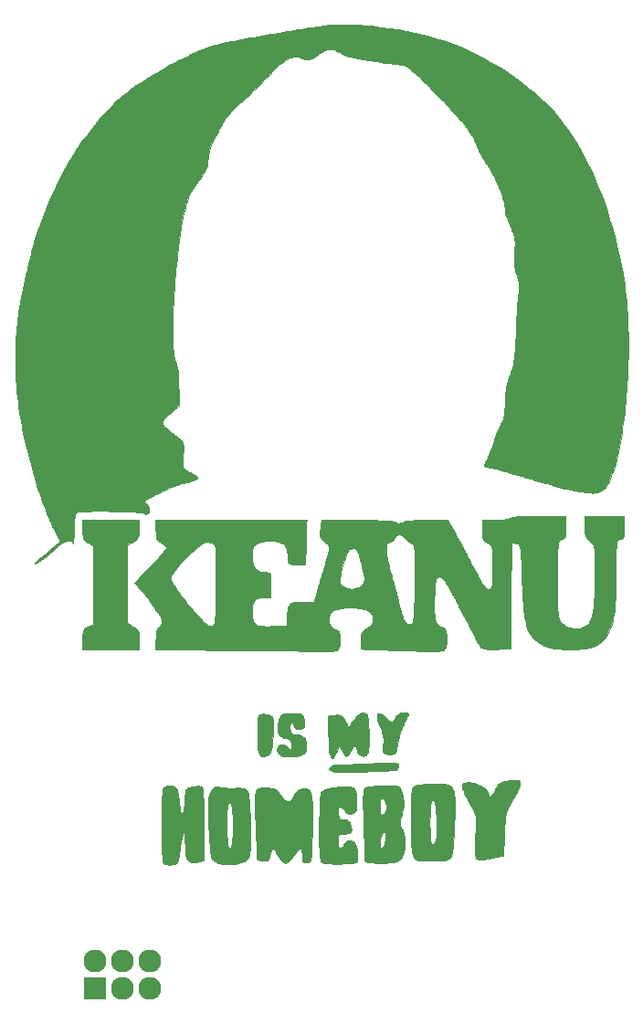
<source format=gbr>
G04 #@! TF.GenerationSoftware,KiCad,Pcbnew,(5.1.2)-1*
G04 #@! TF.CreationDate,2019-07-11T20:21:29-05:00*
G04 #@! TF.ProjectId,keanu-homeboy,6b65616e-752d-4686-9f6d-65626f792e6b,rev?*
G04 #@! TF.SameCoordinates,Original*
G04 #@! TF.FileFunction,Soldermask,Top*
G04 #@! TF.FilePolarity,Negative*
%FSLAX46Y46*%
G04 Gerber Fmt 4.6, Leading zero omitted, Abs format (unit mm)*
G04 Created by KiCad (PCBNEW (5.1.2)-1) date 2019-07-11 20:21:29*
%MOMM*%
%LPD*%
G04 APERTURE LIST*
%ADD10C,0.010000*%
%ADD11C,2.127200*%
%ADD12O,2.127200X2.127200*%
%ADD13R,2.127200X2.127200*%
G04 APERTURE END LIST*
D10*
G36*
X-15436162Y-22532940D02*
G01*
X-15301527Y-22554263D01*
X-15181728Y-22590046D01*
X-15073147Y-22641235D01*
X-15020634Y-22673772D01*
X-14975862Y-22707846D01*
X-14935255Y-22745559D01*
X-14908574Y-22777450D01*
X-14869364Y-22850814D01*
X-14831983Y-22948139D01*
X-14796700Y-23068031D01*
X-14763788Y-23209098D01*
X-14733517Y-23369948D01*
X-14706157Y-23549188D01*
X-14681980Y-23745426D01*
X-14661257Y-23957270D01*
X-14649174Y-24110950D01*
X-14632201Y-24316619D01*
X-14612260Y-24499267D01*
X-14589421Y-24658542D01*
X-14563754Y-24794091D01*
X-14535331Y-24905561D01*
X-14504221Y-24992600D01*
X-14470495Y-25054856D01*
X-14456468Y-25072543D01*
X-14424300Y-25094791D01*
X-14391237Y-25092495D01*
X-14357984Y-25066459D01*
X-14325252Y-25017489D01*
X-14293747Y-24946390D01*
X-14264177Y-24853966D01*
X-14264159Y-24853900D01*
X-14241316Y-24761677D01*
X-14220940Y-24658713D01*
X-14202763Y-24542733D01*
X-14186519Y-24411461D01*
X-14171939Y-24262619D01*
X-14158755Y-24093933D01*
X-14146702Y-23903125D01*
X-14141735Y-23812500D01*
X-14132408Y-23642941D01*
X-14123380Y-23496557D01*
X-14114376Y-23371128D01*
X-14105124Y-23264434D01*
X-14095350Y-23174258D01*
X-14084780Y-23098379D01*
X-14073142Y-23034579D01*
X-14060162Y-22980637D01*
X-14045566Y-22934336D01*
X-14029082Y-22893455D01*
X-14028310Y-22891750D01*
X-13987399Y-22818048D01*
X-13937611Y-22762687D01*
X-13872244Y-22718701D01*
X-13851741Y-22708205D01*
X-13775529Y-22677529D01*
X-13678632Y-22648647D01*
X-13565742Y-22622228D01*
X-13441549Y-22598942D01*
X-13310745Y-22579457D01*
X-13178020Y-22564443D01*
X-13048064Y-22554568D01*
X-12925570Y-22550502D01*
X-12815227Y-22552914D01*
X-12780475Y-22555401D01*
X-12698964Y-22564264D01*
X-12638637Y-22575777D01*
X-12595291Y-22591748D01*
X-12564724Y-22613986D01*
X-12542734Y-22644300D01*
X-12534399Y-22661326D01*
X-12514216Y-22719859D01*
X-12495232Y-22801621D01*
X-12477425Y-22906846D01*
X-12460775Y-23035767D01*
X-12445261Y-23188618D01*
X-12430863Y-23365631D01*
X-12417559Y-23567039D01*
X-12405330Y-23793077D01*
X-12394155Y-24043977D01*
X-12384012Y-24319972D01*
X-12381920Y-24384000D01*
X-12380116Y-24451809D01*
X-12378356Y-24540091D01*
X-12376646Y-24647383D01*
X-12374990Y-24772224D01*
X-12373392Y-24913149D01*
X-12371855Y-25068697D01*
X-12370385Y-25237405D01*
X-12368984Y-25417811D01*
X-12367658Y-25608452D01*
X-12366410Y-25807866D01*
X-12365244Y-26014589D01*
X-12364165Y-26227160D01*
X-12363177Y-26444117D01*
X-12362283Y-26663995D01*
X-12361488Y-26885334D01*
X-12360796Y-27106670D01*
X-12360211Y-27326541D01*
X-12359737Y-27543484D01*
X-12359379Y-27756038D01*
X-12359140Y-27962738D01*
X-12359024Y-28162123D01*
X-12359036Y-28352731D01*
X-12359180Y-28533099D01*
X-12359459Y-28701763D01*
X-12359878Y-28857263D01*
X-12360442Y-28998134D01*
X-12361153Y-29122915D01*
X-12362017Y-29230144D01*
X-12363037Y-29318357D01*
X-12364218Y-29386092D01*
X-12365563Y-29431887D01*
X-12367077Y-29454278D01*
X-12367672Y-29456334D01*
X-12383390Y-29461269D01*
X-12420191Y-29470661D01*
X-12474318Y-29483662D01*
X-12542016Y-29499428D01*
X-12619525Y-29517111D01*
X-12703091Y-29535866D01*
X-12788956Y-29554846D01*
X-12873362Y-29573205D01*
X-12952554Y-29590097D01*
X-13022773Y-29604676D01*
X-13055600Y-29611281D01*
X-13111755Y-29620438D01*
X-13181705Y-29629018D01*
X-13253855Y-29635682D01*
X-13284736Y-29637745D01*
X-13424650Y-29637789D01*
X-13548587Y-29620603D01*
X-13657413Y-29585379D01*
X-13751995Y-29531312D01*
X-13833198Y-29457597D01*
X-13901888Y-29363426D01*
X-13958932Y-29247995D01*
X-14005195Y-29110497D01*
X-14041543Y-28950127D01*
X-14045139Y-28930111D01*
X-14056590Y-28861008D01*
X-14066453Y-28792197D01*
X-14074911Y-28720826D01*
X-14082143Y-28644043D01*
X-14088330Y-28558998D01*
X-14093654Y-28462838D01*
X-14098296Y-28352712D01*
X-14102436Y-28225769D01*
X-14106255Y-28079157D01*
X-14109935Y-27910024D01*
X-14109971Y-27908250D01*
X-14113474Y-27746895D01*
X-14117070Y-27608357D01*
X-14120912Y-27490052D01*
X-14125155Y-27389395D01*
X-14129955Y-27303804D01*
X-14135466Y-27230694D01*
X-14141843Y-27167482D01*
X-14149240Y-27111583D01*
X-14157812Y-27060416D01*
X-14162083Y-27038300D01*
X-14180006Y-26967826D01*
X-14200325Y-26922399D01*
X-14222877Y-26901795D01*
X-14247497Y-26905792D01*
X-14274021Y-26934164D01*
X-14302284Y-26986689D01*
X-14332122Y-27063143D01*
X-14363371Y-27163303D01*
X-14395866Y-27286944D01*
X-14419506Y-27388420D01*
X-14438953Y-27478400D01*
X-14457901Y-27571919D01*
X-14476816Y-27671741D01*
X-14496164Y-27780630D01*
X-14516409Y-27901353D01*
X-14538018Y-28036672D01*
X-14561456Y-28189354D01*
X-14587190Y-28362161D01*
X-14610820Y-28524200D01*
X-14640934Y-28729331D01*
X-14668840Y-28910775D01*
X-14695305Y-29070071D01*
X-14721097Y-29208758D01*
X-14746982Y-29328373D01*
X-14773727Y-29430455D01*
X-14802099Y-29516543D01*
X-14832866Y-29588175D01*
X-14866793Y-29646890D01*
X-14904649Y-29694227D01*
X-14947200Y-29731722D01*
X-14995212Y-29760916D01*
X-15049454Y-29783347D01*
X-15110692Y-29800553D01*
X-15179693Y-29814072D01*
X-15257224Y-29825443D01*
X-15259691Y-29825767D01*
X-15372516Y-29837098D01*
X-15491521Y-29842956D01*
X-15609895Y-29843403D01*
X-15720824Y-29838499D01*
X-15817496Y-29828306D01*
X-15862635Y-29820359D01*
X-15956713Y-29795152D01*
X-16037353Y-29762807D01*
X-16099958Y-29725387D01*
X-16126528Y-29701815D01*
X-16140753Y-29679259D01*
X-16154078Y-29642606D01*
X-16166545Y-29591117D01*
X-16178195Y-29524055D01*
X-16189070Y-29440683D01*
X-16199211Y-29340263D01*
X-16208659Y-29222057D01*
X-16217456Y-29085328D01*
X-16225643Y-28929339D01*
X-16233262Y-28753351D01*
X-16240354Y-28556628D01*
X-16246961Y-28338432D01*
X-16253124Y-28098025D01*
X-16258884Y-27834671D01*
X-16264282Y-27547630D01*
X-16269361Y-27236166D01*
X-16270938Y-27130375D01*
X-16274497Y-26847329D01*
X-16276980Y-26562033D01*
X-16278421Y-26276028D01*
X-16278848Y-25990856D01*
X-16278294Y-25708059D01*
X-16276789Y-25429177D01*
X-16274364Y-25155754D01*
X-16271049Y-24889330D01*
X-16266876Y-24631447D01*
X-16261876Y-24383646D01*
X-16256080Y-24147470D01*
X-16249518Y-23924460D01*
X-16242221Y-23716157D01*
X-16234220Y-23524104D01*
X-16225546Y-23349841D01*
X-16216231Y-23194910D01*
X-16206304Y-23060853D01*
X-16195797Y-22949212D01*
X-16185504Y-22866666D01*
X-16171331Y-22789585D01*
X-16152254Y-22731820D01*
X-16124369Y-22687304D01*
X-16083766Y-22649973D01*
X-16026540Y-22613761D01*
X-16020373Y-22610311D01*
X-15939113Y-22572621D01*
X-15849889Y-22546506D01*
X-15747839Y-22531004D01*
X-15628099Y-22525156D01*
X-15589250Y-22525130D01*
X-15436162Y-22532940D01*
X-15436162Y-22532940D01*
G37*
X-15436162Y-22532940D02*
X-15301527Y-22554263D01*
X-15181728Y-22590046D01*
X-15073147Y-22641235D01*
X-15020634Y-22673772D01*
X-14975862Y-22707846D01*
X-14935255Y-22745559D01*
X-14908574Y-22777450D01*
X-14869364Y-22850814D01*
X-14831983Y-22948139D01*
X-14796700Y-23068031D01*
X-14763788Y-23209098D01*
X-14733517Y-23369948D01*
X-14706157Y-23549188D01*
X-14681980Y-23745426D01*
X-14661257Y-23957270D01*
X-14649174Y-24110950D01*
X-14632201Y-24316619D01*
X-14612260Y-24499267D01*
X-14589421Y-24658542D01*
X-14563754Y-24794091D01*
X-14535331Y-24905561D01*
X-14504221Y-24992600D01*
X-14470495Y-25054856D01*
X-14456468Y-25072543D01*
X-14424300Y-25094791D01*
X-14391237Y-25092495D01*
X-14357984Y-25066459D01*
X-14325252Y-25017489D01*
X-14293747Y-24946390D01*
X-14264177Y-24853966D01*
X-14264159Y-24853900D01*
X-14241316Y-24761677D01*
X-14220940Y-24658713D01*
X-14202763Y-24542733D01*
X-14186519Y-24411461D01*
X-14171939Y-24262619D01*
X-14158755Y-24093933D01*
X-14146702Y-23903125D01*
X-14141735Y-23812500D01*
X-14132408Y-23642941D01*
X-14123380Y-23496557D01*
X-14114376Y-23371128D01*
X-14105124Y-23264434D01*
X-14095350Y-23174258D01*
X-14084780Y-23098379D01*
X-14073142Y-23034579D01*
X-14060162Y-22980637D01*
X-14045566Y-22934336D01*
X-14029082Y-22893455D01*
X-14028310Y-22891750D01*
X-13987399Y-22818048D01*
X-13937611Y-22762687D01*
X-13872244Y-22718701D01*
X-13851741Y-22708205D01*
X-13775529Y-22677529D01*
X-13678632Y-22648647D01*
X-13565742Y-22622228D01*
X-13441549Y-22598942D01*
X-13310745Y-22579457D01*
X-13178020Y-22564443D01*
X-13048064Y-22554568D01*
X-12925570Y-22550502D01*
X-12815227Y-22552914D01*
X-12780475Y-22555401D01*
X-12698964Y-22564264D01*
X-12638637Y-22575777D01*
X-12595291Y-22591748D01*
X-12564724Y-22613986D01*
X-12542734Y-22644300D01*
X-12534399Y-22661326D01*
X-12514216Y-22719859D01*
X-12495232Y-22801621D01*
X-12477425Y-22906846D01*
X-12460775Y-23035767D01*
X-12445261Y-23188618D01*
X-12430863Y-23365631D01*
X-12417559Y-23567039D01*
X-12405330Y-23793077D01*
X-12394155Y-24043977D01*
X-12384012Y-24319972D01*
X-12381920Y-24384000D01*
X-12380116Y-24451809D01*
X-12378356Y-24540091D01*
X-12376646Y-24647383D01*
X-12374990Y-24772224D01*
X-12373392Y-24913149D01*
X-12371855Y-25068697D01*
X-12370385Y-25237405D01*
X-12368984Y-25417811D01*
X-12367658Y-25608452D01*
X-12366410Y-25807866D01*
X-12365244Y-26014589D01*
X-12364165Y-26227160D01*
X-12363177Y-26444117D01*
X-12362283Y-26663995D01*
X-12361488Y-26885334D01*
X-12360796Y-27106670D01*
X-12360211Y-27326541D01*
X-12359737Y-27543484D01*
X-12359379Y-27756038D01*
X-12359140Y-27962738D01*
X-12359024Y-28162123D01*
X-12359036Y-28352731D01*
X-12359180Y-28533099D01*
X-12359459Y-28701763D01*
X-12359878Y-28857263D01*
X-12360442Y-28998134D01*
X-12361153Y-29122915D01*
X-12362017Y-29230144D01*
X-12363037Y-29318357D01*
X-12364218Y-29386092D01*
X-12365563Y-29431887D01*
X-12367077Y-29454278D01*
X-12367672Y-29456334D01*
X-12383390Y-29461269D01*
X-12420191Y-29470661D01*
X-12474318Y-29483662D01*
X-12542016Y-29499428D01*
X-12619525Y-29517111D01*
X-12703091Y-29535866D01*
X-12788956Y-29554846D01*
X-12873362Y-29573205D01*
X-12952554Y-29590097D01*
X-13022773Y-29604676D01*
X-13055600Y-29611281D01*
X-13111755Y-29620438D01*
X-13181705Y-29629018D01*
X-13253855Y-29635682D01*
X-13284736Y-29637745D01*
X-13424650Y-29637789D01*
X-13548587Y-29620603D01*
X-13657413Y-29585379D01*
X-13751995Y-29531312D01*
X-13833198Y-29457597D01*
X-13901888Y-29363426D01*
X-13958932Y-29247995D01*
X-14005195Y-29110497D01*
X-14041543Y-28950127D01*
X-14045139Y-28930111D01*
X-14056590Y-28861008D01*
X-14066453Y-28792197D01*
X-14074911Y-28720826D01*
X-14082143Y-28644043D01*
X-14088330Y-28558998D01*
X-14093654Y-28462838D01*
X-14098296Y-28352712D01*
X-14102436Y-28225769D01*
X-14106255Y-28079157D01*
X-14109935Y-27910024D01*
X-14109971Y-27908250D01*
X-14113474Y-27746895D01*
X-14117070Y-27608357D01*
X-14120912Y-27490052D01*
X-14125155Y-27389395D01*
X-14129955Y-27303804D01*
X-14135466Y-27230694D01*
X-14141843Y-27167482D01*
X-14149240Y-27111583D01*
X-14157812Y-27060416D01*
X-14162083Y-27038300D01*
X-14180006Y-26967826D01*
X-14200325Y-26922399D01*
X-14222877Y-26901795D01*
X-14247497Y-26905792D01*
X-14274021Y-26934164D01*
X-14302284Y-26986689D01*
X-14332122Y-27063143D01*
X-14363371Y-27163303D01*
X-14395866Y-27286944D01*
X-14419506Y-27388420D01*
X-14438953Y-27478400D01*
X-14457901Y-27571919D01*
X-14476816Y-27671741D01*
X-14496164Y-27780630D01*
X-14516409Y-27901353D01*
X-14538018Y-28036672D01*
X-14561456Y-28189354D01*
X-14587190Y-28362161D01*
X-14610820Y-28524200D01*
X-14640934Y-28729331D01*
X-14668840Y-28910775D01*
X-14695305Y-29070071D01*
X-14721097Y-29208758D01*
X-14746982Y-29328373D01*
X-14773727Y-29430455D01*
X-14802099Y-29516543D01*
X-14832866Y-29588175D01*
X-14866793Y-29646890D01*
X-14904649Y-29694227D01*
X-14947200Y-29731722D01*
X-14995212Y-29760916D01*
X-15049454Y-29783347D01*
X-15110692Y-29800553D01*
X-15179693Y-29814072D01*
X-15257224Y-29825443D01*
X-15259691Y-29825767D01*
X-15372516Y-29837098D01*
X-15491521Y-29842956D01*
X-15609895Y-29843403D01*
X-15720824Y-29838499D01*
X-15817496Y-29828306D01*
X-15862635Y-29820359D01*
X-15956713Y-29795152D01*
X-16037353Y-29762807D01*
X-16099958Y-29725387D01*
X-16126528Y-29701815D01*
X-16140753Y-29679259D01*
X-16154078Y-29642606D01*
X-16166545Y-29591117D01*
X-16178195Y-29524055D01*
X-16189070Y-29440683D01*
X-16199211Y-29340263D01*
X-16208659Y-29222057D01*
X-16217456Y-29085328D01*
X-16225643Y-28929339D01*
X-16233262Y-28753351D01*
X-16240354Y-28556628D01*
X-16246961Y-28338432D01*
X-16253124Y-28098025D01*
X-16258884Y-27834671D01*
X-16264282Y-27547630D01*
X-16269361Y-27236166D01*
X-16270938Y-27130375D01*
X-16274497Y-26847329D01*
X-16276980Y-26562033D01*
X-16278421Y-26276028D01*
X-16278848Y-25990856D01*
X-16278294Y-25708059D01*
X-16276789Y-25429177D01*
X-16274364Y-25155754D01*
X-16271049Y-24889330D01*
X-16266876Y-24631447D01*
X-16261876Y-24383646D01*
X-16256080Y-24147470D01*
X-16249518Y-23924460D01*
X-16242221Y-23716157D01*
X-16234220Y-23524104D01*
X-16225546Y-23349841D01*
X-16216231Y-23194910D01*
X-16206304Y-23060853D01*
X-16195797Y-22949212D01*
X-16185504Y-22866666D01*
X-16171331Y-22789585D01*
X-16152254Y-22731820D01*
X-16124369Y-22687304D01*
X-16083766Y-22649973D01*
X-16026540Y-22613761D01*
X-16020373Y-22610311D01*
X-15939113Y-22572621D01*
X-15849889Y-22546506D01*
X-15747839Y-22531004D01*
X-15628099Y-22525156D01*
X-15589250Y-22525130D01*
X-15436162Y-22532940D01*
G36*
X-11068476Y-22604480D02*
G01*
X-11035893Y-22612332D01*
X-10924785Y-22641559D01*
X-10828537Y-22663805D01*
X-10738166Y-22680847D01*
X-10644689Y-22694462D01*
X-10584976Y-22701549D01*
X-10379487Y-22719870D01*
X-10154889Y-22731649D01*
X-9916654Y-22736736D01*
X-9670255Y-22734980D01*
X-9525000Y-22730738D01*
X-9337959Y-22725003D01*
X-9174085Y-22722931D01*
X-9031367Y-22724840D01*
X-8907796Y-22731045D01*
X-8801359Y-22741864D01*
X-8710047Y-22757615D01*
X-8631847Y-22778614D01*
X-8564749Y-22805178D01*
X-8506743Y-22837625D01*
X-8455817Y-22876271D01*
X-8426450Y-22903957D01*
X-8367555Y-22970183D01*
X-8322802Y-23036976D01*
X-8288768Y-23111221D01*
X-8262025Y-23199805D01*
X-8248122Y-23262363D01*
X-8225705Y-23388733D01*
X-8204385Y-23539048D01*
X-8184235Y-23711874D01*
X-8165329Y-23905776D01*
X-8147740Y-24119321D01*
X-8131543Y-24351073D01*
X-8116811Y-24599599D01*
X-8103617Y-24863465D01*
X-8092036Y-25141235D01*
X-8082142Y-25431475D01*
X-8074008Y-25732752D01*
X-8067707Y-26043631D01*
X-8063315Y-26362678D01*
X-8060904Y-26688458D01*
X-8060434Y-26911300D01*
X-8061053Y-27200114D01*
X-8062947Y-27464640D01*
X-8066195Y-27705958D01*
X-8070876Y-27925152D01*
X-8077068Y-28123304D01*
X-8084850Y-28301496D01*
X-8094300Y-28460811D01*
X-8105497Y-28602331D01*
X-8118520Y-28727139D01*
X-8133446Y-28836316D01*
X-8150356Y-28930946D01*
X-8169327Y-29012111D01*
X-8190437Y-29080894D01*
X-8213766Y-29138376D01*
X-8223515Y-29158028D01*
X-8285812Y-29252428D01*
X-8370337Y-29343102D01*
X-8473945Y-29427471D01*
X-8593492Y-29502958D01*
X-8718952Y-29564092D01*
X-8831003Y-29606516D01*
X-8963812Y-29648180D01*
X-9112741Y-29687952D01*
X-9273150Y-29724700D01*
X-9440401Y-29757292D01*
X-9609855Y-29784595D01*
X-9639300Y-29788733D01*
X-9704821Y-29795746D01*
X-9789333Y-29801800D01*
X-9887688Y-29806795D01*
X-9994736Y-29810629D01*
X-10105330Y-29813202D01*
X-10214320Y-29814413D01*
X-10316556Y-29814160D01*
X-10406891Y-29812343D01*
X-10480174Y-29808860D01*
X-10514240Y-29805883D01*
X-10696535Y-29778714D01*
X-10870105Y-29739561D01*
X-11032526Y-29689487D01*
X-11181376Y-29629557D01*
X-11314229Y-29560835D01*
X-11428663Y-29484385D01*
X-11522254Y-29401270D01*
X-11573144Y-29340958D01*
X-11605929Y-29293430D01*
X-11633789Y-29245559D01*
X-11657498Y-29194308D01*
X-11677833Y-29136642D01*
X-11695569Y-29069523D01*
X-11711480Y-28989915D01*
X-11726343Y-28894781D01*
X-11740933Y-28781086D01*
X-11756025Y-28645792D01*
X-11759777Y-28610061D01*
X-11778623Y-28418246D01*
X-11797170Y-28208730D01*
X-11815314Y-27983834D01*
X-11832951Y-27745878D01*
X-11849975Y-27497184D01*
X-11866282Y-27240072D01*
X-11881766Y-26976864D01*
X-11896322Y-26709880D01*
X-11909847Y-26441442D01*
X-11922233Y-26173870D01*
X-11931379Y-25956901D01*
X-10246480Y-25956901D01*
X-10244688Y-26206450D01*
X-10242342Y-26412374D01*
X-10239674Y-26596005D01*
X-10236570Y-26760449D01*
X-10232914Y-26908813D01*
X-10228592Y-27044201D01*
X-10223487Y-27169721D01*
X-10217485Y-27288478D01*
X-10210472Y-27403579D01*
X-10202331Y-27518129D01*
X-10192947Y-27635235D01*
X-10190794Y-27660600D01*
X-10178573Y-27793468D01*
X-10166283Y-27903776D01*
X-10153217Y-27994355D01*
X-10138666Y-28068038D01*
X-10121922Y-28127656D01*
X-10102279Y-28176040D01*
X-10079028Y-28216023D01*
X-10051462Y-28250437D01*
X-10040544Y-28261810D01*
X-9995303Y-28296998D01*
X-9954459Y-28307369D01*
X-9917445Y-28293014D01*
X-9906676Y-28283575D01*
X-9871429Y-28235355D01*
X-9839238Y-28164080D01*
X-9810048Y-28069447D01*
X-9783803Y-27951152D01*
X-9760448Y-27808892D01*
X-9739928Y-27642365D01*
X-9722186Y-27451265D01*
X-9707169Y-27235292D01*
X-9703517Y-27171650D01*
X-9695529Y-27000896D01*
X-9689332Y-26814636D01*
X-9684904Y-26616730D01*
X-9682222Y-26411042D01*
X-9681262Y-26201434D01*
X-9682003Y-25991767D01*
X-9684422Y-25785903D01*
X-9688496Y-25587706D01*
X-9694202Y-25401036D01*
X-9701517Y-25229756D01*
X-9710419Y-25077728D01*
X-9716296Y-24999950D01*
X-9734879Y-24807579D01*
X-9756588Y-24638487D01*
X-9781349Y-24492975D01*
X-9809087Y-24371343D01*
X-9839725Y-24273889D01*
X-9873189Y-24200916D01*
X-9909403Y-24152722D01*
X-9932942Y-24135552D01*
X-9959830Y-24123895D01*
X-9981793Y-24123914D01*
X-10011121Y-24136211D01*
X-10018012Y-24139714D01*
X-10070330Y-24179224D01*
X-10116680Y-24238498D01*
X-10153628Y-24312030D01*
X-10177741Y-24394309D01*
X-10178201Y-24396700D01*
X-10195165Y-24505130D01*
X-10209734Y-24638666D01*
X-10221902Y-24797125D01*
X-10231661Y-24980325D01*
X-10239005Y-25188085D01*
X-10243927Y-25420223D01*
X-10246421Y-25676555D01*
X-10246480Y-25956901D01*
X-11931379Y-25956901D01*
X-11933378Y-25909486D01*
X-11943175Y-25650610D01*
X-11951520Y-25399564D01*
X-11958308Y-25158668D01*
X-11963434Y-24930244D01*
X-11966794Y-24716612D01*
X-11968281Y-24520094D01*
X-11967791Y-24343010D01*
X-11965220Y-24187682D01*
X-11962989Y-24115296D01*
X-11954105Y-23927648D01*
X-11941552Y-23762079D01*
X-11924398Y-23615419D01*
X-11901707Y-23484493D01*
X-11872547Y-23366129D01*
X-11835983Y-23257156D01*
X-11791081Y-23154401D01*
X-11736907Y-23054690D01*
X-11672527Y-22954853D01*
X-11597007Y-22851715D01*
X-11587287Y-22839141D01*
X-11526417Y-22765476D01*
X-11470833Y-22709642D01*
X-11414718Y-22666623D01*
X-11352261Y-22631402D01*
X-11339395Y-22625270D01*
X-11258591Y-22600280D01*
X-11166103Y-22593257D01*
X-11068476Y-22604480D01*
X-11068476Y-22604480D01*
G37*
X-11068476Y-22604480D02*
X-11035893Y-22612332D01*
X-10924785Y-22641559D01*
X-10828537Y-22663805D01*
X-10738166Y-22680847D01*
X-10644689Y-22694462D01*
X-10584976Y-22701549D01*
X-10379487Y-22719870D01*
X-10154889Y-22731649D01*
X-9916654Y-22736736D01*
X-9670255Y-22734980D01*
X-9525000Y-22730738D01*
X-9337959Y-22725003D01*
X-9174085Y-22722931D01*
X-9031367Y-22724840D01*
X-8907796Y-22731045D01*
X-8801359Y-22741864D01*
X-8710047Y-22757615D01*
X-8631847Y-22778614D01*
X-8564749Y-22805178D01*
X-8506743Y-22837625D01*
X-8455817Y-22876271D01*
X-8426450Y-22903957D01*
X-8367555Y-22970183D01*
X-8322802Y-23036976D01*
X-8288768Y-23111221D01*
X-8262025Y-23199805D01*
X-8248122Y-23262363D01*
X-8225705Y-23388733D01*
X-8204385Y-23539048D01*
X-8184235Y-23711874D01*
X-8165329Y-23905776D01*
X-8147740Y-24119321D01*
X-8131543Y-24351073D01*
X-8116811Y-24599599D01*
X-8103617Y-24863465D01*
X-8092036Y-25141235D01*
X-8082142Y-25431475D01*
X-8074008Y-25732752D01*
X-8067707Y-26043631D01*
X-8063315Y-26362678D01*
X-8060904Y-26688458D01*
X-8060434Y-26911300D01*
X-8061053Y-27200114D01*
X-8062947Y-27464640D01*
X-8066195Y-27705958D01*
X-8070876Y-27925152D01*
X-8077068Y-28123304D01*
X-8084850Y-28301496D01*
X-8094300Y-28460811D01*
X-8105497Y-28602331D01*
X-8118520Y-28727139D01*
X-8133446Y-28836316D01*
X-8150356Y-28930946D01*
X-8169327Y-29012111D01*
X-8190437Y-29080894D01*
X-8213766Y-29138376D01*
X-8223515Y-29158028D01*
X-8285812Y-29252428D01*
X-8370337Y-29343102D01*
X-8473945Y-29427471D01*
X-8593492Y-29502958D01*
X-8718952Y-29564092D01*
X-8831003Y-29606516D01*
X-8963812Y-29648180D01*
X-9112741Y-29687952D01*
X-9273150Y-29724700D01*
X-9440401Y-29757292D01*
X-9609855Y-29784595D01*
X-9639300Y-29788733D01*
X-9704821Y-29795746D01*
X-9789333Y-29801800D01*
X-9887688Y-29806795D01*
X-9994736Y-29810629D01*
X-10105330Y-29813202D01*
X-10214320Y-29814413D01*
X-10316556Y-29814160D01*
X-10406891Y-29812343D01*
X-10480174Y-29808860D01*
X-10514240Y-29805883D01*
X-10696535Y-29778714D01*
X-10870105Y-29739561D01*
X-11032526Y-29689487D01*
X-11181376Y-29629557D01*
X-11314229Y-29560835D01*
X-11428663Y-29484385D01*
X-11522254Y-29401270D01*
X-11573144Y-29340958D01*
X-11605929Y-29293430D01*
X-11633789Y-29245559D01*
X-11657498Y-29194308D01*
X-11677833Y-29136642D01*
X-11695569Y-29069523D01*
X-11711480Y-28989915D01*
X-11726343Y-28894781D01*
X-11740933Y-28781086D01*
X-11756025Y-28645792D01*
X-11759777Y-28610061D01*
X-11778623Y-28418246D01*
X-11797170Y-28208730D01*
X-11815314Y-27983834D01*
X-11832951Y-27745878D01*
X-11849975Y-27497184D01*
X-11866282Y-27240072D01*
X-11881766Y-26976864D01*
X-11896322Y-26709880D01*
X-11909847Y-26441442D01*
X-11922233Y-26173870D01*
X-11931379Y-25956901D01*
X-10246480Y-25956901D01*
X-10244688Y-26206450D01*
X-10242342Y-26412374D01*
X-10239674Y-26596005D01*
X-10236570Y-26760449D01*
X-10232914Y-26908813D01*
X-10228592Y-27044201D01*
X-10223487Y-27169721D01*
X-10217485Y-27288478D01*
X-10210472Y-27403579D01*
X-10202331Y-27518129D01*
X-10192947Y-27635235D01*
X-10190794Y-27660600D01*
X-10178573Y-27793468D01*
X-10166283Y-27903776D01*
X-10153217Y-27994355D01*
X-10138666Y-28068038D01*
X-10121922Y-28127656D01*
X-10102279Y-28176040D01*
X-10079028Y-28216023D01*
X-10051462Y-28250437D01*
X-10040544Y-28261810D01*
X-9995303Y-28296998D01*
X-9954459Y-28307369D01*
X-9917445Y-28293014D01*
X-9906676Y-28283575D01*
X-9871429Y-28235355D01*
X-9839238Y-28164080D01*
X-9810048Y-28069447D01*
X-9783803Y-27951152D01*
X-9760448Y-27808892D01*
X-9739928Y-27642365D01*
X-9722186Y-27451265D01*
X-9707169Y-27235292D01*
X-9703517Y-27171650D01*
X-9695529Y-27000896D01*
X-9689332Y-26814636D01*
X-9684904Y-26616730D01*
X-9682222Y-26411042D01*
X-9681262Y-26201434D01*
X-9682003Y-25991767D01*
X-9684422Y-25785903D01*
X-9688496Y-25587706D01*
X-9694202Y-25401036D01*
X-9701517Y-25229756D01*
X-9710419Y-25077728D01*
X-9716296Y-24999950D01*
X-9734879Y-24807579D01*
X-9756588Y-24638487D01*
X-9781349Y-24492975D01*
X-9809087Y-24371343D01*
X-9839725Y-24273889D01*
X-9873189Y-24200916D01*
X-9909403Y-24152722D01*
X-9932942Y-24135552D01*
X-9959830Y-24123895D01*
X-9981793Y-24123914D01*
X-10011121Y-24136211D01*
X-10018012Y-24139714D01*
X-10070330Y-24179224D01*
X-10116680Y-24238498D01*
X-10153628Y-24312030D01*
X-10177741Y-24394309D01*
X-10178201Y-24396700D01*
X-10195165Y-24505130D01*
X-10209734Y-24638666D01*
X-10221902Y-24797125D01*
X-10231661Y-24980325D01*
X-10239005Y-25188085D01*
X-10243927Y-25420223D01*
X-10246421Y-25676555D01*
X-10246480Y-25956901D01*
X-11931379Y-25956901D01*
X-11933378Y-25909486D01*
X-11943175Y-25650610D01*
X-11951520Y-25399564D01*
X-11958308Y-25158668D01*
X-11963434Y-24930244D01*
X-11966794Y-24716612D01*
X-11968281Y-24520094D01*
X-11967791Y-24343010D01*
X-11965220Y-24187682D01*
X-11962989Y-24115296D01*
X-11954105Y-23927648D01*
X-11941552Y-23762079D01*
X-11924398Y-23615419D01*
X-11901707Y-23484493D01*
X-11872547Y-23366129D01*
X-11835983Y-23257156D01*
X-11791081Y-23154401D01*
X-11736907Y-23054690D01*
X-11672527Y-22954853D01*
X-11597007Y-22851715D01*
X-11587287Y-22839141D01*
X-11526417Y-22765476D01*
X-11470833Y-22709642D01*
X-11414718Y-22666623D01*
X-11352261Y-22631402D01*
X-11339395Y-22625270D01*
X-11258591Y-22600280D01*
X-11166103Y-22593257D01*
X-11068476Y-22604480D01*
G36*
X869026Y-22613338D02*
G01*
X979561Y-22616343D01*
X1077068Y-22620900D01*
X1157507Y-22627011D01*
X1216837Y-22634678D01*
X1219200Y-22635106D01*
X1340960Y-22661486D01*
X1437580Y-22691018D01*
X1509126Y-22723725D01*
X1544201Y-22748414D01*
X1590473Y-22803079D01*
X1632571Y-22881254D01*
X1670228Y-22981350D01*
X1703176Y-23101779D01*
X1731148Y-23240952D01*
X1753877Y-23397281D01*
X1771094Y-23569179D01*
X1782533Y-23755055D01*
X1787927Y-23953323D01*
X1787006Y-24162393D01*
X1786481Y-24187150D01*
X1781269Y-24351034D01*
X1773268Y-24491743D01*
X1761812Y-24611413D01*
X1746240Y-24712180D01*
X1725887Y-24796178D01*
X1700090Y-24865544D01*
X1668185Y-24922413D01*
X1629508Y-24968922D01*
X1583397Y-25007205D01*
X1529186Y-25039399D01*
X1520291Y-25043846D01*
X1414360Y-25086948D01*
X1303914Y-25116076D01*
X1193961Y-25130839D01*
X1089513Y-25130845D01*
X995577Y-25115700D01*
X927103Y-25090301D01*
X867722Y-25056776D01*
X814368Y-25018060D01*
X762657Y-24970014D01*
X708206Y-24908503D01*
X646632Y-24829387D01*
X637183Y-24816657D01*
X553486Y-24708180D01*
X478636Y-24621763D01*
X411244Y-24556222D01*
X349919Y-24510371D01*
X293273Y-24483024D01*
X239915Y-24472996D01*
X234201Y-24472900D01*
X192738Y-24480017D01*
X157976Y-24505150D01*
X153704Y-24509603D01*
X129456Y-24540269D01*
X111220Y-24576045D01*
X98021Y-24621166D01*
X88883Y-24679868D01*
X82833Y-24756386D01*
X79622Y-24831363D01*
X78835Y-24969377D01*
X85259Y-25103283D01*
X98327Y-25228915D01*
X117475Y-25342108D01*
X142140Y-25438697D01*
X171755Y-25514516D01*
X172408Y-25515820D01*
X205115Y-25569823D01*
X243771Y-25610031D01*
X291753Y-25637594D01*
X352437Y-25653663D01*
X429201Y-25659387D01*
X525422Y-25655917D01*
X572306Y-25652008D01*
X650347Y-25645607D01*
X709326Y-25643184D01*
X755267Y-25644739D01*
X794196Y-25650270D01*
X802271Y-25651988D01*
X884532Y-25678343D01*
X958099Y-25719536D01*
X1024432Y-25777367D01*
X1084993Y-25853636D01*
X1141242Y-25950142D01*
X1194640Y-26068684D01*
X1239878Y-26191036D01*
X1274699Y-26299227D01*
X1298920Y-26390439D01*
X1313711Y-26470199D01*
X1320239Y-26544037D01*
X1320800Y-26573642D01*
X1314698Y-26664463D01*
X1294899Y-26737553D01*
X1259162Y-26797850D01*
X1205244Y-26850295D01*
X1190052Y-26861754D01*
X1147339Y-26888403D01*
X1097594Y-26910539D01*
X1037978Y-26928685D01*
X965648Y-26943367D01*
X877765Y-26955109D01*
X771487Y-26964436D01*
X643973Y-26971872D01*
X577850Y-26974783D01*
X495020Y-26978701D01*
X418117Y-26983384D01*
X351751Y-26988468D01*
X300529Y-26993591D01*
X269060Y-26998391D01*
X265206Y-26999379D01*
X192872Y-27031823D01*
X136773Y-27081603D01*
X95847Y-27150134D01*
X69030Y-27238829D01*
X63994Y-27266900D01*
X59196Y-27312751D01*
X55537Y-27378541D01*
X53018Y-27458836D01*
X51645Y-27548200D01*
X51418Y-27641198D01*
X52342Y-27732394D01*
X54419Y-27816354D01*
X57652Y-27887641D01*
X62044Y-27940822D01*
X63628Y-27952700D01*
X86981Y-28072563D01*
X116598Y-28167843D01*
X152521Y-28238578D01*
X194787Y-28284809D01*
X243438Y-28306578D01*
X298512Y-28303925D01*
X360050Y-28276890D01*
X372120Y-28269236D01*
X424668Y-28225538D01*
X481936Y-28160605D01*
X544720Y-28073421D01*
X613813Y-27962970D01*
X619871Y-27952700D01*
X695468Y-27837911D01*
X774166Y-27746755D01*
X857975Y-27677487D01*
X948907Y-27628364D01*
X1021843Y-27603987D01*
X1128258Y-27586671D01*
X1236590Y-27587644D01*
X1341302Y-27605855D01*
X1436855Y-27640253D01*
X1517712Y-27689786D01*
X1530730Y-27700623D01*
X1581527Y-27753863D01*
X1628086Y-27821633D01*
X1670944Y-27905488D01*
X1710639Y-28006979D01*
X1747706Y-28127661D01*
X1782683Y-28269086D01*
X1816107Y-28432807D01*
X1848366Y-28619450D01*
X1856773Y-28685227D01*
X1863948Y-28767259D01*
X1869759Y-28860418D01*
X1874072Y-28959576D01*
X1876754Y-29059606D01*
X1877673Y-29155383D01*
X1876695Y-29241778D01*
X1873686Y-29313665D01*
X1868515Y-29365916D01*
X1867849Y-29370010D01*
X1850027Y-29451643D01*
X1826973Y-29512306D01*
X1796189Y-29556280D01*
X1755181Y-29587848D01*
X1734832Y-29598200D01*
X1660695Y-29625197D01*
X1561929Y-29650112D01*
X1439224Y-29672866D01*
X1293272Y-29693380D01*
X1124765Y-29711574D01*
X934394Y-29727370D01*
X722849Y-29740688D01*
X490823Y-29751449D01*
X356656Y-29756188D01*
X241233Y-29759804D01*
X145963Y-29762578D01*
X65613Y-29764503D01*
X-5052Y-29765576D01*
X-71264Y-29765790D01*
X-138258Y-29765141D01*
X-211265Y-29763624D01*
X-295521Y-29761234D01*
X-396258Y-29757965D01*
X-472650Y-29755380D01*
X-676613Y-29746593D01*
X-856055Y-29734880D01*
X-1011701Y-29720113D01*
X-1144275Y-29702167D01*
X-1254502Y-29680915D01*
X-1343106Y-29656231D01*
X-1410812Y-29627988D01*
X-1458344Y-29596061D01*
X-1472969Y-29580914D01*
X-1503964Y-29534459D01*
X-1531753Y-29473446D01*
X-1556603Y-29396450D01*
X-1578776Y-29302044D01*
X-1598539Y-29188801D01*
X-1616154Y-29055297D01*
X-1631888Y-28900103D01*
X-1646003Y-28721795D01*
X-1653582Y-28606750D01*
X-1656279Y-28548847D01*
X-1658748Y-28467560D01*
X-1660987Y-28364902D01*
X-1662998Y-28242889D01*
X-1664778Y-28103533D01*
X-1666330Y-27948850D01*
X-1667651Y-27780854D01*
X-1668743Y-27601558D01*
X-1669604Y-27412978D01*
X-1670235Y-27217127D01*
X-1670636Y-27016020D01*
X-1670806Y-26811671D01*
X-1670746Y-26606095D01*
X-1670455Y-26401305D01*
X-1669933Y-26199316D01*
X-1669179Y-26002142D01*
X-1668194Y-25811797D01*
X-1666978Y-25630296D01*
X-1665530Y-25459654D01*
X-1663851Y-25301883D01*
X-1661939Y-25158999D01*
X-1659795Y-25033016D01*
X-1657419Y-24925948D01*
X-1654811Y-24839809D01*
X-1653877Y-24815800D01*
X-1642191Y-24549810D01*
X-1630342Y-24308269D01*
X-1618254Y-24090230D01*
X-1605855Y-23894740D01*
X-1593068Y-23720850D01*
X-1579819Y-23567611D01*
X-1566034Y-23434072D01*
X-1551638Y-23319284D01*
X-1536557Y-23222297D01*
X-1523314Y-23153935D01*
X-1503939Y-23095557D01*
X-1470653Y-23048415D01*
X-1462171Y-23039635D01*
X-1397280Y-22988092D01*
X-1308132Y-22938068D01*
X-1195840Y-22889857D01*
X-1061517Y-22843753D01*
X-906276Y-22800048D01*
X-731231Y-22759038D01*
X-537494Y-22721015D01*
X-326179Y-22686272D01*
X-98399Y-22655104D01*
X69850Y-22635613D01*
X158462Y-22627803D01*
X262327Y-22621533D01*
X377404Y-22616804D01*
X499652Y-22613618D01*
X625032Y-22611978D01*
X749503Y-22611884D01*
X869026Y-22613338D01*
X869026Y-22613338D01*
G37*
X869026Y-22613338D02*
X979561Y-22616343D01*
X1077068Y-22620900D01*
X1157507Y-22627011D01*
X1216837Y-22634678D01*
X1219200Y-22635106D01*
X1340960Y-22661486D01*
X1437580Y-22691018D01*
X1509126Y-22723725D01*
X1544201Y-22748414D01*
X1590473Y-22803079D01*
X1632571Y-22881254D01*
X1670228Y-22981350D01*
X1703176Y-23101779D01*
X1731148Y-23240952D01*
X1753877Y-23397281D01*
X1771094Y-23569179D01*
X1782533Y-23755055D01*
X1787927Y-23953323D01*
X1787006Y-24162393D01*
X1786481Y-24187150D01*
X1781269Y-24351034D01*
X1773268Y-24491743D01*
X1761812Y-24611413D01*
X1746240Y-24712180D01*
X1725887Y-24796178D01*
X1700090Y-24865544D01*
X1668185Y-24922413D01*
X1629508Y-24968922D01*
X1583397Y-25007205D01*
X1529186Y-25039399D01*
X1520291Y-25043846D01*
X1414360Y-25086948D01*
X1303914Y-25116076D01*
X1193961Y-25130839D01*
X1089513Y-25130845D01*
X995577Y-25115700D01*
X927103Y-25090301D01*
X867722Y-25056776D01*
X814368Y-25018060D01*
X762657Y-24970014D01*
X708206Y-24908503D01*
X646632Y-24829387D01*
X637183Y-24816657D01*
X553486Y-24708180D01*
X478636Y-24621763D01*
X411244Y-24556222D01*
X349919Y-24510371D01*
X293273Y-24483024D01*
X239915Y-24472996D01*
X234201Y-24472900D01*
X192738Y-24480017D01*
X157976Y-24505150D01*
X153704Y-24509603D01*
X129456Y-24540269D01*
X111220Y-24576045D01*
X98021Y-24621166D01*
X88883Y-24679868D01*
X82833Y-24756386D01*
X79622Y-24831363D01*
X78835Y-24969377D01*
X85259Y-25103283D01*
X98327Y-25228915D01*
X117475Y-25342108D01*
X142140Y-25438697D01*
X171755Y-25514516D01*
X172408Y-25515820D01*
X205115Y-25569823D01*
X243771Y-25610031D01*
X291753Y-25637594D01*
X352437Y-25653663D01*
X429201Y-25659387D01*
X525422Y-25655917D01*
X572306Y-25652008D01*
X650347Y-25645607D01*
X709326Y-25643184D01*
X755267Y-25644739D01*
X794196Y-25650270D01*
X802271Y-25651988D01*
X884532Y-25678343D01*
X958099Y-25719536D01*
X1024432Y-25777367D01*
X1084993Y-25853636D01*
X1141242Y-25950142D01*
X1194640Y-26068684D01*
X1239878Y-26191036D01*
X1274699Y-26299227D01*
X1298920Y-26390439D01*
X1313711Y-26470199D01*
X1320239Y-26544037D01*
X1320800Y-26573642D01*
X1314698Y-26664463D01*
X1294899Y-26737553D01*
X1259162Y-26797850D01*
X1205244Y-26850295D01*
X1190052Y-26861754D01*
X1147339Y-26888403D01*
X1097594Y-26910539D01*
X1037978Y-26928685D01*
X965648Y-26943367D01*
X877765Y-26955109D01*
X771487Y-26964436D01*
X643973Y-26971872D01*
X577850Y-26974783D01*
X495020Y-26978701D01*
X418117Y-26983384D01*
X351751Y-26988468D01*
X300529Y-26993591D01*
X269060Y-26998391D01*
X265206Y-26999379D01*
X192872Y-27031823D01*
X136773Y-27081603D01*
X95847Y-27150134D01*
X69030Y-27238829D01*
X63994Y-27266900D01*
X59196Y-27312751D01*
X55537Y-27378541D01*
X53018Y-27458836D01*
X51645Y-27548200D01*
X51418Y-27641198D01*
X52342Y-27732394D01*
X54419Y-27816354D01*
X57652Y-27887641D01*
X62044Y-27940822D01*
X63628Y-27952700D01*
X86981Y-28072563D01*
X116598Y-28167843D01*
X152521Y-28238578D01*
X194787Y-28284809D01*
X243438Y-28306578D01*
X298512Y-28303925D01*
X360050Y-28276890D01*
X372120Y-28269236D01*
X424668Y-28225538D01*
X481936Y-28160605D01*
X544720Y-28073421D01*
X613813Y-27962970D01*
X619871Y-27952700D01*
X695468Y-27837911D01*
X774166Y-27746755D01*
X857975Y-27677487D01*
X948907Y-27628364D01*
X1021843Y-27603987D01*
X1128258Y-27586671D01*
X1236590Y-27587644D01*
X1341302Y-27605855D01*
X1436855Y-27640253D01*
X1517712Y-27689786D01*
X1530730Y-27700623D01*
X1581527Y-27753863D01*
X1628086Y-27821633D01*
X1670944Y-27905488D01*
X1710639Y-28006979D01*
X1747706Y-28127661D01*
X1782683Y-28269086D01*
X1816107Y-28432807D01*
X1848366Y-28619450D01*
X1856773Y-28685227D01*
X1863948Y-28767259D01*
X1869759Y-28860418D01*
X1874072Y-28959576D01*
X1876754Y-29059606D01*
X1877673Y-29155383D01*
X1876695Y-29241778D01*
X1873686Y-29313665D01*
X1868515Y-29365916D01*
X1867849Y-29370010D01*
X1850027Y-29451643D01*
X1826973Y-29512306D01*
X1796189Y-29556280D01*
X1755181Y-29587848D01*
X1734832Y-29598200D01*
X1660695Y-29625197D01*
X1561929Y-29650112D01*
X1439224Y-29672866D01*
X1293272Y-29693380D01*
X1124765Y-29711574D01*
X934394Y-29727370D01*
X722849Y-29740688D01*
X490823Y-29751449D01*
X356656Y-29756188D01*
X241233Y-29759804D01*
X145963Y-29762578D01*
X65613Y-29764503D01*
X-5052Y-29765576D01*
X-71264Y-29765790D01*
X-138258Y-29765141D01*
X-211265Y-29763624D01*
X-295521Y-29761234D01*
X-396258Y-29757965D01*
X-472650Y-29755380D01*
X-676613Y-29746593D01*
X-856055Y-29734880D01*
X-1011701Y-29720113D01*
X-1144275Y-29702167D01*
X-1254502Y-29680915D01*
X-1343106Y-29656231D01*
X-1410812Y-29627988D01*
X-1458344Y-29596061D01*
X-1472969Y-29580914D01*
X-1503964Y-29534459D01*
X-1531753Y-29473446D01*
X-1556603Y-29396450D01*
X-1578776Y-29302044D01*
X-1598539Y-29188801D01*
X-1616154Y-29055297D01*
X-1631888Y-28900103D01*
X-1646003Y-28721795D01*
X-1653582Y-28606750D01*
X-1656279Y-28548847D01*
X-1658748Y-28467560D01*
X-1660987Y-28364902D01*
X-1662998Y-28242889D01*
X-1664778Y-28103533D01*
X-1666330Y-27948850D01*
X-1667651Y-27780854D01*
X-1668743Y-27601558D01*
X-1669604Y-27412978D01*
X-1670235Y-27217127D01*
X-1670636Y-27016020D01*
X-1670806Y-26811671D01*
X-1670746Y-26606095D01*
X-1670455Y-26401305D01*
X-1669933Y-26199316D01*
X-1669179Y-26002142D01*
X-1668194Y-25811797D01*
X-1666978Y-25630296D01*
X-1665530Y-25459654D01*
X-1663851Y-25301883D01*
X-1661939Y-25158999D01*
X-1659795Y-25033016D01*
X-1657419Y-24925948D01*
X-1654811Y-24839809D01*
X-1653877Y-24815800D01*
X-1642191Y-24549810D01*
X-1630342Y-24308269D01*
X-1618254Y-24090230D01*
X-1605855Y-23894740D01*
X-1593068Y-23720850D01*
X-1579819Y-23567611D01*
X-1566034Y-23434072D01*
X-1551638Y-23319284D01*
X-1536557Y-23222297D01*
X-1523314Y-23153935D01*
X-1503939Y-23095557D01*
X-1470653Y-23048415D01*
X-1462171Y-23039635D01*
X-1397280Y-22988092D01*
X-1308132Y-22938068D01*
X-1195840Y-22889857D01*
X-1061517Y-22843753D01*
X-906276Y-22800048D01*
X-731231Y-22759038D01*
X-537494Y-22721015D01*
X-326179Y-22686272D01*
X-98399Y-22655104D01*
X69850Y-22635613D01*
X158462Y-22627803D01*
X262327Y-22621533D01*
X377404Y-22616804D01*
X499652Y-22613618D01*
X625032Y-22611978D01*
X749503Y-22611884D01*
X869026Y-22613338D01*
G36*
X-6612352Y-22711129D02*
G01*
X-6401791Y-22720076D01*
X-6213757Y-22737215D01*
X-6046636Y-22762832D01*
X-5898816Y-22797210D01*
X-5768684Y-22840638D01*
X-5692550Y-22873984D01*
X-5671832Y-22884576D01*
X-5652064Y-22896430D01*
X-5631780Y-22911230D01*
X-5609515Y-22930656D01*
X-5583803Y-22956393D01*
X-5553178Y-22990123D01*
X-5516176Y-23033527D01*
X-5471330Y-23088289D01*
X-5417175Y-23156091D01*
X-5352245Y-23238615D01*
X-5275076Y-23337545D01*
X-5184201Y-23454562D01*
X-5162690Y-23482300D01*
X-5077289Y-23591055D01*
X-5004051Y-23681019D01*
X-4940856Y-23754402D01*
X-4885584Y-23813416D01*
X-4836112Y-23860273D01*
X-4790322Y-23897182D01*
X-4746093Y-23926357D01*
X-4726145Y-23937545D01*
X-4638023Y-23974890D01*
X-4556079Y-23988663D01*
X-4478114Y-23978483D01*
X-4401934Y-23943969D01*
X-4325341Y-23884741D01*
X-4304318Y-23864476D01*
X-4250437Y-23805441D01*
X-4201571Y-23740205D01*
X-4154985Y-23664266D01*
X-4107942Y-23573123D01*
X-4057706Y-23462275D01*
X-4052665Y-23450550D01*
X-3992021Y-23324368D01*
X-3925837Y-23218361D01*
X-3850475Y-23127371D01*
X-3774306Y-23056158D01*
X-3646355Y-22961701D01*
X-3509696Y-22886480D01*
X-3360497Y-22828814D01*
X-3194928Y-22787019D01*
X-3138299Y-22776794D01*
X-3010123Y-22762241D01*
X-2896845Y-22764146D01*
X-2797371Y-22783476D01*
X-2710607Y-22821198D01*
X-2635461Y-22878279D01*
X-2570836Y-22955687D01*
X-2515641Y-23054388D01*
X-2468781Y-23175351D01*
X-2429162Y-23319542D01*
X-2407354Y-23423129D01*
X-2392257Y-23513927D01*
X-2377232Y-23626420D01*
X-2362682Y-23756901D01*
X-2349015Y-23901666D01*
X-2336635Y-24057010D01*
X-2334148Y-24091900D01*
X-2330063Y-24167257D01*
X-2326589Y-24266126D01*
X-2323714Y-24386628D01*
X-2321424Y-24526880D01*
X-2319706Y-24685004D01*
X-2318548Y-24859119D01*
X-2317936Y-25047344D01*
X-2317857Y-25247800D01*
X-2318299Y-25458606D01*
X-2319247Y-25677881D01*
X-2320690Y-25903746D01*
X-2322615Y-26134320D01*
X-2325007Y-26367723D01*
X-2327854Y-26602075D01*
X-2331144Y-26835495D01*
X-2334863Y-27066103D01*
X-2338998Y-27292019D01*
X-2343536Y-27511362D01*
X-2348464Y-27722253D01*
X-2353769Y-27922810D01*
X-2359439Y-28111154D01*
X-2362632Y-28206700D01*
X-2370939Y-28424218D01*
X-2380043Y-28617803D01*
X-2390175Y-28788917D01*
X-2401565Y-28939021D01*
X-2414445Y-29069575D01*
X-2429046Y-29182041D01*
X-2445598Y-29277880D01*
X-2464332Y-29358553D01*
X-2485480Y-29425520D01*
X-2509271Y-29480244D01*
X-2535938Y-29524186D01*
X-2565710Y-29558805D01*
X-2578078Y-29569982D01*
X-2625450Y-29599730D01*
X-2691289Y-29623938D01*
X-2777948Y-29643306D01*
X-2868797Y-29656374D01*
X-2963243Y-29663485D01*
X-3038013Y-29659467D01*
X-3096598Y-29643602D01*
X-3142488Y-29615171D01*
X-3161658Y-29596140D01*
X-3184659Y-29568905D01*
X-3198542Y-29550459D01*
X-3200400Y-29546727D01*
X-3203412Y-29532604D01*
X-3211231Y-29501316D01*
X-3220004Y-29467794D01*
X-3227423Y-29429337D01*
X-3234008Y-29372083D01*
X-3239872Y-29294458D01*
X-3245131Y-29194891D01*
X-3249898Y-29071806D01*
X-3250781Y-29044900D01*
X-3256722Y-28895126D01*
X-3264448Y-28768733D01*
X-3274380Y-28663740D01*
X-3286936Y-28578163D01*
X-3302537Y-28510021D01*
X-3321600Y-28457331D01*
X-3344546Y-28418111D01*
X-3371795Y-28390379D01*
X-3391952Y-28377606D01*
X-3435153Y-28365295D01*
X-3483089Y-28371266D01*
X-3536444Y-28396172D01*
X-3595909Y-28440666D01*
X-3662168Y-28505399D01*
X-3735911Y-28591024D01*
X-3817823Y-28698193D01*
X-3908592Y-28827559D01*
X-3981208Y-28936950D01*
X-4059531Y-29054797D01*
X-4129530Y-29154340D01*
X-4194556Y-29239832D01*
X-4257962Y-29315526D01*
X-4323100Y-29385675D01*
X-4376699Y-29438734D01*
X-4477163Y-29529231D01*
X-4567711Y-29597901D01*
X-4650170Y-29645440D01*
X-4726369Y-29672544D01*
X-4798135Y-29679908D01*
X-4867296Y-29668228D01*
X-4921250Y-29646013D01*
X-5006914Y-29594879D01*
X-5090630Y-29530077D01*
X-5173805Y-29449931D01*
X-5257845Y-29352760D01*
X-5344157Y-29236885D01*
X-5434147Y-29100627D01*
X-5529222Y-28942308D01*
X-5568417Y-28873450D01*
X-5647974Y-28735970D01*
X-5719472Y-28621608D01*
X-5783659Y-28529659D01*
X-5841283Y-28459415D01*
X-5893090Y-28410172D01*
X-5939829Y-28381221D01*
X-5982248Y-28371859D01*
X-6021093Y-28381377D01*
X-6057112Y-28409070D01*
X-6058471Y-28410510D01*
X-6076550Y-28432403D01*
X-6093496Y-28459221D01*
X-6110067Y-28493363D01*
X-6127019Y-28537226D01*
X-6145108Y-28593206D01*
X-6165091Y-28663703D01*
X-6187723Y-28751112D01*
X-6213762Y-28857832D01*
X-6243963Y-28986260D01*
X-6254599Y-29032200D01*
X-6287541Y-29155458D01*
X-6324508Y-29255250D01*
X-6366609Y-29333344D01*
X-6414953Y-29391506D01*
X-6470649Y-29431502D01*
X-6517193Y-29450426D01*
X-6562815Y-29459684D01*
X-6623926Y-29464368D01*
X-6702302Y-29464418D01*
X-6799720Y-29459775D01*
X-6917954Y-29450380D01*
X-7058780Y-29436174D01*
X-7107874Y-29430719D01*
X-7414898Y-29395964D01*
X-7422481Y-29293457D01*
X-7423953Y-29268816D01*
X-7426497Y-29220710D01*
X-7430021Y-29151048D01*
X-7434437Y-29061739D01*
X-7439655Y-28954690D01*
X-7445585Y-28831812D01*
X-7452140Y-28695011D01*
X-7459228Y-28546197D01*
X-7466760Y-28387279D01*
X-7474648Y-28220164D01*
X-7482802Y-28046763D01*
X-7491131Y-27868983D01*
X-7499548Y-27688733D01*
X-7507962Y-27507921D01*
X-7516284Y-27328457D01*
X-7524425Y-27152249D01*
X-7532295Y-26981205D01*
X-7539805Y-26817234D01*
X-7546865Y-26662245D01*
X-7553387Y-26518146D01*
X-7559279Y-26386846D01*
X-7564454Y-26270254D01*
X-7568822Y-26170278D01*
X-7569180Y-26162000D01*
X-7581371Y-25852054D01*
X-7592177Y-25520853D01*
X-7601487Y-25172509D01*
X-7609188Y-24811134D01*
X-7614637Y-24479250D01*
X-7617252Y-24235880D01*
X-7617699Y-24016555D01*
X-7615732Y-23819992D01*
X-7611106Y-23644910D01*
X-7603578Y-23490025D01*
X-7592902Y-23354056D01*
X-7578833Y-23235719D01*
X-7561127Y-23133734D01*
X-7539539Y-23046817D01*
X-7513825Y-22973686D01*
X-7483739Y-22913059D01*
X-7449037Y-22863653D01*
X-7409475Y-22824187D01*
X-7364806Y-22793377D01*
X-7314788Y-22769942D01*
X-7286573Y-22760241D01*
X-7210609Y-22740967D01*
X-7121761Y-22726413D01*
X-7017514Y-22716394D01*
X-6895350Y-22710728D01*
X-6752751Y-22709232D01*
X-6612352Y-22711129D01*
X-6612352Y-22711129D01*
G37*
X-6612352Y-22711129D02*
X-6401791Y-22720076D01*
X-6213757Y-22737215D01*
X-6046636Y-22762832D01*
X-5898816Y-22797210D01*
X-5768684Y-22840638D01*
X-5692550Y-22873984D01*
X-5671832Y-22884576D01*
X-5652064Y-22896430D01*
X-5631780Y-22911230D01*
X-5609515Y-22930656D01*
X-5583803Y-22956393D01*
X-5553178Y-22990123D01*
X-5516176Y-23033527D01*
X-5471330Y-23088289D01*
X-5417175Y-23156091D01*
X-5352245Y-23238615D01*
X-5275076Y-23337545D01*
X-5184201Y-23454562D01*
X-5162690Y-23482300D01*
X-5077289Y-23591055D01*
X-5004051Y-23681019D01*
X-4940856Y-23754402D01*
X-4885584Y-23813416D01*
X-4836112Y-23860273D01*
X-4790322Y-23897182D01*
X-4746093Y-23926357D01*
X-4726145Y-23937545D01*
X-4638023Y-23974890D01*
X-4556079Y-23988663D01*
X-4478114Y-23978483D01*
X-4401934Y-23943969D01*
X-4325341Y-23884741D01*
X-4304318Y-23864476D01*
X-4250437Y-23805441D01*
X-4201571Y-23740205D01*
X-4154985Y-23664266D01*
X-4107942Y-23573123D01*
X-4057706Y-23462275D01*
X-4052665Y-23450550D01*
X-3992021Y-23324368D01*
X-3925837Y-23218361D01*
X-3850475Y-23127371D01*
X-3774306Y-23056158D01*
X-3646355Y-22961701D01*
X-3509696Y-22886480D01*
X-3360497Y-22828814D01*
X-3194928Y-22787019D01*
X-3138299Y-22776794D01*
X-3010123Y-22762241D01*
X-2896845Y-22764146D01*
X-2797371Y-22783476D01*
X-2710607Y-22821198D01*
X-2635461Y-22878279D01*
X-2570836Y-22955687D01*
X-2515641Y-23054388D01*
X-2468781Y-23175351D01*
X-2429162Y-23319542D01*
X-2407354Y-23423129D01*
X-2392257Y-23513927D01*
X-2377232Y-23626420D01*
X-2362682Y-23756901D01*
X-2349015Y-23901666D01*
X-2336635Y-24057010D01*
X-2334148Y-24091900D01*
X-2330063Y-24167257D01*
X-2326589Y-24266126D01*
X-2323714Y-24386628D01*
X-2321424Y-24526880D01*
X-2319706Y-24685004D01*
X-2318548Y-24859119D01*
X-2317936Y-25047344D01*
X-2317857Y-25247800D01*
X-2318299Y-25458606D01*
X-2319247Y-25677881D01*
X-2320690Y-25903746D01*
X-2322615Y-26134320D01*
X-2325007Y-26367723D01*
X-2327854Y-26602075D01*
X-2331144Y-26835495D01*
X-2334863Y-27066103D01*
X-2338998Y-27292019D01*
X-2343536Y-27511362D01*
X-2348464Y-27722253D01*
X-2353769Y-27922810D01*
X-2359439Y-28111154D01*
X-2362632Y-28206700D01*
X-2370939Y-28424218D01*
X-2380043Y-28617803D01*
X-2390175Y-28788917D01*
X-2401565Y-28939021D01*
X-2414445Y-29069575D01*
X-2429046Y-29182041D01*
X-2445598Y-29277880D01*
X-2464332Y-29358553D01*
X-2485480Y-29425520D01*
X-2509271Y-29480244D01*
X-2535938Y-29524186D01*
X-2565710Y-29558805D01*
X-2578078Y-29569982D01*
X-2625450Y-29599730D01*
X-2691289Y-29623938D01*
X-2777948Y-29643306D01*
X-2868797Y-29656374D01*
X-2963243Y-29663485D01*
X-3038013Y-29659467D01*
X-3096598Y-29643602D01*
X-3142488Y-29615171D01*
X-3161658Y-29596140D01*
X-3184659Y-29568905D01*
X-3198542Y-29550459D01*
X-3200400Y-29546727D01*
X-3203412Y-29532604D01*
X-3211231Y-29501316D01*
X-3220004Y-29467794D01*
X-3227423Y-29429337D01*
X-3234008Y-29372083D01*
X-3239872Y-29294458D01*
X-3245131Y-29194891D01*
X-3249898Y-29071806D01*
X-3250781Y-29044900D01*
X-3256722Y-28895126D01*
X-3264448Y-28768733D01*
X-3274380Y-28663740D01*
X-3286936Y-28578163D01*
X-3302537Y-28510021D01*
X-3321600Y-28457331D01*
X-3344546Y-28418111D01*
X-3371795Y-28390379D01*
X-3391952Y-28377606D01*
X-3435153Y-28365295D01*
X-3483089Y-28371266D01*
X-3536444Y-28396172D01*
X-3595909Y-28440666D01*
X-3662168Y-28505399D01*
X-3735911Y-28591024D01*
X-3817823Y-28698193D01*
X-3908592Y-28827559D01*
X-3981208Y-28936950D01*
X-4059531Y-29054797D01*
X-4129530Y-29154340D01*
X-4194556Y-29239832D01*
X-4257962Y-29315526D01*
X-4323100Y-29385675D01*
X-4376699Y-29438734D01*
X-4477163Y-29529231D01*
X-4567711Y-29597901D01*
X-4650170Y-29645440D01*
X-4726369Y-29672544D01*
X-4798135Y-29679908D01*
X-4867296Y-29668228D01*
X-4921250Y-29646013D01*
X-5006914Y-29594879D01*
X-5090630Y-29530077D01*
X-5173805Y-29449931D01*
X-5257845Y-29352760D01*
X-5344157Y-29236885D01*
X-5434147Y-29100627D01*
X-5529222Y-28942308D01*
X-5568417Y-28873450D01*
X-5647974Y-28735970D01*
X-5719472Y-28621608D01*
X-5783659Y-28529659D01*
X-5841283Y-28459415D01*
X-5893090Y-28410172D01*
X-5939829Y-28381221D01*
X-5982248Y-28371859D01*
X-6021093Y-28381377D01*
X-6057112Y-28409070D01*
X-6058471Y-28410510D01*
X-6076550Y-28432403D01*
X-6093496Y-28459221D01*
X-6110067Y-28493363D01*
X-6127019Y-28537226D01*
X-6145108Y-28593206D01*
X-6165091Y-28663703D01*
X-6187723Y-28751112D01*
X-6213762Y-28857832D01*
X-6243963Y-28986260D01*
X-6254599Y-29032200D01*
X-6287541Y-29155458D01*
X-6324508Y-29255250D01*
X-6366609Y-29333344D01*
X-6414953Y-29391506D01*
X-6470649Y-29431502D01*
X-6517193Y-29450426D01*
X-6562815Y-29459684D01*
X-6623926Y-29464368D01*
X-6702302Y-29464418D01*
X-6799720Y-29459775D01*
X-6917954Y-29450380D01*
X-7058780Y-29436174D01*
X-7107874Y-29430719D01*
X-7414898Y-29395964D01*
X-7422481Y-29293457D01*
X-7423953Y-29268816D01*
X-7426497Y-29220710D01*
X-7430021Y-29151048D01*
X-7434437Y-29061739D01*
X-7439655Y-28954690D01*
X-7445585Y-28831812D01*
X-7452140Y-28695011D01*
X-7459228Y-28546197D01*
X-7466760Y-28387279D01*
X-7474648Y-28220164D01*
X-7482802Y-28046763D01*
X-7491131Y-27868983D01*
X-7499548Y-27688733D01*
X-7507962Y-27507921D01*
X-7516284Y-27328457D01*
X-7524425Y-27152249D01*
X-7532295Y-26981205D01*
X-7539805Y-26817234D01*
X-7546865Y-26662245D01*
X-7553387Y-26518146D01*
X-7559279Y-26386846D01*
X-7564454Y-26270254D01*
X-7568822Y-26170278D01*
X-7569180Y-26162000D01*
X-7581371Y-25852054D01*
X-7592177Y-25520853D01*
X-7601487Y-25172509D01*
X-7609188Y-24811134D01*
X-7614637Y-24479250D01*
X-7617252Y-24235880D01*
X-7617699Y-24016555D01*
X-7615732Y-23819992D01*
X-7611106Y-23644910D01*
X-7603578Y-23490025D01*
X-7592902Y-23354056D01*
X-7578833Y-23235719D01*
X-7561127Y-23133734D01*
X-7539539Y-23046817D01*
X-7513825Y-22973686D01*
X-7483739Y-22913059D01*
X-7449037Y-22863653D01*
X-7409475Y-22824187D01*
X-7364806Y-22793377D01*
X-7314788Y-22769942D01*
X-7286573Y-22760241D01*
X-7210609Y-22740967D01*
X-7121761Y-22726413D01*
X-7017514Y-22716394D01*
X-6895350Y-22710728D01*
X-6752751Y-22709232D01*
X-6612352Y-22711129D01*
G36*
X4869778Y-22516069D02*
G01*
X4996487Y-22516788D01*
X5113585Y-22517968D01*
X5218231Y-22519609D01*
X5307587Y-22521714D01*
X5378811Y-22524283D01*
X5429063Y-22527318D01*
X5446925Y-22529214D01*
X5567421Y-22553524D01*
X5667451Y-22590284D01*
X5749338Y-22640727D01*
X5815405Y-22706086D01*
X5837971Y-22736754D01*
X5860949Y-22774061D01*
X5882695Y-22816711D01*
X5903836Y-22866905D01*
X5925003Y-22926845D01*
X5946823Y-22998735D01*
X5969926Y-23084776D01*
X5994940Y-23187171D01*
X6022496Y-23308122D01*
X6053221Y-23449832D01*
X6085351Y-23602950D01*
X6107674Y-23710930D01*
X6125340Y-23798076D01*
X6138892Y-23868414D01*
X6148876Y-23925971D01*
X6155835Y-23974772D01*
X6160313Y-24018846D01*
X6162855Y-24062219D01*
X6164006Y-24108917D01*
X6164308Y-24162967D01*
X6164314Y-24187150D01*
X6159765Y-24340474D01*
X6145770Y-24496703D01*
X6121683Y-24659183D01*
X6086856Y-24831261D01*
X6040646Y-25016286D01*
X5982404Y-25217604D01*
X5938841Y-25355550D01*
X5901313Y-25471765D01*
X5871115Y-25567454D01*
X5847458Y-25646156D01*
X5829551Y-25711411D01*
X5816604Y-25766760D01*
X5807827Y-25815742D01*
X5802431Y-25861897D01*
X5799625Y-25908767D01*
X5798618Y-25959890D01*
X5798542Y-25984200D01*
X5800088Y-26065485D01*
X5806149Y-26131858D01*
X5818828Y-26190097D01*
X5840228Y-26246982D01*
X5872453Y-26309290D01*
X5917605Y-26383803D01*
X5927198Y-26398925D01*
X5998746Y-26516507D01*
X6055761Y-26623742D01*
X6101299Y-26728247D01*
X6138414Y-26837637D01*
X6170165Y-26959528D01*
X6190650Y-27055447D01*
X6211342Y-27165409D01*
X6227168Y-27265833D01*
X6238698Y-27363132D01*
X6246503Y-27463726D01*
X6251151Y-27574030D01*
X6253214Y-27700460D01*
X6253449Y-27762200D01*
X6252303Y-27911458D01*
X6248173Y-28042038D01*
X6240472Y-28160548D01*
X6228614Y-28273597D01*
X6212012Y-28387793D01*
X6190078Y-28509744D01*
X6184540Y-28537961D01*
X6140922Y-28727760D01*
X6089541Y-28894768D01*
X6029307Y-29040703D01*
X5959132Y-29167280D01*
X5877928Y-29276217D01*
X5784605Y-29369231D01*
X5678076Y-29448037D01*
X5568950Y-29508750D01*
X5476608Y-29548865D01*
X5377110Y-29582353D01*
X5266961Y-29609938D01*
X5142666Y-29632343D01*
X5000731Y-29650293D01*
X4837662Y-29664513D01*
X4806950Y-29666655D01*
X4748750Y-29669543D01*
X4668730Y-29671986D01*
X4570372Y-29673986D01*
X4457157Y-29675544D01*
X4332570Y-29676664D01*
X4200091Y-29677347D01*
X4063204Y-29677596D01*
X3925392Y-29677412D01*
X3790135Y-29676799D01*
X3660919Y-29675758D01*
X3541223Y-29674291D01*
X3434532Y-29672402D01*
X3344328Y-29670091D01*
X3274092Y-29667361D01*
X3244850Y-29665655D01*
X3074761Y-29650761D01*
X2929383Y-29631539D01*
X2808785Y-29608005D01*
X2713038Y-29580176D01*
X2642212Y-29548067D01*
X2607210Y-29522787D01*
X2562364Y-29481689D01*
X2544781Y-28980719D01*
X2541322Y-28882444D01*
X2537059Y-28761844D01*
X2532076Y-28621228D01*
X2526455Y-28462905D01*
X2520278Y-28289182D01*
X2513628Y-28102368D01*
X2507326Y-27925472D01*
X3927806Y-27925472D01*
X3928849Y-28028922D01*
X3939577Y-28112669D01*
X3960320Y-28178732D01*
X3991406Y-28229130D01*
X4008934Y-28247306D01*
X4062052Y-28279896D01*
X4120134Y-28288698D01*
X4178548Y-28273443D01*
X4203700Y-28258663D01*
X4246899Y-28215913D01*
X4287776Y-28151840D01*
X4325898Y-28069609D01*
X4360836Y-27972382D01*
X4392160Y-27863324D01*
X4419437Y-27745597D01*
X4442239Y-27622366D01*
X4460134Y-27496794D01*
X4472691Y-27372044D01*
X4479481Y-27251281D01*
X4480073Y-27137667D01*
X4474036Y-27034366D01*
X4460939Y-26944542D01*
X4440352Y-26871358D01*
X4411844Y-26817978D01*
X4401407Y-26806021D01*
X4373570Y-26790728D01*
X4336669Y-26784301D01*
X4336142Y-26784300D01*
X4290739Y-26796619D01*
X4244558Y-26832159D01*
X4198436Y-26888790D01*
X4153213Y-26964384D01*
X4109726Y-27056812D01*
X4068813Y-27163947D01*
X4031313Y-27283659D01*
X3998062Y-27413821D01*
X3969900Y-27552303D01*
X3947664Y-27696976D01*
X3936121Y-27800300D01*
X3927806Y-27925472D01*
X2507326Y-27925472D01*
X2506588Y-27904772D01*
X2499239Y-27698702D01*
X2491665Y-27486466D01*
X2483948Y-27270372D01*
X2476170Y-27052730D01*
X2468415Y-26835848D01*
X2460764Y-26622033D01*
X2453299Y-26413595D01*
X2446105Y-26212841D01*
X2439262Y-26022081D01*
X2432854Y-25843622D01*
X2426963Y-25679774D01*
X2421672Y-25532844D01*
X2417063Y-25405140D01*
X2413218Y-25298972D01*
X2411119Y-25241250D01*
X2407210Y-25119353D01*
X2403834Y-24984414D01*
X2400991Y-24839087D01*
X2398681Y-24686023D01*
X2396906Y-24527877D01*
X2396334Y-24453850D01*
X3931472Y-24453850D01*
X3932738Y-24593722D01*
X3936949Y-24711632D01*
X3944517Y-24810888D01*
X3955855Y-24894800D01*
X3971373Y-24966679D01*
X3991483Y-25029834D01*
X4008119Y-25069762D01*
X4046803Y-25141428D01*
X4086976Y-25188490D01*
X4130464Y-25211739D01*
X4179092Y-25211971D01*
X4234686Y-25189977D01*
X4255802Y-25177383D01*
X4303649Y-25136982D01*
X4354306Y-25077536D01*
X4404495Y-25004661D01*
X4450939Y-24923972D01*
X4490360Y-24841084D01*
X4519480Y-24761612D01*
X4533598Y-24701500D01*
X4545205Y-24579071D01*
X4543732Y-24452565D01*
X4530265Y-24325333D01*
X4505891Y-24200727D01*
X4471693Y-24082098D01*
X4428758Y-23972799D01*
X4378172Y-23876181D01*
X4321018Y-23795596D01*
X4258383Y-23734395D01*
X4210669Y-23704296D01*
X4154539Y-23681732D01*
X4114763Y-23676764D01*
X4109652Y-23677713D01*
X4076731Y-23698393D01*
X4044535Y-23742638D01*
X4013870Y-23808613D01*
X3985541Y-23894483D01*
X3960355Y-23998414D01*
X3953447Y-24033295D01*
X3945650Y-24081626D01*
X3939800Y-24135650D01*
X3935679Y-24199560D01*
X3933067Y-24277547D01*
X3931746Y-24373805D01*
X3931472Y-24453850D01*
X2396334Y-24453850D01*
X2395665Y-24367300D01*
X2394959Y-24206947D01*
X2394790Y-24049469D01*
X2395158Y-23897520D01*
X2396063Y-23753752D01*
X2397505Y-23620820D01*
X2399487Y-23501374D01*
X2402008Y-23398070D01*
X2405069Y-23313559D01*
X2408671Y-23250494D01*
X2410625Y-23228300D01*
X2424473Y-23110403D01*
X2439336Y-23013746D01*
X2456128Y-22934167D01*
X2475761Y-22867504D01*
X2499151Y-22809597D01*
X2505445Y-22796500D01*
X2529840Y-22750769D01*
X2552221Y-22720819D01*
X2579966Y-22698829D01*
X2616200Y-22679090D01*
X2673055Y-22657190D01*
X2753539Y-22636012D01*
X2855885Y-22615784D01*
X2978327Y-22596736D01*
X3119098Y-22579096D01*
X3276432Y-22563094D01*
X3448562Y-22548959D01*
X3633722Y-22536920D01*
X3765550Y-22530076D01*
X3850946Y-22526717D01*
X3952293Y-22523805D01*
X4066752Y-22521342D01*
X4191481Y-22519329D01*
X4323640Y-22517768D01*
X4460390Y-22516660D01*
X4598890Y-22516007D01*
X4736299Y-22515809D01*
X4869778Y-22516069D01*
X4869778Y-22516069D01*
G37*
X4869778Y-22516069D02*
X4996487Y-22516788D01*
X5113585Y-22517968D01*
X5218231Y-22519609D01*
X5307587Y-22521714D01*
X5378811Y-22524283D01*
X5429063Y-22527318D01*
X5446925Y-22529214D01*
X5567421Y-22553524D01*
X5667451Y-22590284D01*
X5749338Y-22640727D01*
X5815405Y-22706086D01*
X5837971Y-22736754D01*
X5860949Y-22774061D01*
X5882695Y-22816711D01*
X5903836Y-22866905D01*
X5925003Y-22926845D01*
X5946823Y-22998735D01*
X5969926Y-23084776D01*
X5994940Y-23187171D01*
X6022496Y-23308122D01*
X6053221Y-23449832D01*
X6085351Y-23602950D01*
X6107674Y-23710930D01*
X6125340Y-23798076D01*
X6138892Y-23868414D01*
X6148876Y-23925971D01*
X6155835Y-23974772D01*
X6160313Y-24018846D01*
X6162855Y-24062219D01*
X6164006Y-24108917D01*
X6164308Y-24162967D01*
X6164314Y-24187150D01*
X6159765Y-24340474D01*
X6145770Y-24496703D01*
X6121683Y-24659183D01*
X6086856Y-24831261D01*
X6040646Y-25016286D01*
X5982404Y-25217604D01*
X5938841Y-25355550D01*
X5901313Y-25471765D01*
X5871115Y-25567454D01*
X5847458Y-25646156D01*
X5829551Y-25711411D01*
X5816604Y-25766760D01*
X5807827Y-25815742D01*
X5802431Y-25861897D01*
X5799625Y-25908767D01*
X5798618Y-25959890D01*
X5798542Y-25984200D01*
X5800088Y-26065485D01*
X5806149Y-26131858D01*
X5818828Y-26190097D01*
X5840228Y-26246982D01*
X5872453Y-26309290D01*
X5917605Y-26383803D01*
X5927198Y-26398925D01*
X5998746Y-26516507D01*
X6055761Y-26623742D01*
X6101299Y-26728247D01*
X6138414Y-26837637D01*
X6170165Y-26959528D01*
X6190650Y-27055447D01*
X6211342Y-27165409D01*
X6227168Y-27265833D01*
X6238698Y-27363132D01*
X6246503Y-27463726D01*
X6251151Y-27574030D01*
X6253214Y-27700460D01*
X6253449Y-27762200D01*
X6252303Y-27911458D01*
X6248173Y-28042038D01*
X6240472Y-28160548D01*
X6228614Y-28273597D01*
X6212012Y-28387793D01*
X6190078Y-28509744D01*
X6184540Y-28537961D01*
X6140922Y-28727760D01*
X6089541Y-28894768D01*
X6029307Y-29040703D01*
X5959132Y-29167280D01*
X5877928Y-29276217D01*
X5784605Y-29369231D01*
X5678076Y-29448037D01*
X5568950Y-29508750D01*
X5476608Y-29548865D01*
X5377110Y-29582353D01*
X5266961Y-29609938D01*
X5142666Y-29632343D01*
X5000731Y-29650293D01*
X4837662Y-29664513D01*
X4806950Y-29666655D01*
X4748750Y-29669543D01*
X4668730Y-29671986D01*
X4570372Y-29673986D01*
X4457157Y-29675544D01*
X4332570Y-29676664D01*
X4200091Y-29677347D01*
X4063204Y-29677596D01*
X3925392Y-29677412D01*
X3790135Y-29676799D01*
X3660919Y-29675758D01*
X3541223Y-29674291D01*
X3434532Y-29672402D01*
X3344328Y-29670091D01*
X3274092Y-29667361D01*
X3244850Y-29665655D01*
X3074761Y-29650761D01*
X2929383Y-29631539D01*
X2808785Y-29608005D01*
X2713038Y-29580176D01*
X2642212Y-29548067D01*
X2607210Y-29522787D01*
X2562364Y-29481689D01*
X2544781Y-28980719D01*
X2541322Y-28882444D01*
X2537059Y-28761844D01*
X2532076Y-28621228D01*
X2526455Y-28462905D01*
X2520278Y-28289182D01*
X2513628Y-28102368D01*
X2507326Y-27925472D01*
X3927806Y-27925472D01*
X3928849Y-28028922D01*
X3939577Y-28112669D01*
X3960320Y-28178732D01*
X3991406Y-28229130D01*
X4008934Y-28247306D01*
X4062052Y-28279896D01*
X4120134Y-28288698D01*
X4178548Y-28273443D01*
X4203700Y-28258663D01*
X4246899Y-28215913D01*
X4287776Y-28151840D01*
X4325898Y-28069609D01*
X4360836Y-27972382D01*
X4392160Y-27863324D01*
X4419437Y-27745597D01*
X4442239Y-27622366D01*
X4460134Y-27496794D01*
X4472691Y-27372044D01*
X4479481Y-27251281D01*
X4480073Y-27137667D01*
X4474036Y-27034366D01*
X4460939Y-26944542D01*
X4440352Y-26871358D01*
X4411844Y-26817978D01*
X4401407Y-26806021D01*
X4373570Y-26790728D01*
X4336669Y-26784301D01*
X4336142Y-26784300D01*
X4290739Y-26796619D01*
X4244558Y-26832159D01*
X4198436Y-26888790D01*
X4153213Y-26964384D01*
X4109726Y-27056812D01*
X4068813Y-27163947D01*
X4031313Y-27283659D01*
X3998062Y-27413821D01*
X3969900Y-27552303D01*
X3947664Y-27696976D01*
X3936121Y-27800300D01*
X3927806Y-27925472D01*
X2507326Y-27925472D01*
X2506588Y-27904772D01*
X2499239Y-27698702D01*
X2491665Y-27486466D01*
X2483948Y-27270372D01*
X2476170Y-27052730D01*
X2468415Y-26835848D01*
X2460764Y-26622033D01*
X2453299Y-26413595D01*
X2446105Y-26212841D01*
X2439262Y-26022081D01*
X2432854Y-25843622D01*
X2426963Y-25679774D01*
X2421672Y-25532844D01*
X2417063Y-25405140D01*
X2413218Y-25298972D01*
X2411119Y-25241250D01*
X2407210Y-25119353D01*
X2403834Y-24984414D01*
X2400991Y-24839087D01*
X2398681Y-24686023D01*
X2396906Y-24527877D01*
X2396334Y-24453850D01*
X3931472Y-24453850D01*
X3932738Y-24593722D01*
X3936949Y-24711632D01*
X3944517Y-24810888D01*
X3955855Y-24894800D01*
X3971373Y-24966679D01*
X3991483Y-25029834D01*
X4008119Y-25069762D01*
X4046803Y-25141428D01*
X4086976Y-25188490D01*
X4130464Y-25211739D01*
X4179092Y-25211971D01*
X4234686Y-25189977D01*
X4255802Y-25177383D01*
X4303649Y-25136982D01*
X4354306Y-25077536D01*
X4404495Y-25004661D01*
X4450939Y-24923972D01*
X4490360Y-24841084D01*
X4519480Y-24761612D01*
X4533598Y-24701500D01*
X4545205Y-24579071D01*
X4543732Y-24452565D01*
X4530265Y-24325333D01*
X4505891Y-24200727D01*
X4471693Y-24082098D01*
X4428758Y-23972799D01*
X4378172Y-23876181D01*
X4321018Y-23795596D01*
X4258383Y-23734395D01*
X4210669Y-23704296D01*
X4154539Y-23681732D01*
X4114763Y-23676764D01*
X4109652Y-23677713D01*
X4076731Y-23698393D01*
X4044535Y-23742638D01*
X4013870Y-23808613D01*
X3985541Y-23894483D01*
X3960355Y-23998414D01*
X3953447Y-24033295D01*
X3945650Y-24081626D01*
X3939800Y-24135650D01*
X3935679Y-24199560D01*
X3933067Y-24277547D01*
X3931746Y-24373805D01*
X3931472Y-24453850D01*
X2396334Y-24453850D01*
X2395665Y-24367300D01*
X2394959Y-24206947D01*
X2394790Y-24049469D01*
X2395158Y-23897520D01*
X2396063Y-23753752D01*
X2397505Y-23620820D01*
X2399487Y-23501374D01*
X2402008Y-23398070D01*
X2405069Y-23313559D01*
X2408671Y-23250494D01*
X2410625Y-23228300D01*
X2424473Y-23110403D01*
X2439336Y-23013746D01*
X2456128Y-22934167D01*
X2475761Y-22867504D01*
X2499151Y-22809597D01*
X2505445Y-22796500D01*
X2529840Y-22750769D01*
X2552221Y-22720819D01*
X2579966Y-22698829D01*
X2616200Y-22679090D01*
X2673055Y-22657190D01*
X2753539Y-22636012D01*
X2855885Y-22615784D01*
X2978327Y-22596736D01*
X3119098Y-22579096D01*
X3276432Y-22563094D01*
X3448562Y-22548959D01*
X3633722Y-22536920D01*
X3765550Y-22530076D01*
X3850946Y-22526717D01*
X3952293Y-22523805D01*
X4066752Y-22521342D01*
X4191481Y-22519329D01*
X4323640Y-22517768D01*
X4460390Y-22516660D01*
X4598890Y-22516007D01*
X4736299Y-22515809D01*
X4869778Y-22516069D01*
G36*
X9292799Y-22329511D02*
G01*
X9466058Y-22332233D01*
X9626904Y-22337527D01*
X9772257Y-22345463D01*
X9899037Y-22356112D01*
X10004164Y-22369543D01*
X10019103Y-22372012D01*
X10176676Y-22406668D01*
X10314438Y-22453895D01*
X10433698Y-22515085D01*
X10535769Y-22591632D01*
X10621961Y-22684929D01*
X10693585Y-22796369D01*
X10751953Y-22927347D01*
X10798377Y-23079254D01*
X10830965Y-23234650D01*
X10843969Y-23312348D01*
X10854960Y-23385527D01*
X10864100Y-23457180D01*
X10871548Y-23530303D01*
X10877465Y-23607889D01*
X10882011Y-23692932D01*
X10885346Y-23788428D01*
X10887632Y-23897370D01*
X10889027Y-24022752D01*
X10889693Y-24167570D01*
X10889791Y-24333200D01*
X10889523Y-24470645D01*
X10888878Y-24600590D01*
X10887781Y-24725845D01*
X10886158Y-24849224D01*
X10883934Y-24973539D01*
X10881036Y-25101603D01*
X10877389Y-25236229D01*
X10872919Y-25380229D01*
X10867550Y-25536417D01*
X10861210Y-25707604D01*
X10853824Y-25896603D01*
X10845317Y-26106227D01*
X10838786Y-26263600D01*
X10823394Y-26606106D01*
X10806627Y-26930461D01*
X10788544Y-27236053D01*
X10769208Y-27522272D01*
X10748680Y-27788505D01*
X10727021Y-28034144D01*
X10704292Y-28258576D01*
X10680555Y-28461192D01*
X10655870Y-28641379D01*
X10630299Y-28798528D01*
X10603903Y-28932028D01*
X10576744Y-29041267D01*
X10553043Y-29114750D01*
X10521790Y-29177628D01*
X10476734Y-29233450D01*
X10416627Y-29282620D01*
X10340225Y-29325546D01*
X10246281Y-29362632D01*
X10133550Y-29394284D01*
X10000784Y-29420906D01*
X9846739Y-29442906D01*
X9670167Y-29460688D01*
X9469823Y-29474658D01*
X9442450Y-29476189D01*
X9373898Y-29479072D01*
X9284336Y-29481515D01*
X9177158Y-29483522D01*
X9055757Y-29485094D01*
X8923528Y-29486233D01*
X8783864Y-29486940D01*
X8640158Y-29487218D01*
X8495805Y-29487068D01*
X8354197Y-29486493D01*
X8218729Y-29485494D01*
X8092795Y-29484073D01*
X7979787Y-29482232D01*
X7883101Y-29479973D01*
X7806128Y-29477297D01*
X7767059Y-29475259D01*
X7622010Y-29462873D01*
X7499456Y-29445002D01*
X7396873Y-29420547D01*
X7311735Y-29388408D01*
X7241521Y-29347485D01*
X7183704Y-29296678D01*
X7135762Y-29234887D01*
X7108715Y-29188343D01*
X7070968Y-29112354D01*
X7038252Y-29037200D01*
X7009938Y-28959927D01*
X6985396Y-28877582D01*
X6963996Y-28787211D01*
X6945109Y-28685860D01*
X6928105Y-28570577D01*
X6912355Y-28438407D01*
X6897229Y-28286397D01*
X6883929Y-28133814D01*
X6868488Y-27935358D01*
X6854965Y-27734414D01*
X6843284Y-27528516D01*
X6833369Y-27315200D01*
X6825142Y-27092002D01*
X6818527Y-26856458D01*
X6813447Y-26606102D01*
X6809826Y-26338472D01*
X6807587Y-26051102D01*
X6806908Y-25825487D01*
X8575915Y-25825487D01*
X8576188Y-26041835D01*
X8578239Y-26257215D01*
X8582053Y-26469417D01*
X8587619Y-26676235D01*
X8594925Y-26875461D01*
X8603958Y-27064887D01*
X8614707Y-27242306D01*
X8627158Y-27405509D01*
X8641300Y-27552289D01*
X8657121Y-27680438D01*
X8674607Y-27787748D01*
X8693747Y-27872012D01*
X8694587Y-27875014D01*
X8713891Y-27943378D01*
X8781942Y-27936355D01*
X8834721Y-27926957D01*
X8888300Y-27911465D01*
X8906907Y-27904156D01*
X8975863Y-27863045D01*
X9036033Y-27803970D01*
X9087999Y-27725717D01*
X9132348Y-27627073D01*
X9169663Y-27506826D01*
X9200528Y-27363762D01*
X9217029Y-27260641D01*
X9226588Y-27171817D01*
X9233543Y-27060357D01*
X9238014Y-26928879D01*
X9240123Y-26780000D01*
X9239989Y-26616337D01*
X9237733Y-26440508D01*
X9233477Y-26255130D01*
X9227339Y-26062821D01*
X9219442Y-25866199D01*
X9209905Y-25667880D01*
X9198849Y-25470482D01*
X9186394Y-25276623D01*
X9172662Y-25088920D01*
X9157772Y-24909991D01*
X9141846Y-24742452D01*
X9125003Y-24588922D01*
X9107365Y-24452018D01*
X9089052Y-24334358D01*
X9079978Y-24285081D01*
X9050556Y-24159017D01*
X9016213Y-24057232D01*
X8976446Y-23978993D01*
X8930753Y-23923566D01*
X8878632Y-23890217D01*
X8819579Y-23878213D01*
X8801530Y-23878591D01*
X8764413Y-23883125D01*
X8742535Y-23894737D01*
X8725743Y-23919860D01*
X8720774Y-23929774D01*
X8707718Y-23963863D01*
X8692773Y-24014118D01*
X8678477Y-24071690D01*
X8673582Y-24094424D01*
X8655417Y-24199035D01*
X8639150Y-24324754D01*
X8624770Y-24469374D01*
X8612265Y-24630687D01*
X8601623Y-24806485D01*
X8592830Y-24994561D01*
X8585875Y-25192707D01*
X8580746Y-25398716D01*
X8577430Y-25610378D01*
X8575915Y-25825487D01*
X6806908Y-25825487D01*
X6806654Y-25741528D01*
X6806616Y-25648780D01*
X6807640Y-25304205D01*
X6810600Y-24977867D01*
X6815462Y-24670288D01*
X6822193Y-24381987D01*
X6830760Y-24113485D01*
X6841127Y-23865302D01*
X6853262Y-23637960D01*
X6867131Y-23431977D01*
X6882700Y-23247875D01*
X6899935Y-23086174D01*
X6918802Y-22947394D01*
X6939268Y-22832055D01*
X6961299Y-22740679D01*
X6984860Y-22673785D01*
X7001766Y-22642507D01*
X7043554Y-22599786D01*
X7108886Y-22558769D01*
X7195927Y-22520167D01*
X7302841Y-22484691D01*
X7427792Y-22453052D01*
X7555173Y-22428270D01*
X7683145Y-22409142D01*
X7829506Y-22391882D01*
X7991176Y-22376561D01*
X8165077Y-22363249D01*
X8348126Y-22352017D01*
X8537244Y-22342935D01*
X8729350Y-22336073D01*
X8921365Y-22331501D01*
X9110208Y-22329291D01*
X9292799Y-22329511D01*
X9292799Y-22329511D01*
G37*
X9292799Y-22329511D02*
X9466058Y-22332233D01*
X9626904Y-22337527D01*
X9772257Y-22345463D01*
X9899037Y-22356112D01*
X10004164Y-22369543D01*
X10019103Y-22372012D01*
X10176676Y-22406668D01*
X10314438Y-22453895D01*
X10433698Y-22515085D01*
X10535769Y-22591632D01*
X10621961Y-22684929D01*
X10693585Y-22796369D01*
X10751953Y-22927347D01*
X10798377Y-23079254D01*
X10830965Y-23234650D01*
X10843969Y-23312348D01*
X10854960Y-23385527D01*
X10864100Y-23457180D01*
X10871548Y-23530303D01*
X10877465Y-23607889D01*
X10882011Y-23692932D01*
X10885346Y-23788428D01*
X10887632Y-23897370D01*
X10889027Y-24022752D01*
X10889693Y-24167570D01*
X10889791Y-24333200D01*
X10889523Y-24470645D01*
X10888878Y-24600590D01*
X10887781Y-24725845D01*
X10886158Y-24849224D01*
X10883934Y-24973539D01*
X10881036Y-25101603D01*
X10877389Y-25236229D01*
X10872919Y-25380229D01*
X10867550Y-25536417D01*
X10861210Y-25707604D01*
X10853824Y-25896603D01*
X10845317Y-26106227D01*
X10838786Y-26263600D01*
X10823394Y-26606106D01*
X10806627Y-26930461D01*
X10788544Y-27236053D01*
X10769208Y-27522272D01*
X10748680Y-27788505D01*
X10727021Y-28034144D01*
X10704292Y-28258576D01*
X10680555Y-28461192D01*
X10655870Y-28641379D01*
X10630299Y-28798528D01*
X10603903Y-28932028D01*
X10576744Y-29041267D01*
X10553043Y-29114750D01*
X10521790Y-29177628D01*
X10476734Y-29233450D01*
X10416627Y-29282620D01*
X10340225Y-29325546D01*
X10246281Y-29362632D01*
X10133550Y-29394284D01*
X10000784Y-29420906D01*
X9846739Y-29442906D01*
X9670167Y-29460688D01*
X9469823Y-29474658D01*
X9442450Y-29476189D01*
X9373898Y-29479072D01*
X9284336Y-29481515D01*
X9177158Y-29483522D01*
X9055757Y-29485094D01*
X8923528Y-29486233D01*
X8783864Y-29486940D01*
X8640158Y-29487218D01*
X8495805Y-29487068D01*
X8354197Y-29486493D01*
X8218729Y-29485494D01*
X8092795Y-29484073D01*
X7979787Y-29482232D01*
X7883101Y-29479973D01*
X7806128Y-29477297D01*
X7767059Y-29475259D01*
X7622010Y-29462873D01*
X7499456Y-29445002D01*
X7396873Y-29420547D01*
X7311735Y-29388408D01*
X7241521Y-29347485D01*
X7183704Y-29296678D01*
X7135762Y-29234887D01*
X7108715Y-29188343D01*
X7070968Y-29112354D01*
X7038252Y-29037200D01*
X7009938Y-28959927D01*
X6985396Y-28877582D01*
X6963996Y-28787211D01*
X6945109Y-28685860D01*
X6928105Y-28570577D01*
X6912355Y-28438407D01*
X6897229Y-28286397D01*
X6883929Y-28133814D01*
X6868488Y-27935358D01*
X6854965Y-27734414D01*
X6843284Y-27528516D01*
X6833369Y-27315200D01*
X6825142Y-27092002D01*
X6818527Y-26856458D01*
X6813447Y-26606102D01*
X6809826Y-26338472D01*
X6807587Y-26051102D01*
X6806908Y-25825487D01*
X8575915Y-25825487D01*
X8576188Y-26041835D01*
X8578239Y-26257215D01*
X8582053Y-26469417D01*
X8587619Y-26676235D01*
X8594925Y-26875461D01*
X8603958Y-27064887D01*
X8614707Y-27242306D01*
X8627158Y-27405509D01*
X8641300Y-27552289D01*
X8657121Y-27680438D01*
X8674607Y-27787748D01*
X8693747Y-27872012D01*
X8694587Y-27875014D01*
X8713891Y-27943378D01*
X8781942Y-27936355D01*
X8834721Y-27926957D01*
X8888300Y-27911465D01*
X8906907Y-27904156D01*
X8975863Y-27863045D01*
X9036033Y-27803970D01*
X9087999Y-27725717D01*
X9132348Y-27627073D01*
X9169663Y-27506826D01*
X9200528Y-27363762D01*
X9217029Y-27260641D01*
X9226588Y-27171817D01*
X9233543Y-27060357D01*
X9238014Y-26928879D01*
X9240123Y-26780000D01*
X9239989Y-26616337D01*
X9237733Y-26440508D01*
X9233477Y-26255130D01*
X9227339Y-26062821D01*
X9219442Y-25866199D01*
X9209905Y-25667880D01*
X9198849Y-25470482D01*
X9186394Y-25276623D01*
X9172662Y-25088920D01*
X9157772Y-24909991D01*
X9141846Y-24742452D01*
X9125003Y-24588922D01*
X9107365Y-24452018D01*
X9089052Y-24334358D01*
X9079978Y-24285081D01*
X9050556Y-24159017D01*
X9016213Y-24057232D01*
X8976446Y-23978993D01*
X8930753Y-23923566D01*
X8878632Y-23890217D01*
X8819579Y-23878213D01*
X8801530Y-23878591D01*
X8764413Y-23883125D01*
X8742535Y-23894737D01*
X8725743Y-23919860D01*
X8720774Y-23929774D01*
X8707718Y-23963863D01*
X8692773Y-24014118D01*
X8678477Y-24071690D01*
X8673582Y-24094424D01*
X8655417Y-24199035D01*
X8639150Y-24324754D01*
X8624770Y-24469374D01*
X8612265Y-24630687D01*
X8601623Y-24806485D01*
X8592830Y-24994561D01*
X8585875Y-25192707D01*
X8580746Y-25398716D01*
X8577430Y-25610378D01*
X8575915Y-25825487D01*
X6806908Y-25825487D01*
X6806654Y-25741528D01*
X6806616Y-25648780D01*
X6807640Y-25304205D01*
X6810600Y-24977867D01*
X6815462Y-24670288D01*
X6822193Y-24381987D01*
X6830760Y-24113485D01*
X6841127Y-23865302D01*
X6853262Y-23637960D01*
X6867131Y-23431977D01*
X6882700Y-23247875D01*
X6899935Y-23086174D01*
X6918802Y-22947394D01*
X6939268Y-22832055D01*
X6961299Y-22740679D01*
X6984860Y-22673785D01*
X7001766Y-22642507D01*
X7043554Y-22599786D01*
X7108886Y-22558769D01*
X7195927Y-22520167D01*
X7302841Y-22484691D01*
X7427792Y-22453052D01*
X7555173Y-22428270D01*
X7683145Y-22409142D01*
X7829506Y-22391882D01*
X7991176Y-22376561D01*
X8165077Y-22363249D01*
X8348126Y-22352017D01*
X8537244Y-22342935D01*
X8729350Y-22336073D01*
X8921365Y-22331501D01*
X9110208Y-22329291D01*
X9292799Y-22329511D01*
G36*
X16652159Y-21985974D02*
G01*
X16740713Y-22002266D01*
X16812753Y-22026976D01*
X16869540Y-22060167D01*
X16888873Y-22076395D01*
X16930390Y-22129221D01*
X16954929Y-22195067D01*
X16962451Y-22275019D01*
X16952921Y-22370164D01*
X16926301Y-22481589D01*
X16882553Y-22610379D01*
X16869459Y-22644100D01*
X16843687Y-22707539D01*
X16816666Y-22770623D01*
X16787306Y-22835422D01*
X16754512Y-22904005D01*
X16717194Y-22978444D01*
X16674257Y-23060808D01*
X16624611Y-23153169D01*
X16567163Y-23257596D01*
X16500820Y-23376161D01*
X16424491Y-23510933D01*
X16337081Y-23663983D01*
X16266420Y-23787100D01*
X16159720Y-23974118D01*
X16065781Y-24142143D01*
X15983597Y-24293529D01*
X15912161Y-24430628D01*
X15850469Y-24555794D01*
X15797514Y-24671378D01*
X15752291Y-24779734D01*
X15713793Y-24883216D01*
X15681015Y-24984175D01*
X15652951Y-25084965D01*
X15628594Y-25187939D01*
X15606940Y-25295450D01*
X15596285Y-25354666D01*
X15586287Y-25413996D01*
X15577015Y-25473265D01*
X15568385Y-25533902D01*
X15560311Y-25597334D01*
X15552706Y-25664989D01*
X15545487Y-25738294D01*
X15538567Y-25818677D01*
X15531861Y-25907565D01*
X15525283Y-26006387D01*
X15518747Y-26116569D01*
X15512169Y-26239540D01*
X15505463Y-26376728D01*
X15498544Y-26529559D01*
X15491325Y-26699461D01*
X15483721Y-26887862D01*
X15475648Y-27096190D01*
X15467018Y-27325873D01*
X15457748Y-27578337D01*
X15449555Y-27804810D01*
X15443339Y-27976444D01*
X15437310Y-28140740D01*
X15431539Y-28295937D01*
X15426093Y-28440276D01*
X15421041Y-28571998D01*
X15416454Y-28689343D01*
X15412398Y-28790553D01*
X15408945Y-28873867D01*
X15406162Y-28937527D01*
X15404119Y-28979772D01*
X15402884Y-28998844D01*
X15402706Y-28999789D01*
X15389755Y-29002814D01*
X15354170Y-29010262D01*
X15298244Y-29021678D01*
X15224272Y-29036611D01*
X15134547Y-29054606D01*
X15031362Y-29075212D01*
X14917012Y-29097976D01*
X14793790Y-29122444D01*
X14663990Y-29148163D01*
X14529906Y-29174682D01*
X14393831Y-29201546D01*
X14258059Y-29228303D01*
X14124884Y-29254500D01*
X13996600Y-29279684D01*
X13875499Y-29303403D01*
X13763877Y-29325202D01*
X13664026Y-29344630D01*
X13578240Y-29361234D01*
X13508814Y-29374560D01*
X13458040Y-29384156D01*
X13431889Y-29388932D01*
X13326992Y-29403617D01*
X13226847Y-29410570D01*
X13137395Y-29409661D01*
X13064576Y-29400761D01*
X13049687Y-29397278D01*
X12994917Y-29371721D01*
X12940529Y-29326956D01*
X12891789Y-29268700D01*
X12853962Y-29202673D01*
X12841761Y-29171518D01*
X12817784Y-29083478D01*
X12798453Y-28977298D01*
X12783713Y-28851961D01*
X12773509Y-28706453D01*
X12767784Y-28539759D01*
X12766484Y-28350864D01*
X12769552Y-28138754D01*
X12775078Y-27952700D01*
X12778009Y-27874258D01*
X12782017Y-27773339D01*
X12786975Y-27652837D01*
X12792759Y-27515645D01*
X12799242Y-27364657D01*
X12806300Y-27202767D01*
X12813807Y-27032869D01*
X12821636Y-26857858D01*
X12829664Y-26680627D01*
X12837764Y-26504070D01*
X12840041Y-26454853D01*
X12890354Y-25369757D01*
X12485388Y-24581603D01*
X12413758Y-24442091D01*
X12342468Y-24303046D01*
X12272868Y-24167111D01*
X12206307Y-24036931D01*
X12144134Y-23915150D01*
X12087699Y-23804411D01*
X12038352Y-23707358D01*
X11997440Y-23626635D01*
X11966315Y-23564886D01*
X11957658Y-23547597D01*
X11865512Y-23360134D01*
X11786565Y-23192845D01*
X11720466Y-23044426D01*
X11666864Y-22913567D01*
X11625405Y-22798962D01*
X11595739Y-22699304D01*
X11577514Y-22613285D01*
X11570377Y-22539597D01*
X11573978Y-22476935D01*
X11587964Y-22423989D01*
X11611983Y-22379454D01*
X11635735Y-22351418D01*
X11706601Y-22296766D01*
X11797668Y-22254652D01*
X11909616Y-22224857D01*
X12043127Y-22207162D01*
X12096750Y-22203705D01*
X12275605Y-22205802D01*
X12464603Y-22228177D01*
X12660212Y-22269703D01*
X12858899Y-22329252D01*
X13057132Y-22405699D01*
X13251380Y-22497914D01*
X13438111Y-22604773D01*
X13519150Y-22657610D01*
X13661488Y-22764100D01*
X13779401Y-22873904D01*
X13873749Y-22987929D01*
X13945393Y-23107084D01*
X13945674Y-23107650D01*
X13972945Y-23166735D01*
X13989763Y-23216175D01*
X13999435Y-23267670D01*
X14003918Y-23313721D01*
X14014900Y-23395588D01*
X14034152Y-23453920D01*
X14062432Y-23489444D01*
X14100496Y-23502887D01*
X14149099Y-23494977D01*
X14179301Y-23482420D01*
X14239804Y-23443549D01*
X14305898Y-23384276D01*
X14374767Y-23308167D01*
X14443597Y-23218787D01*
X14509571Y-23119703D01*
X14569873Y-23014481D01*
X14605595Y-22942550D01*
X14666898Y-22811943D01*
X14719411Y-22702849D01*
X14764134Y-22613344D01*
X14802069Y-22541503D01*
X14834216Y-22485401D01*
X14861574Y-22443115D01*
X14873992Y-22426267D01*
X14926319Y-22364940D01*
X14983357Y-22310813D01*
X15047355Y-22263028D01*
X15120559Y-22220729D01*
X15205216Y-22183059D01*
X15303574Y-22149163D01*
X15417879Y-22118184D01*
X15550379Y-22089265D01*
X15703321Y-22061551D01*
X15878951Y-22034184D01*
X15917465Y-22028611D01*
X16107537Y-22003744D01*
X16274779Y-21986985D01*
X16420455Y-21978396D01*
X16545827Y-21978038D01*
X16652159Y-21985974D01*
X16652159Y-21985974D01*
G37*
X16652159Y-21985974D02*
X16740713Y-22002266D01*
X16812753Y-22026976D01*
X16869540Y-22060167D01*
X16888873Y-22076395D01*
X16930390Y-22129221D01*
X16954929Y-22195067D01*
X16962451Y-22275019D01*
X16952921Y-22370164D01*
X16926301Y-22481589D01*
X16882553Y-22610379D01*
X16869459Y-22644100D01*
X16843687Y-22707539D01*
X16816666Y-22770623D01*
X16787306Y-22835422D01*
X16754512Y-22904005D01*
X16717194Y-22978444D01*
X16674257Y-23060808D01*
X16624611Y-23153169D01*
X16567163Y-23257596D01*
X16500820Y-23376161D01*
X16424491Y-23510933D01*
X16337081Y-23663983D01*
X16266420Y-23787100D01*
X16159720Y-23974118D01*
X16065781Y-24142143D01*
X15983597Y-24293529D01*
X15912161Y-24430628D01*
X15850469Y-24555794D01*
X15797514Y-24671378D01*
X15752291Y-24779734D01*
X15713793Y-24883216D01*
X15681015Y-24984175D01*
X15652951Y-25084965D01*
X15628594Y-25187939D01*
X15606940Y-25295450D01*
X15596285Y-25354666D01*
X15586287Y-25413996D01*
X15577015Y-25473265D01*
X15568385Y-25533902D01*
X15560311Y-25597334D01*
X15552706Y-25664989D01*
X15545487Y-25738294D01*
X15538567Y-25818677D01*
X15531861Y-25907565D01*
X15525283Y-26006387D01*
X15518747Y-26116569D01*
X15512169Y-26239540D01*
X15505463Y-26376728D01*
X15498544Y-26529559D01*
X15491325Y-26699461D01*
X15483721Y-26887862D01*
X15475648Y-27096190D01*
X15467018Y-27325873D01*
X15457748Y-27578337D01*
X15449555Y-27804810D01*
X15443339Y-27976444D01*
X15437310Y-28140740D01*
X15431539Y-28295937D01*
X15426093Y-28440276D01*
X15421041Y-28571998D01*
X15416454Y-28689343D01*
X15412398Y-28790553D01*
X15408945Y-28873867D01*
X15406162Y-28937527D01*
X15404119Y-28979772D01*
X15402884Y-28998844D01*
X15402706Y-28999789D01*
X15389755Y-29002814D01*
X15354170Y-29010262D01*
X15298244Y-29021678D01*
X15224272Y-29036611D01*
X15134547Y-29054606D01*
X15031362Y-29075212D01*
X14917012Y-29097976D01*
X14793790Y-29122444D01*
X14663990Y-29148163D01*
X14529906Y-29174682D01*
X14393831Y-29201546D01*
X14258059Y-29228303D01*
X14124884Y-29254500D01*
X13996600Y-29279684D01*
X13875499Y-29303403D01*
X13763877Y-29325202D01*
X13664026Y-29344630D01*
X13578240Y-29361234D01*
X13508814Y-29374560D01*
X13458040Y-29384156D01*
X13431889Y-29388932D01*
X13326992Y-29403617D01*
X13226847Y-29410570D01*
X13137395Y-29409661D01*
X13064576Y-29400761D01*
X13049687Y-29397278D01*
X12994917Y-29371721D01*
X12940529Y-29326956D01*
X12891789Y-29268700D01*
X12853962Y-29202673D01*
X12841761Y-29171518D01*
X12817784Y-29083478D01*
X12798453Y-28977298D01*
X12783713Y-28851961D01*
X12773509Y-28706453D01*
X12767784Y-28539759D01*
X12766484Y-28350864D01*
X12769552Y-28138754D01*
X12775078Y-27952700D01*
X12778009Y-27874258D01*
X12782017Y-27773339D01*
X12786975Y-27652837D01*
X12792759Y-27515645D01*
X12799242Y-27364657D01*
X12806300Y-27202767D01*
X12813807Y-27032869D01*
X12821636Y-26857858D01*
X12829664Y-26680627D01*
X12837764Y-26504070D01*
X12840041Y-26454853D01*
X12890354Y-25369757D01*
X12485388Y-24581603D01*
X12413758Y-24442091D01*
X12342468Y-24303046D01*
X12272868Y-24167111D01*
X12206307Y-24036931D01*
X12144134Y-23915150D01*
X12087699Y-23804411D01*
X12038352Y-23707358D01*
X11997440Y-23626635D01*
X11966315Y-23564886D01*
X11957658Y-23547597D01*
X11865512Y-23360134D01*
X11786565Y-23192845D01*
X11720466Y-23044426D01*
X11666864Y-22913567D01*
X11625405Y-22798962D01*
X11595739Y-22699304D01*
X11577514Y-22613285D01*
X11570377Y-22539597D01*
X11573978Y-22476935D01*
X11587964Y-22423989D01*
X11611983Y-22379454D01*
X11635735Y-22351418D01*
X11706601Y-22296766D01*
X11797668Y-22254652D01*
X11909616Y-22224857D01*
X12043127Y-22207162D01*
X12096750Y-22203705D01*
X12275605Y-22205802D01*
X12464603Y-22228177D01*
X12660212Y-22269703D01*
X12858899Y-22329252D01*
X13057132Y-22405699D01*
X13251380Y-22497914D01*
X13438111Y-22604773D01*
X13519150Y-22657610D01*
X13661488Y-22764100D01*
X13779401Y-22873904D01*
X13873749Y-22987929D01*
X13945393Y-23107084D01*
X13945674Y-23107650D01*
X13972945Y-23166735D01*
X13989763Y-23216175D01*
X13999435Y-23267670D01*
X14003918Y-23313721D01*
X14014900Y-23395588D01*
X14034152Y-23453920D01*
X14062432Y-23489444D01*
X14100496Y-23502887D01*
X14149099Y-23494977D01*
X14179301Y-23482420D01*
X14239804Y-23443549D01*
X14305898Y-23384276D01*
X14374767Y-23308167D01*
X14443597Y-23218787D01*
X14509571Y-23119703D01*
X14569873Y-23014481D01*
X14605595Y-22942550D01*
X14666898Y-22811943D01*
X14719411Y-22702849D01*
X14764134Y-22613344D01*
X14802069Y-22541503D01*
X14834216Y-22485401D01*
X14861574Y-22443115D01*
X14873992Y-22426267D01*
X14926319Y-22364940D01*
X14983357Y-22310813D01*
X15047355Y-22263028D01*
X15120559Y-22220729D01*
X15205216Y-22183059D01*
X15303574Y-22149163D01*
X15417879Y-22118184D01*
X15550379Y-22089265D01*
X15703321Y-22061551D01*
X15878951Y-22034184D01*
X15917465Y-22028611D01*
X16107537Y-22003744D01*
X16274779Y-21986985D01*
X16420455Y-21978396D01*
X16545827Y-21978038D01*
X16652159Y-21985974D01*
G36*
X5032270Y-20400097D02*
G01*
X5143438Y-20403454D01*
X5240334Y-20408768D01*
X5324064Y-20416071D01*
X5395737Y-20425396D01*
X5456459Y-20436773D01*
X5507338Y-20450236D01*
X5549481Y-20465816D01*
X5583996Y-20483546D01*
X5611990Y-20503456D01*
X5632087Y-20522781D01*
X5651286Y-20560149D01*
X5661041Y-20615264D01*
X5661784Y-20682472D01*
X5653949Y-20756121D01*
X5637970Y-20830557D01*
X5614280Y-20900125D01*
X5600962Y-20928838D01*
X5582330Y-20962281D01*
X5562491Y-20988775D01*
X5538074Y-21009581D01*
X5505710Y-21025962D01*
X5462026Y-21039178D01*
X5403653Y-21050493D01*
X5327220Y-21061167D01*
X5229357Y-21072463D01*
X5212348Y-21074319D01*
X5099092Y-21085729D01*
X4970097Y-21097037D01*
X4824533Y-21108288D01*
X4661569Y-21119525D01*
X4480377Y-21130791D01*
X4280126Y-21142131D01*
X4059987Y-21153588D01*
X3819130Y-21165207D01*
X3556726Y-21177030D01*
X3271944Y-21189103D01*
X2963955Y-21201468D01*
X2631930Y-21214170D01*
X2406650Y-21222488D01*
X2328830Y-21224902D01*
X2232427Y-21227194D01*
X2119650Y-21229354D01*
X1992713Y-21231373D01*
X1853825Y-21233240D01*
X1705200Y-21234944D01*
X1549047Y-21236477D01*
X1387579Y-21237826D01*
X1223006Y-21238984D01*
X1057541Y-21239938D01*
X893395Y-21240680D01*
X732779Y-21241199D01*
X577905Y-21241484D01*
X430984Y-21241527D01*
X294227Y-21241315D01*
X169846Y-21240841D01*
X60053Y-21240092D01*
X-32941Y-21239060D01*
X-106925Y-21237733D01*
X-159687Y-21236102D01*
X-186974Y-21234390D01*
X-303112Y-21216569D01*
X-414951Y-21188781D01*
X-517710Y-21152807D01*
X-606609Y-21110426D01*
X-676869Y-21063417D01*
X-698448Y-21043952D01*
X-741742Y-20987411D01*
X-759672Y-20929951D01*
X-752244Y-20871880D01*
X-719466Y-20813507D01*
X-692989Y-20783720D01*
X-619124Y-20725456D01*
X-522881Y-20675213D01*
X-406221Y-20633743D01*
X-271105Y-20601798D01*
X-181698Y-20587477D01*
X-146522Y-20584135D01*
X-89448Y-20580415D01*
X-13975Y-20576470D01*
X76401Y-20572456D01*
X178182Y-20568525D01*
X287871Y-20564833D01*
X401970Y-20561535D01*
X412750Y-20561251D01*
X562771Y-20557229D01*
X711264Y-20552994D01*
X860247Y-20548469D01*
X1011740Y-20543576D01*
X1167761Y-20538235D01*
X1330330Y-20532368D01*
X1501465Y-20525897D01*
X1683185Y-20518743D01*
X1877509Y-20510828D01*
X2086457Y-20502073D01*
X2312047Y-20492401D01*
X2556299Y-20481731D01*
X2821230Y-20469987D01*
X3108860Y-20457090D01*
X3206750Y-20452673D01*
X3496208Y-20439856D01*
X3761427Y-20428709D01*
X4003513Y-20419262D01*
X4223575Y-20411548D01*
X4422719Y-20405600D01*
X4602053Y-20401448D01*
X4762684Y-20399126D01*
X4905721Y-20398665D01*
X5032270Y-20400097D01*
X5032270Y-20400097D01*
G37*
X5032270Y-20400097D02*
X5143438Y-20403454D01*
X5240334Y-20408768D01*
X5324064Y-20416071D01*
X5395737Y-20425396D01*
X5456459Y-20436773D01*
X5507338Y-20450236D01*
X5549481Y-20465816D01*
X5583996Y-20483546D01*
X5611990Y-20503456D01*
X5632087Y-20522781D01*
X5651286Y-20560149D01*
X5661041Y-20615264D01*
X5661784Y-20682472D01*
X5653949Y-20756121D01*
X5637970Y-20830557D01*
X5614280Y-20900125D01*
X5600962Y-20928838D01*
X5582330Y-20962281D01*
X5562491Y-20988775D01*
X5538074Y-21009581D01*
X5505710Y-21025962D01*
X5462026Y-21039178D01*
X5403653Y-21050493D01*
X5327220Y-21061167D01*
X5229357Y-21072463D01*
X5212348Y-21074319D01*
X5099092Y-21085729D01*
X4970097Y-21097037D01*
X4824533Y-21108288D01*
X4661569Y-21119525D01*
X4480377Y-21130791D01*
X4280126Y-21142131D01*
X4059987Y-21153588D01*
X3819130Y-21165207D01*
X3556726Y-21177030D01*
X3271944Y-21189103D01*
X2963955Y-21201468D01*
X2631930Y-21214170D01*
X2406650Y-21222488D01*
X2328830Y-21224902D01*
X2232427Y-21227194D01*
X2119650Y-21229354D01*
X1992713Y-21231373D01*
X1853825Y-21233240D01*
X1705200Y-21234944D01*
X1549047Y-21236477D01*
X1387579Y-21237826D01*
X1223006Y-21238984D01*
X1057541Y-21239938D01*
X893395Y-21240680D01*
X732779Y-21241199D01*
X577905Y-21241484D01*
X430984Y-21241527D01*
X294227Y-21241315D01*
X169846Y-21240841D01*
X60053Y-21240092D01*
X-32941Y-21239060D01*
X-106925Y-21237733D01*
X-159687Y-21236102D01*
X-186974Y-21234390D01*
X-303112Y-21216569D01*
X-414951Y-21188781D01*
X-517710Y-21152807D01*
X-606609Y-21110426D01*
X-676869Y-21063417D01*
X-698448Y-21043952D01*
X-741742Y-20987411D01*
X-759672Y-20929951D01*
X-752244Y-20871880D01*
X-719466Y-20813507D01*
X-692989Y-20783720D01*
X-619124Y-20725456D01*
X-522881Y-20675213D01*
X-406221Y-20633743D01*
X-271105Y-20601798D01*
X-181698Y-20587477D01*
X-146522Y-20584135D01*
X-89448Y-20580415D01*
X-13975Y-20576470D01*
X76401Y-20572456D01*
X178182Y-20568525D01*
X287871Y-20564833D01*
X401970Y-20561535D01*
X412750Y-20561251D01*
X562771Y-20557229D01*
X711264Y-20552994D01*
X860247Y-20548469D01*
X1011740Y-20543576D01*
X1167761Y-20538235D01*
X1330330Y-20532368D01*
X1501465Y-20525897D01*
X1683185Y-20518743D01*
X1877509Y-20510828D01*
X2086457Y-20502073D01*
X2312047Y-20492401D01*
X2556299Y-20481731D01*
X2821230Y-20469987D01*
X3108860Y-20457090D01*
X3206750Y-20452673D01*
X3496208Y-20439856D01*
X3761427Y-20428709D01*
X4003513Y-20419262D01*
X4223575Y-20411548D01*
X4422719Y-20405600D01*
X4602053Y-20401448D01*
X4762684Y-20399126D01*
X4905721Y-20398665D01*
X5032270Y-20400097D01*
G36*
X2361334Y-15768276D02*
G01*
X2449055Y-15771238D01*
X2518413Y-15779567D01*
X2576172Y-15794910D01*
X2629097Y-15818917D01*
X2669276Y-15843329D01*
X2714148Y-15884871D01*
X2753472Y-15947026D01*
X2787486Y-16030590D01*
X2816425Y-16136357D01*
X2840526Y-16265123D01*
X2860024Y-16417683D01*
X2869233Y-16516350D01*
X2876969Y-16621113D01*
X2884739Y-16747496D01*
X2892391Y-16891717D01*
X2899774Y-17049997D01*
X2906739Y-17218555D01*
X2913133Y-17393611D01*
X2918806Y-17571384D01*
X2923608Y-17748094D01*
X2927386Y-17919960D01*
X2929035Y-18014950D01*
X2931341Y-18267361D01*
X2929916Y-18495713D01*
X2924543Y-18701100D01*
X2915010Y-18884619D01*
X2901102Y-19047365D01*
X2882605Y-19190432D01*
X2859305Y-19314918D01*
X2830989Y-19421916D01*
X2797441Y-19512524D01*
X2758448Y-19587835D01*
X2713796Y-19648945D01*
X2663271Y-19696951D01*
X2606659Y-19732947D01*
X2591935Y-19740015D01*
X2556040Y-19753540D01*
X2516812Y-19761502D01*
X2466403Y-19765013D01*
X2413000Y-19765366D01*
X2283070Y-19753834D01*
X2166991Y-19721909D01*
X2065649Y-19670102D01*
X1979929Y-19598922D01*
X1910716Y-19508876D01*
X1884905Y-19461751D01*
X1870576Y-19425007D01*
X1853675Y-19370029D01*
X1836090Y-19303589D01*
X1819711Y-19232460D01*
X1816100Y-19215100D01*
X1790436Y-19101821D01*
X1763886Y-19012176D01*
X1735460Y-18944399D01*
X1704168Y-18896723D01*
X1669021Y-18867382D01*
X1629030Y-18854610D01*
X1613693Y-18853727D01*
X1563946Y-18864449D01*
X1511957Y-18897017D01*
X1457225Y-18952032D01*
X1399254Y-19030095D01*
X1337543Y-19131808D01*
X1271594Y-19257772D01*
X1261546Y-19278301D01*
X1199751Y-19402020D01*
X1144890Y-19503789D01*
X1095514Y-19585633D01*
X1050172Y-19649579D01*
X1007416Y-19697654D01*
X965797Y-19731883D01*
X923866Y-19754294D01*
X920098Y-19755773D01*
X863045Y-19769242D01*
X809734Y-19762773D01*
X756277Y-19735049D01*
X698785Y-19684754D01*
X693096Y-19678883D01*
X659493Y-19641254D01*
X626248Y-19598191D01*
X591881Y-19547112D01*
X554915Y-19485434D01*
X513870Y-19410573D01*
X467268Y-19319949D01*
X413630Y-19210978D01*
X354805Y-19088100D01*
X314706Y-19003885D01*
X277825Y-18927112D01*
X245640Y-18860800D01*
X219627Y-18807968D01*
X201261Y-18771636D01*
X192020Y-18754822D01*
X191520Y-18754178D01*
X184322Y-18762755D01*
X168828Y-18791982D01*
X146362Y-18838996D01*
X118245Y-18900940D01*
X85800Y-18974952D01*
X50351Y-19058172D01*
X44687Y-19071678D01*
X-38895Y-19268003D01*
X-115240Y-19440236D01*
X-184465Y-19588598D01*
X-246692Y-19713307D01*
X-302040Y-19814584D01*
X-350628Y-19892647D01*
X-392576Y-19947716D01*
X-428004Y-19980011D01*
X-455322Y-19989800D01*
X-480596Y-19982971D01*
X-513799Y-19966038D01*
X-521997Y-19960787D01*
X-565113Y-19918474D01*
X-605580Y-19851772D01*
X-643141Y-19761578D01*
X-677539Y-19648791D01*
X-708517Y-19514308D01*
X-735817Y-19359028D01*
X-759182Y-19183848D01*
X-767898Y-19103182D01*
X-775583Y-19025722D01*
X-782417Y-18952857D01*
X-788459Y-18882600D01*
X-793768Y-18812963D01*
X-798402Y-18741957D01*
X-802422Y-18667595D01*
X-805884Y-18587889D01*
X-808849Y-18500851D01*
X-811374Y-18404493D01*
X-813520Y-18296827D01*
X-815344Y-18175865D01*
X-816905Y-18039620D01*
X-818263Y-17886103D01*
X-819476Y-17713327D01*
X-820603Y-17519304D01*
X-821703Y-17302045D01*
X-821801Y-17281525D01*
X-822768Y-17069727D01*
X-823516Y-16881981D01*
X-824033Y-16716941D01*
X-824307Y-16573258D01*
X-824327Y-16449585D01*
X-824081Y-16344576D01*
X-823557Y-16256883D01*
X-822743Y-16185160D01*
X-821629Y-16128058D01*
X-820202Y-16084231D01*
X-818450Y-16052331D01*
X-816363Y-16031012D01*
X-813927Y-16018927D01*
X-811132Y-16014727D01*
X-810805Y-16014689D01*
X-793993Y-16013475D01*
X-755449Y-16010064D01*
X-698715Y-16004788D01*
X-627331Y-15997981D01*
X-544839Y-15989976D01*
X-463550Y-15981977D01*
X-296417Y-15966839D01*
X-152372Y-15956949D01*
X-29651Y-15952331D01*
X73516Y-15953011D01*
X158896Y-15959014D01*
X228256Y-15970363D01*
X283364Y-15987085D01*
X296365Y-15992680D01*
X342836Y-16015958D01*
X385708Y-16041934D01*
X426317Y-16072482D01*
X466004Y-16109478D01*
X506105Y-16154796D01*
X547960Y-16210311D01*
X592907Y-16277898D01*
X642283Y-16359433D01*
X697427Y-16456789D01*
X759677Y-16571842D01*
X830373Y-16706467D01*
X894502Y-16830675D01*
X934821Y-16908850D01*
X971325Y-16979001D01*
X1002426Y-17038129D01*
X1026539Y-17083239D01*
X1042079Y-17111332D01*
X1047392Y-17119600D01*
X1055310Y-17109472D01*
X1075736Y-17080715D01*
X1106991Y-17035767D01*
X1147394Y-16977065D01*
X1195266Y-16907049D01*
X1248925Y-16828155D01*
X1290234Y-16767175D01*
X1383663Y-16629559D01*
X1464958Y-16511106D01*
X1535758Y-16409633D01*
X1597702Y-16322959D01*
X1652426Y-16248903D01*
X1701569Y-16185283D01*
X1746768Y-16129918D01*
X1789663Y-16080627D01*
X1831890Y-16035228D01*
X1865596Y-16000938D01*
X1923222Y-15945165D01*
X1970885Y-15903570D01*
X2015247Y-15871126D01*
X2062966Y-15842806D01*
X2101136Y-15823138D01*
X2214418Y-15767050D01*
X2361334Y-15768276D01*
X2361334Y-15768276D01*
G37*
X2361334Y-15768276D02*
X2449055Y-15771238D01*
X2518413Y-15779567D01*
X2576172Y-15794910D01*
X2629097Y-15818917D01*
X2669276Y-15843329D01*
X2714148Y-15884871D01*
X2753472Y-15947026D01*
X2787486Y-16030590D01*
X2816425Y-16136357D01*
X2840526Y-16265123D01*
X2860024Y-16417683D01*
X2869233Y-16516350D01*
X2876969Y-16621113D01*
X2884739Y-16747496D01*
X2892391Y-16891717D01*
X2899774Y-17049997D01*
X2906739Y-17218555D01*
X2913133Y-17393611D01*
X2918806Y-17571384D01*
X2923608Y-17748094D01*
X2927386Y-17919960D01*
X2929035Y-18014950D01*
X2931341Y-18267361D01*
X2929916Y-18495713D01*
X2924543Y-18701100D01*
X2915010Y-18884619D01*
X2901102Y-19047365D01*
X2882605Y-19190432D01*
X2859305Y-19314918D01*
X2830989Y-19421916D01*
X2797441Y-19512524D01*
X2758448Y-19587835D01*
X2713796Y-19648945D01*
X2663271Y-19696951D01*
X2606659Y-19732947D01*
X2591935Y-19740015D01*
X2556040Y-19753540D01*
X2516812Y-19761502D01*
X2466403Y-19765013D01*
X2413000Y-19765366D01*
X2283070Y-19753834D01*
X2166991Y-19721909D01*
X2065649Y-19670102D01*
X1979929Y-19598922D01*
X1910716Y-19508876D01*
X1884905Y-19461751D01*
X1870576Y-19425007D01*
X1853675Y-19370029D01*
X1836090Y-19303589D01*
X1819711Y-19232460D01*
X1816100Y-19215100D01*
X1790436Y-19101821D01*
X1763886Y-19012176D01*
X1735460Y-18944399D01*
X1704168Y-18896723D01*
X1669021Y-18867382D01*
X1629030Y-18854610D01*
X1613693Y-18853727D01*
X1563946Y-18864449D01*
X1511957Y-18897017D01*
X1457225Y-18952032D01*
X1399254Y-19030095D01*
X1337543Y-19131808D01*
X1271594Y-19257772D01*
X1261546Y-19278301D01*
X1199751Y-19402020D01*
X1144890Y-19503789D01*
X1095514Y-19585633D01*
X1050172Y-19649579D01*
X1007416Y-19697654D01*
X965797Y-19731883D01*
X923866Y-19754294D01*
X920098Y-19755773D01*
X863045Y-19769242D01*
X809734Y-19762773D01*
X756277Y-19735049D01*
X698785Y-19684754D01*
X693096Y-19678883D01*
X659493Y-19641254D01*
X626248Y-19598191D01*
X591881Y-19547112D01*
X554915Y-19485434D01*
X513870Y-19410573D01*
X467268Y-19319949D01*
X413630Y-19210978D01*
X354805Y-19088100D01*
X314706Y-19003885D01*
X277825Y-18927112D01*
X245640Y-18860800D01*
X219627Y-18807968D01*
X201261Y-18771636D01*
X192020Y-18754822D01*
X191520Y-18754178D01*
X184322Y-18762755D01*
X168828Y-18791982D01*
X146362Y-18838996D01*
X118245Y-18900940D01*
X85800Y-18974952D01*
X50351Y-19058172D01*
X44687Y-19071678D01*
X-38895Y-19268003D01*
X-115240Y-19440236D01*
X-184465Y-19588598D01*
X-246692Y-19713307D01*
X-302040Y-19814584D01*
X-350628Y-19892647D01*
X-392576Y-19947716D01*
X-428004Y-19980011D01*
X-455322Y-19989800D01*
X-480596Y-19982971D01*
X-513799Y-19966038D01*
X-521997Y-19960787D01*
X-565113Y-19918474D01*
X-605580Y-19851772D01*
X-643141Y-19761578D01*
X-677539Y-19648791D01*
X-708517Y-19514308D01*
X-735817Y-19359028D01*
X-759182Y-19183848D01*
X-767898Y-19103182D01*
X-775583Y-19025722D01*
X-782417Y-18952857D01*
X-788459Y-18882600D01*
X-793768Y-18812963D01*
X-798402Y-18741957D01*
X-802422Y-18667595D01*
X-805884Y-18587889D01*
X-808849Y-18500851D01*
X-811374Y-18404493D01*
X-813520Y-18296827D01*
X-815344Y-18175865D01*
X-816905Y-18039620D01*
X-818263Y-17886103D01*
X-819476Y-17713327D01*
X-820603Y-17519304D01*
X-821703Y-17302045D01*
X-821801Y-17281525D01*
X-822768Y-17069727D01*
X-823516Y-16881981D01*
X-824033Y-16716941D01*
X-824307Y-16573258D01*
X-824327Y-16449585D01*
X-824081Y-16344576D01*
X-823557Y-16256883D01*
X-822743Y-16185160D01*
X-821629Y-16128058D01*
X-820202Y-16084231D01*
X-818450Y-16052331D01*
X-816363Y-16031012D01*
X-813927Y-16018927D01*
X-811132Y-16014727D01*
X-810805Y-16014689D01*
X-793993Y-16013475D01*
X-755449Y-16010064D01*
X-698715Y-16004788D01*
X-627331Y-15997981D01*
X-544839Y-15989976D01*
X-463550Y-15981977D01*
X-296417Y-15966839D01*
X-152372Y-15956949D01*
X-29651Y-15952331D01*
X73516Y-15953011D01*
X158896Y-15959014D01*
X228256Y-15970363D01*
X283364Y-15987085D01*
X296365Y-15992680D01*
X342836Y-16015958D01*
X385708Y-16041934D01*
X426317Y-16072482D01*
X466004Y-16109478D01*
X506105Y-16154796D01*
X547960Y-16210311D01*
X592907Y-16277898D01*
X642283Y-16359433D01*
X697427Y-16456789D01*
X759677Y-16571842D01*
X830373Y-16706467D01*
X894502Y-16830675D01*
X934821Y-16908850D01*
X971325Y-16979001D01*
X1002426Y-17038129D01*
X1026539Y-17083239D01*
X1042079Y-17111332D01*
X1047392Y-17119600D01*
X1055310Y-17109472D01*
X1075736Y-17080715D01*
X1106991Y-17035767D01*
X1147394Y-16977065D01*
X1195266Y-16907049D01*
X1248925Y-16828155D01*
X1290234Y-16767175D01*
X1383663Y-16629559D01*
X1464958Y-16511106D01*
X1535758Y-16409633D01*
X1597702Y-16322959D01*
X1652426Y-16248903D01*
X1701569Y-16185283D01*
X1746768Y-16129918D01*
X1789663Y-16080627D01*
X1831890Y-16035228D01*
X1865596Y-16000938D01*
X1923222Y-15945165D01*
X1970885Y-15903570D01*
X2015247Y-15871126D01*
X2062966Y-15842806D01*
X2101136Y-15823138D01*
X2214418Y-15767050D01*
X2361334Y-15768276D01*
G36*
X-3943692Y-15788530D02*
G01*
X-3825303Y-15792175D01*
X-3723491Y-15799302D01*
X-3635355Y-15810242D01*
X-3557996Y-15825324D01*
X-3488512Y-15844876D01*
X-3424005Y-15869230D01*
X-3383217Y-15887863D01*
X-3292100Y-15946033D01*
X-3216348Y-16024331D01*
X-3156127Y-16122530D01*
X-3111604Y-16240407D01*
X-3105723Y-16261942D01*
X-3090240Y-16337654D01*
X-3078119Y-16429279D01*
X-3069450Y-16531567D01*
X-3064322Y-16639270D01*
X-3062825Y-16747136D01*
X-3065049Y-16849917D01*
X-3071085Y-16942363D01*
X-3081022Y-17019224D01*
X-3091952Y-17066324D01*
X-3120201Y-17132396D01*
X-3160722Y-17184277D01*
X-3215766Y-17223066D01*
X-3287584Y-17249860D01*
X-3378427Y-17265757D01*
X-3490544Y-17271857D01*
X-3513441Y-17272000D01*
X-3618467Y-17269615D01*
X-3704108Y-17261818D01*
X-3775986Y-17247644D01*
X-3839724Y-17226127D01*
X-3875195Y-17209894D01*
X-3937741Y-17170201D01*
X-3981882Y-17120755D01*
X-4010529Y-17057001D01*
X-4026589Y-16974384D01*
X-4026801Y-16972520D01*
X-4044175Y-16882572D01*
X-4073462Y-16808117D01*
X-4113021Y-16751445D01*
X-4161211Y-16714845D01*
X-4216391Y-16700606D01*
X-4221803Y-16700500D01*
X-4265486Y-16707960D01*
X-4300604Y-16732588D01*
X-4331106Y-16777754D01*
X-4343967Y-16804737D01*
X-4362585Y-16865952D01*
X-4374670Y-16946134D01*
X-4380383Y-17039747D01*
X-4379883Y-17141255D01*
X-4373329Y-17245123D01*
X-4360882Y-17345814D01*
X-4342701Y-17437794D01*
X-4323855Y-17502183D01*
X-4283200Y-17588700D01*
X-4228142Y-17655064D01*
X-4156404Y-17703341D01*
X-4066900Y-17735302D01*
X-4029204Y-17742232D01*
X-3972320Y-17749597D01*
X-3902434Y-17756739D01*
X-3825734Y-17762997D01*
X-3778250Y-17766097D01*
X-3661545Y-17774768D01*
X-3564168Y-17786609D01*
X-3480115Y-17802949D01*
X-3403380Y-17825114D01*
X-3327960Y-17854432D01*
X-3280834Y-17876010D01*
X-3189704Y-17928094D01*
X-3113604Y-17991079D01*
X-3050415Y-18067930D01*
X-2998018Y-18161610D01*
X-2954294Y-18275084D01*
X-2926905Y-18371050D01*
X-2897310Y-18515725D01*
X-2880068Y-18664282D01*
X-2874757Y-18813246D01*
X-2880951Y-18959145D01*
X-2898225Y-19098504D01*
X-2926157Y-19227851D01*
X-2964321Y-19343710D01*
X-3012293Y-19442609D01*
X-3067028Y-19518202D01*
X-3127168Y-19569978D01*
X-3210921Y-19619202D01*
X-3316579Y-19665330D01*
X-3442436Y-19707815D01*
X-3586783Y-19746112D01*
X-3747913Y-19779676D01*
X-3924119Y-19807960D01*
X-4007662Y-19818795D01*
X-4090480Y-19826915D01*
X-4189651Y-19833651D01*
X-4299459Y-19838879D01*
X-4414188Y-19842475D01*
X-4528122Y-19844316D01*
X-4635544Y-19844279D01*
X-4730739Y-19842240D01*
X-4807989Y-19838075D01*
X-4826000Y-19836474D01*
X-4916546Y-19824529D01*
X-5008879Y-19807195D01*
X-5096876Y-19786018D01*
X-5174410Y-19762549D01*
X-5235356Y-19738334D01*
X-5254999Y-19728041D01*
X-5347652Y-19660986D01*
X-5425067Y-19579296D01*
X-5486626Y-19486266D01*
X-5531706Y-19385185D01*
X-5559687Y-19279348D01*
X-5569949Y-19172045D01*
X-5561871Y-19066570D01*
X-5534833Y-18966213D01*
X-5488212Y-18874269D01*
X-5429583Y-18802013D01*
X-5354798Y-18740726D01*
X-5274895Y-18702735D01*
X-5186952Y-18687241D01*
X-5088042Y-18693442D01*
X-5055047Y-18699571D01*
X-4961841Y-18724543D01*
X-4871070Y-18760510D01*
X-4779116Y-18809571D01*
X-4682364Y-18873822D01*
X-4577196Y-18955363D01*
X-4497795Y-19022837D01*
X-4421198Y-19088491D01*
X-4360510Y-19136866D01*
X-4313761Y-19168722D01*
X-4278981Y-19184823D01*
X-4254201Y-19185929D01*
X-4237451Y-19172804D01*
X-4226761Y-19146209D01*
X-4223234Y-19129059D01*
X-4221379Y-19095331D01*
X-4222924Y-19041513D01*
X-4227374Y-18972615D01*
X-4234234Y-18893647D01*
X-4243011Y-18809617D01*
X-4253209Y-18725537D01*
X-4264334Y-18646415D01*
X-4275893Y-18577261D01*
X-4279573Y-18558201D01*
X-4310284Y-18439202D01*
X-4350711Y-18342127D01*
X-4402138Y-18264938D01*
X-4465849Y-18205599D01*
X-4523687Y-18170986D01*
X-4549050Y-18159360D01*
X-4576232Y-18148952D01*
X-4608766Y-18138902D01*
X-4650185Y-18128350D01*
X-4704023Y-18116435D01*
X-4773814Y-18102298D01*
X-4863092Y-18085077D01*
X-4923295Y-18073694D01*
X-5061428Y-18037104D01*
X-5181554Y-17982634D01*
X-5283880Y-17910111D01*
X-5368612Y-17819361D01*
X-5435954Y-17710211D01*
X-5479081Y-17604642D01*
X-5506321Y-17508530D01*
X-5524199Y-17409980D01*
X-5533426Y-17302596D01*
X-5534712Y-17179982D01*
X-5532948Y-17119600D01*
X-5525172Y-16995202D01*
X-5511068Y-16871374D01*
X-5489642Y-16742080D01*
X-5459904Y-16601285D01*
X-5423232Y-16452084D01*
X-5391710Y-16334973D01*
X-5360611Y-16232943D01*
X-5328010Y-16144914D01*
X-5291980Y-16069808D01*
X-5250594Y-16006545D01*
X-5201927Y-15954047D01*
X-5144051Y-15911235D01*
X-5075040Y-15877029D01*
X-4992967Y-15850351D01*
X-4895907Y-15830122D01*
X-4781932Y-15815263D01*
X-4649117Y-15804694D01*
X-4495534Y-15797336D01*
X-4319258Y-15792111D01*
X-4241800Y-15790374D01*
X-4081558Y-15788040D01*
X-3943692Y-15788530D01*
X-3943692Y-15788530D01*
G37*
X-3943692Y-15788530D02*
X-3825303Y-15792175D01*
X-3723491Y-15799302D01*
X-3635355Y-15810242D01*
X-3557996Y-15825324D01*
X-3488512Y-15844876D01*
X-3424005Y-15869230D01*
X-3383217Y-15887863D01*
X-3292100Y-15946033D01*
X-3216348Y-16024331D01*
X-3156127Y-16122530D01*
X-3111604Y-16240407D01*
X-3105723Y-16261942D01*
X-3090240Y-16337654D01*
X-3078119Y-16429279D01*
X-3069450Y-16531567D01*
X-3064322Y-16639270D01*
X-3062825Y-16747136D01*
X-3065049Y-16849917D01*
X-3071085Y-16942363D01*
X-3081022Y-17019224D01*
X-3091952Y-17066324D01*
X-3120201Y-17132396D01*
X-3160722Y-17184277D01*
X-3215766Y-17223066D01*
X-3287584Y-17249860D01*
X-3378427Y-17265757D01*
X-3490544Y-17271857D01*
X-3513441Y-17272000D01*
X-3618467Y-17269615D01*
X-3704108Y-17261818D01*
X-3775986Y-17247644D01*
X-3839724Y-17226127D01*
X-3875195Y-17209894D01*
X-3937741Y-17170201D01*
X-3981882Y-17120755D01*
X-4010529Y-17057001D01*
X-4026589Y-16974384D01*
X-4026801Y-16972520D01*
X-4044175Y-16882572D01*
X-4073462Y-16808117D01*
X-4113021Y-16751445D01*
X-4161211Y-16714845D01*
X-4216391Y-16700606D01*
X-4221803Y-16700500D01*
X-4265486Y-16707960D01*
X-4300604Y-16732588D01*
X-4331106Y-16777754D01*
X-4343967Y-16804737D01*
X-4362585Y-16865952D01*
X-4374670Y-16946134D01*
X-4380383Y-17039747D01*
X-4379883Y-17141255D01*
X-4373329Y-17245123D01*
X-4360882Y-17345814D01*
X-4342701Y-17437794D01*
X-4323855Y-17502183D01*
X-4283200Y-17588700D01*
X-4228142Y-17655064D01*
X-4156404Y-17703341D01*
X-4066900Y-17735302D01*
X-4029204Y-17742232D01*
X-3972320Y-17749597D01*
X-3902434Y-17756739D01*
X-3825734Y-17762997D01*
X-3778250Y-17766097D01*
X-3661545Y-17774768D01*
X-3564168Y-17786609D01*
X-3480115Y-17802949D01*
X-3403380Y-17825114D01*
X-3327960Y-17854432D01*
X-3280834Y-17876010D01*
X-3189704Y-17928094D01*
X-3113604Y-17991079D01*
X-3050415Y-18067930D01*
X-2998018Y-18161610D01*
X-2954294Y-18275084D01*
X-2926905Y-18371050D01*
X-2897310Y-18515725D01*
X-2880068Y-18664282D01*
X-2874757Y-18813246D01*
X-2880951Y-18959145D01*
X-2898225Y-19098504D01*
X-2926157Y-19227851D01*
X-2964321Y-19343710D01*
X-3012293Y-19442609D01*
X-3067028Y-19518202D01*
X-3127168Y-19569978D01*
X-3210921Y-19619202D01*
X-3316579Y-19665330D01*
X-3442436Y-19707815D01*
X-3586783Y-19746112D01*
X-3747913Y-19779676D01*
X-3924119Y-19807960D01*
X-4007662Y-19818795D01*
X-4090480Y-19826915D01*
X-4189651Y-19833651D01*
X-4299459Y-19838879D01*
X-4414188Y-19842475D01*
X-4528122Y-19844316D01*
X-4635544Y-19844279D01*
X-4730739Y-19842240D01*
X-4807989Y-19838075D01*
X-4826000Y-19836474D01*
X-4916546Y-19824529D01*
X-5008879Y-19807195D01*
X-5096876Y-19786018D01*
X-5174410Y-19762549D01*
X-5235356Y-19738334D01*
X-5254999Y-19728041D01*
X-5347652Y-19660986D01*
X-5425067Y-19579296D01*
X-5486626Y-19486266D01*
X-5531706Y-19385185D01*
X-5559687Y-19279348D01*
X-5569949Y-19172045D01*
X-5561871Y-19066570D01*
X-5534833Y-18966213D01*
X-5488212Y-18874269D01*
X-5429583Y-18802013D01*
X-5354798Y-18740726D01*
X-5274895Y-18702735D01*
X-5186952Y-18687241D01*
X-5088042Y-18693442D01*
X-5055047Y-18699571D01*
X-4961841Y-18724543D01*
X-4871070Y-18760510D01*
X-4779116Y-18809571D01*
X-4682364Y-18873822D01*
X-4577196Y-18955363D01*
X-4497795Y-19022837D01*
X-4421198Y-19088491D01*
X-4360510Y-19136866D01*
X-4313761Y-19168722D01*
X-4278981Y-19184823D01*
X-4254201Y-19185929D01*
X-4237451Y-19172804D01*
X-4226761Y-19146209D01*
X-4223234Y-19129059D01*
X-4221379Y-19095331D01*
X-4222924Y-19041513D01*
X-4227374Y-18972615D01*
X-4234234Y-18893647D01*
X-4243011Y-18809617D01*
X-4253209Y-18725537D01*
X-4264334Y-18646415D01*
X-4275893Y-18577261D01*
X-4279573Y-18558201D01*
X-4310284Y-18439202D01*
X-4350711Y-18342127D01*
X-4402138Y-18264938D01*
X-4465849Y-18205599D01*
X-4523687Y-18170986D01*
X-4549050Y-18159360D01*
X-4576232Y-18148952D01*
X-4608766Y-18138902D01*
X-4650185Y-18128350D01*
X-4704023Y-18116435D01*
X-4773814Y-18102298D01*
X-4863092Y-18085077D01*
X-4923295Y-18073694D01*
X-5061428Y-18037104D01*
X-5181554Y-17982634D01*
X-5283880Y-17910111D01*
X-5368612Y-17819361D01*
X-5435954Y-17710211D01*
X-5479081Y-17604642D01*
X-5506321Y-17508530D01*
X-5524199Y-17409980D01*
X-5533426Y-17302596D01*
X-5534712Y-17179982D01*
X-5532948Y-17119600D01*
X-5525172Y-16995202D01*
X-5511068Y-16871374D01*
X-5489642Y-16742080D01*
X-5459904Y-16601285D01*
X-5423232Y-16452084D01*
X-5391710Y-16334973D01*
X-5360611Y-16232943D01*
X-5328010Y-16144914D01*
X-5291980Y-16069808D01*
X-5250594Y-16006545D01*
X-5201927Y-15954047D01*
X-5144051Y-15911235D01*
X-5075040Y-15877029D01*
X-4992967Y-15850351D01*
X-4895907Y-15830122D01*
X-4781932Y-15815263D01*
X-4649117Y-15804694D01*
X-4495534Y-15797336D01*
X-4319258Y-15792111D01*
X-4241800Y-15790374D01*
X-4081558Y-15788040D01*
X-3943692Y-15788530D01*
G36*
X-6716341Y-15871793D02*
G01*
X-6697166Y-15873887D01*
X-6557909Y-15895560D01*
X-6428842Y-15926452D01*
X-6312547Y-15965415D01*
X-6211605Y-16011305D01*
X-6128600Y-16062975D01*
X-6066113Y-16119280D01*
X-6031308Y-16169438D01*
X-6010169Y-16221775D01*
X-5992162Y-16290461D01*
X-5977176Y-16376747D01*
X-5965099Y-16481882D01*
X-5955818Y-16607113D01*
X-5949222Y-16753691D01*
X-5945199Y-16922865D01*
X-5943637Y-17115884D01*
X-5943608Y-17148866D01*
X-5946236Y-17431500D01*
X-5953972Y-17707241D01*
X-5966610Y-17973624D01*
X-5983943Y-18228181D01*
X-6005765Y-18468446D01*
X-6031869Y-18691951D01*
X-6062048Y-18896231D01*
X-6096097Y-19078817D01*
X-6110759Y-19145250D01*
X-6155299Y-19290731D01*
X-6217372Y-19421532D01*
X-6295627Y-19535981D01*
X-6388716Y-19632412D01*
X-6495289Y-19709153D01*
X-6610350Y-19763230D01*
X-6685433Y-19783221D01*
X-6770566Y-19794439D01*
X-6857160Y-19796625D01*
X-6936626Y-19789514D01*
X-6994880Y-19774976D01*
X-7094317Y-19726044D01*
X-7175122Y-19660025D01*
X-7236855Y-19577374D01*
X-7277879Y-19482446D01*
X-7299962Y-19396676D01*
X-7320480Y-19287122D01*
X-7339322Y-19155359D01*
X-7356381Y-19002963D01*
X-7371547Y-18831506D01*
X-7384712Y-18642565D01*
X-7395767Y-18437713D01*
X-7404603Y-18218526D01*
X-7411111Y-17986577D01*
X-7415183Y-17743442D01*
X-7416709Y-17490695D01*
X-7416717Y-17473433D01*
X-7415662Y-17224932D01*
X-7412379Y-17000989D01*
X-7406813Y-16800855D01*
X-7398905Y-16623780D01*
X-7388600Y-16469015D01*
X-7375839Y-16335810D01*
X-7360567Y-16223418D01*
X-7342726Y-16131087D01*
X-7322259Y-16058070D01*
X-7306056Y-16017441D01*
X-7271630Y-15972438D01*
X-7215577Y-15934316D01*
X-7140910Y-15903786D01*
X-7050640Y-15881559D01*
X-6947781Y-15868344D01*
X-6835344Y-15864852D01*
X-6716341Y-15871793D01*
X-6716341Y-15871793D01*
G37*
X-6716341Y-15871793D02*
X-6697166Y-15873887D01*
X-6557909Y-15895560D01*
X-6428842Y-15926452D01*
X-6312547Y-15965415D01*
X-6211605Y-16011305D01*
X-6128600Y-16062975D01*
X-6066113Y-16119280D01*
X-6031308Y-16169438D01*
X-6010169Y-16221775D01*
X-5992162Y-16290461D01*
X-5977176Y-16376747D01*
X-5965099Y-16481882D01*
X-5955818Y-16607113D01*
X-5949222Y-16753691D01*
X-5945199Y-16922865D01*
X-5943637Y-17115884D01*
X-5943608Y-17148866D01*
X-5946236Y-17431500D01*
X-5953972Y-17707241D01*
X-5966610Y-17973624D01*
X-5983943Y-18228181D01*
X-6005765Y-18468446D01*
X-6031869Y-18691951D01*
X-6062048Y-18896231D01*
X-6096097Y-19078817D01*
X-6110759Y-19145250D01*
X-6155299Y-19290731D01*
X-6217372Y-19421532D01*
X-6295627Y-19535981D01*
X-6388716Y-19632412D01*
X-6495289Y-19709153D01*
X-6610350Y-19763230D01*
X-6685433Y-19783221D01*
X-6770566Y-19794439D01*
X-6857160Y-19796625D01*
X-6936626Y-19789514D01*
X-6994880Y-19774976D01*
X-7094317Y-19726044D01*
X-7175122Y-19660025D01*
X-7236855Y-19577374D01*
X-7277879Y-19482446D01*
X-7299962Y-19396676D01*
X-7320480Y-19287122D01*
X-7339322Y-19155359D01*
X-7356381Y-19002963D01*
X-7371547Y-18831506D01*
X-7384712Y-18642565D01*
X-7395767Y-18437713D01*
X-7404603Y-18218526D01*
X-7411111Y-17986577D01*
X-7415183Y-17743442D01*
X-7416709Y-17490695D01*
X-7416717Y-17473433D01*
X-7415662Y-17224932D01*
X-7412379Y-17000989D01*
X-7406813Y-16800855D01*
X-7398905Y-16623780D01*
X-7388600Y-16469015D01*
X-7375839Y-16335810D01*
X-7360567Y-16223418D01*
X-7342726Y-16131087D01*
X-7322259Y-16058070D01*
X-7306056Y-16017441D01*
X-7271630Y-15972438D01*
X-7215577Y-15934316D01*
X-7140910Y-15903786D01*
X-7050640Y-15881559D01*
X-6947781Y-15868344D01*
X-6835344Y-15864852D01*
X-6716341Y-15871793D01*
G36*
X6294764Y-15734036D02*
G01*
X6399488Y-15747984D01*
X6483934Y-15766570D01*
X6546907Y-15789344D01*
X6587215Y-15815855D01*
X6603662Y-15845652D01*
X6604000Y-15850814D01*
X6602480Y-15859778D01*
X6597467Y-15875231D01*
X6588275Y-15898644D01*
X6574222Y-15931485D01*
X6554624Y-15975224D01*
X6528797Y-16031332D01*
X6496058Y-16101278D01*
X6455722Y-16186532D01*
X6407107Y-16288564D01*
X6349529Y-16408844D01*
X6282304Y-16548842D01*
X6204748Y-16710027D01*
X6194047Y-16732250D01*
X6127706Y-16871433D01*
X6071203Y-16993563D01*
X6022349Y-17103958D01*
X5978955Y-17207939D01*
X5938833Y-17310823D01*
X5899794Y-17417931D01*
X5859649Y-17534581D01*
X5841337Y-17589500D01*
X5773429Y-17802572D01*
X5715794Y-18001762D01*
X5666602Y-18194839D01*
X5624023Y-18389570D01*
X5586225Y-18593722D01*
X5551378Y-18815064D01*
X5549531Y-18827750D01*
X5525621Y-18982606D01*
X5501833Y-19114163D01*
X5477333Y-19224504D01*
X5451289Y-19315712D01*
X5422864Y-19389870D01*
X5391227Y-19449062D01*
X5355542Y-19495369D01*
X5314975Y-19530876D01*
X5268693Y-19557665D01*
X5254837Y-19563788D01*
X5194418Y-19581612D01*
X5112223Y-19594538D01*
X5011430Y-19602396D01*
X4895220Y-19605017D01*
X4766772Y-19602231D01*
X4654550Y-19595794D01*
X4549924Y-19584776D01*
X4461094Y-19567002D01*
X4387227Y-19540774D01*
X4327487Y-19504396D01*
X4281042Y-19456168D01*
X4247056Y-19394395D01*
X4224696Y-19317378D01*
X4213127Y-19223419D01*
X4211516Y-19110823D01*
X4219028Y-18977889D01*
X4234829Y-18822922D01*
X4242834Y-18757900D01*
X4263488Y-18552571D01*
X4271176Y-18356004D01*
X4265307Y-18164576D01*
X4245290Y-17974659D01*
X4210534Y-17782629D01*
X4160449Y-17584860D01*
X4094443Y-17377727D01*
X4011926Y-17157605D01*
X3962400Y-17037050D01*
X3894069Y-16872307D01*
X3836639Y-16727503D01*
X3789311Y-16600032D01*
X3751286Y-16487286D01*
X3721764Y-16386661D01*
X3699945Y-16295549D01*
X3685030Y-16211345D01*
X3676219Y-16131444D01*
X3674083Y-16097250D01*
X3672210Y-16018886D01*
X3674518Y-15954065D01*
X3680790Y-15908267D01*
X3681747Y-15904502D01*
X3708182Y-15846255D01*
X3749663Y-15807503D01*
X3804951Y-15788248D01*
X3872806Y-15788493D01*
X3951989Y-15808241D01*
X4041261Y-15847494D01*
X4135312Y-15903537D01*
X4180082Y-15934489D01*
X4226679Y-15969304D01*
X4277239Y-16009863D01*
X4333892Y-16058044D01*
X4398773Y-16115727D01*
X4474015Y-16184790D01*
X4561750Y-16267113D01*
X4664112Y-16364575D01*
X4725524Y-16423491D01*
X5028187Y-16714450D01*
X5227597Y-16412200D01*
X5293670Y-16312933D01*
X5348929Y-16232116D01*
X5395795Y-16166520D01*
X5436690Y-16112918D01*
X5474038Y-16068079D01*
X5510260Y-16028776D01*
X5530579Y-16008350D01*
X5651797Y-15904041D01*
X5778230Y-15824362D01*
X5911180Y-15768846D01*
X6051949Y-15737025D01*
X6201837Y-15728431D01*
X6294764Y-15734036D01*
X6294764Y-15734036D01*
G37*
X6294764Y-15734036D02*
X6399488Y-15747984D01*
X6483934Y-15766570D01*
X6546907Y-15789344D01*
X6587215Y-15815855D01*
X6603662Y-15845652D01*
X6604000Y-15850814D01*
X6602480Y-15859778D01*
X6597467Y-15875231D01*
X6588275Y-15898644D01*
X6574222Y-15931485D01*
X6554624Y-15975224D01*
X6528797Y-16031332D01*
X6496058Y-16101278D01*
X6455722Y-16186532D01*
X6407107Y-16288564D01*
X6349529Y-16408844D01*
X6282304Y-16548842D01*
X6204748Y-16710027D01*
X6194047Y-16732250D01*
X6127706Y-16871433D01*
X6071203Y-16993563D01*
X6022349Y-17103958D01*
X5978955Y-17207939D01*
X5938833Y-17310823D01*
X5899794Y-17417931D01*
X5859649Y-17534581D01*
X5841337Y-17589500D01*
X5773429Y-17802572D01*
X5715794Y-18001762D01*
X5666602Y-18194839D01*
X5624023Y-18389570D01*
X5586225Y-18593722D01*
X5551378Y-18815064D01*
X5549531Y-18827750D01*
X5525621Y-18982606D01*
X5501833Y-19114163D01*
X5477333Y-19224504D01*
X5451289Y-19315712D01*
X5422864Y-19389870D01*
X5391227Y-19449062D01*
X5355542Y-19495369D01*
X5314975Y-19530876D01*
X5268693Y-19557665D01*
X5254837Y-19563788D01*
X5194418Y-19581612D01*
X5112223Y-19594538D01*
X5011430Y-19602396D01*
X4895220Y-19605017D01*
X4766772Y-19602231D01*
X4654550Y-19595794D01*
X4549924Y-19584776D01*
X4461094Y-19567002D01*
X4387227Y-19540774D01*
X4327487Y-19504396D01*
X4281042Y-19456168D01*
X4247056Y-19394395D01*
X4224696Y-19317378D01*
X4213127Y-19223419D01*
X4211516Y-19110823D01*
X4219028Y-18977889D01*
X4234829Y-18822922D01*
X4242834Y-18757900D01*
X4263488Y-18552571D01*
X4271176Y-18356004D01*
X4265307Y-18164576D01*
X4245290Y-17974659D01*
X4210534Y-17782629D01*
X4160449Y-17584860D01*
X4094443Y-17377727D01*
X4011926Y-17157605D01*
X3962400Y-17037050D01*
X3894069Y-16872307D01*
X3836639Y-16727503D01*
X3789311Y-16600032D01*
X3751286Y-16487286D01*
X3721764Y-16386661D01*
X3699945Y-16295549D01*
X3685030Y-16211345D01*
X3676219Y-16131444D01*
X3674083Y-16097250D01*
X3672210Y-16018886D01*
X3674518Y-15954065D01*
X3680790Y-15908267D01*
X3681747Y-15904502D01*
X3708182Y-15846255D01*
X3749663Y-15807503D01*
X3804951Y-15788248D01*
X3872806Y-15788493D01*
X3951989Y-15808241D01*
X4041261Y-15847494D01*
X4135312Y-15903537D01*
X4180082Y-15934489D01*
X4226679Y-15969304D01*
X4277239Y-16009863D01*
X4333892Y-16058044D01*
X4398773Y-16115727D01*
X4474015Y-16184790D01*
X4561750Y-16267113D01*
X4664112Y-16364575D01*
X4725524Y-16423491D01*
X5028187Y-16714450D01*
X5227597Y-16412200D01*
X5293670Y-16312933D01*
X5348929Y-16232116D01*
X5395795Y-16166520D01*
X5436690Y-16112918D01*
X5474038Y-16068079D01*
X5510260Y-16028776D01*
X5530579Y-16008350D01*
X5651797Y-15904041D01*
X5778230Y-15824362D01*
X5911180Y-15768846D01*
X6051949Y-15737025D01*
X6201837Y-15728431D01*
X6294764Y-15734036D01*
G36*
X26602947Y1704975D02*
G01*
X26601510Y1531640D01*
X26599990Y1381693D01*
X26598331Y1253120D01*
X26596476Y1143911D01*
X26594369Y1052051D01*
X26591954Y975529D01*
X26589175Y912333D01*
X26585975Y860449D01*
X26582299Y817866D01*
X26578089Y782572D01*
X26576955Y774700D01*
X26554948Y652288D01*
X26528667Y553684D01*
X26497310Y477534D01*
X26460079Y422486D01*
X26416174Y387185D01*
X26364793Y370279D01*
X26336748Y368300D01*
X26265293Y360161D01*
X26184167Y337991D01*
X26102199Y305164D01*
X26028221Y265053D01*
X25985554Y234141D01*
X25951855Y200965D01*
X25928164Y163804D01*
X25911595Y116085D01*
X25899266Y51234D01*
X25896435Y31026D01*
X25888387Y-34913D01*
X25880926Y-108180D01*
X25874023Y-189895D01*
X25867646Y-281177D01*
X25861767Y-383146D01*
X25856357Y-496920D01*
X25851385Y-623620D01*
X25846822Y-764365D01*
X25842638Y-920274D01*
X25838804Y-1092466D01*
X25835290Y-1282061D01*
X25832066Y-1490178D01*
X25829103Y-1717937D01*
X25826371Y-1966457D01*
X25823840Y-2236857D01*
X25821481Y-2530256D01*
X25819265Y-2847775D01*
X25818955Y-2895600D01*
X25817216Y-3159992D01*
X25815522Y-3400688D01*
X25813836Y-3619392D01*
X25812119Y-3817808D01*
X25810333Y-3997638D01*
X25808439Y-4160587D01*
X25806398Y-4308359D01*
X25804172Y-4442657D01*
X25801723Y-4565184D01*
X25799013Y-4677646D01*
X25796002Y-4781745D01*
X25792652Y-4879185D01*
X25788925Y-4971670D01*
X25784782Y-5060903D01*
X25780185Y-5148589D01*
X25775096Y-5236431D01*
X25769475Y-5326132D01*
X25763285Y-5419397D01*
X25761313Y-5448300D01*
X25728708Y-5854555D01*
X25688042Y-6237206D01*
X25638979Y-6596846D01*
X25581181Y-6934070D01*
X25514313Y-7249470D01*
X25438038Y-7543639D01*
X25352017Y-7817172D01*
X25255915Y-8070661D01*
X25149394Y-8304700D01*
X25032118Y-8519883D01*
X24903750Y-8716802D01*
X24763952Y-8896052D01*
X24612388Y-9058225D01*
X24448721Y-9203915D01*
X24272614Y-9333716D01*
X24083731Y-9448220D01*
X23881733Y-9548022D01*
X23666285Y-9633715D01*
X23437049Y-9705891D01*
X23327879Y-9734471D01*
X23094675Y-9785041D01*
X22845276Y-9825721D01*
X22578653Y-9856563D01*
X22293779Y-9877622D01*
X21989625Y-9888950D01*
X21665163Y-9890602D01*
X21319365Y-9882632D01*
X20951202Y-9865092D01*
X20891500Y-9861484D01*
X20642646Y-9844582D01*
X20416848Y-9825914D01*
X20211787Y-9804910D01*
X20025147Y-9780998D01*
X19854611Y-9753607D01*
X19697861Y-9722167D01*
X19552580Y-9686106D01*
X19416451Y-9644854D01*
X19287157Y-9597839D01*
X19162382Y-9544491D01*
X19039807Y-9484238D01*
X18917116Y-9416510D01*
X18800872Y-9346309D01*
X18607672Y-9218661D01*
X18432189Y-9087992D01*
X18273361Y-8952495D01*
X18130128Y-8810364D01*
X18001429Y-8659794D01*
X17886204Y-8498977D01*
X17783392Y-8326109D01*
X17691932Y-8139382D01*
X17610764Y-7936992D01*
X17538826Y-7717131D01*
X17475059Y-7477994D01*
X17418401Y-7217775D01*
X17367791Y-6934668D01*
X17361498Y-6895435D01*
X17341907Y-6766982D01*
X17323387Y-6635150D01*
X17305856Y-6498673D01*
X17289229Y-6356281D01*
X17273426Y-6206706D01*
X17258362Y-6048681D01*
X17243955Y-5880937D01*
X17230122Y-5702205D01*
X17216781Y-5511219D01*
X17203848Y-5306708D01*
X17191242Y-5087406D01*
X17178879Y-4852043D01*
X17166676Y-4599352D01*
X17154551Y-4328065D01*
X17142422Y-4036913D01*
X17130204Y-3724628D01*
X17117816Y-3389941D01*
X17105175Y-3031585D01*
X17100515Y-2895600D01*
X17090073Y-2595106D01*
X17079986Y-2318860D01*
X17070155Y-2065711D01*
X17060480Y-1834511D01*
X17050863Y-1624111D01*
X17041205Y-1433362D01*
X17031408Y-1261115D01*
X17021372Y-1106220D01*
X17011000Y-967529D01*
X17000192Y-843893D01*
X16988849Y-734162D01*
X16976872Y-637188D01*
X16964164Y-551821D01*
X16950625Y-476912D01*
X16936156Y-411314D01*
X16920659Y-353875D01*
X16904035Y-303448D01*
X16886185Y-258883D01*
X16871158Y-227079D01*
X16824778Y-158746D01*
X16763931Y-110620D01*
X16696480Y-83169D01*
X16668175Y-76788D01*
X16622245Y-68282D01*
X16563132Y-58306D01*
X16495278Y-47510D01*
X16423125Y-36546D01*
X16351116Y-26067D01*
X16283693Y-16725D01*
X16225298Y-9171D01*
X16180373Y-4058D01*
X16153360Y-2037D01*
X16147578Y-2600D01*
X16147177Y-15426D01*
X16146520Y-52784D01*
X16145617Y-113809D01*
X16144478Y-197632D01*
X16143113Y-303390D01*
X16141532Y-430214D01*
X16139744Y-577239D01*
X16137760Y-743599D01*
X16135589Y-928426D01*
X16133242Y-1130856D01*
X16130727Y-1350021D01*
X16128055Y-1585055D01*
X16125236Y-1835092D01*
X16122279Y-2099266D01*
X16119195Y-2376709D01*
X16115994Y-2666557D01*
X16112684Y-2967942D01*
X16109276Y-3279999D01*
X16105780Y-3601861D01*
X16102206Y-3932661D01*
X16098564Y-4271534D01*
X16094862Y-4617613D01*
X16091775Y-4907687D01*
X16088035Y-5259043D01*
X16084349Y-5603901D01*
X16080727Y-5941397D01*
X16077179Y-6270663D01*
X16073714Y-6590834D01*
X16070343Y-6901043D01*
X16067074Y-7200425D01*
X16063918Y-7488114D01*
X16060884Y-7763243D01*
X16057982Y-8024946D01*
X16055222Y-8272358D01*
X16052614Y-8504612D01*
X16050166Y-8720843D01*
X16047890Y-8920184D01*
X16045794Y-9101769D01*
X16043888Y-9264732D01*
X16042183Y-9408207D01*
X16040687Y-9531328D01*
X16039411Y-9633229D01*
X16038364Y-9713044D01*
X16037556Y-9769907D01*
X16036996Y-9802952D01*
X16036729Y-9811669D01*
X16023077Y-9813318D01*
X15986548Y-9815749D01*
X15929650Y-9818866D01*
X15854890Y-9822568D01*
X15764777Y-9826755D01*
X15661817Y-9831329D01*
X15548519Y-9836190D01*
X15427391Y-9841239D01*
X15300939Y-9846377D01*
X15171671Y-9851503D01*
X15042096Y-9856520D01*
X14914722Y-9861327D01*
X14792054Y-9865825D01*
X14676603Y-9869914D01*
X14570874Y-9873497D01*
X14477376Y-9876472D01*
X14398617Y-9878741D01*
X14337104Y-9880205D01*
X14295345Y-9880763D01*
X14292519Y-9880765D01*
X14093799Y-9877235D01*
X13914438Y-9867065D01*
X13755282Y-9850408D01*
X13617180Y-9827415D01*
X13500980Y-9798241D01*
X13407529Y-9763037D01*
X13337675Y-9721956D01*
X13317937Y-9705256D01*
X13296623Y-9680110D01*
X13266204Y-9636343D01*
X13226547Y-9573708D01*
X13177517Y-9491955D01*
X13118980Y-9390837D01*
X13050802Y-9270105D01*
X12972850Y-9129510D01*
X12884988Y-8968803D01*
X12787084Y-8787737D01*
X12679003Y-8586062D01*
X12560611Y-8363531D01*
X12431774Y-8119894D01*
X12292358Y-7854903D01*
X12142229Y-7568309D01*
X11981253Y-7259864D01*
X11809295Y-6929319D01*
X11626223Y-6576426D01*
X11518848Y-6369050D01*
X11440417Y-6217575D01*
X11361547Y-6065438D01*
X11283575Y-5915210D01*
X11207840Y-5769459D01*
X11135679Y-5630755D01*
X11068430Y-5501670D01*
X11007432Y-5384772D01*
X10954022Y-5282631D01*
X10909539Y-5197819D01*
X10875319Y-5132904D01*
X10874205Y-5130800D01*
X10736638Y-4872607D01*
X10609083Y-4636636D01*
X10490979Y-4422011D01*
X10381767Y-4227858D01*
X10280885Y-4053302D01*
X10187772Y-3897470D01*
X10101867Y-3759487D01*
X10022611Y-3638479D01*
X9949442Y-3533571D01*
X9881800Y-3443890D01*
X9819123Y-3368561D01*
X9760851Y-3306710D01*
X9706424Y-3257462D01*
X9655281Y-3219943D01*
X9644287Y-3213100D01*
X9599257Y-3188053D01*
X9562460Y-3174687D01*
X9521708Y-3169582D01*
X9487394Y-3169072D01*
X9401456Y-3175684D01*
X9327686Y-3195610D01*
X9265006Y-3230401D01*
X9212341Y-3281606D01*
X9168615Y-3350773D01*
X9132751Y-3439453D01*
X9103672Y-3549194D01*
X9080303Y-3681546D01*
X9068639Y-3771900D01*
X9058940Y-3869106D01*
X9049486Y-3988723D01*
X9040368Y-4127764D01*
X9031677Y-4283241D01*
X9023504Y-4452164D01*
X9015938Y-4631546D01*
X9009070Y-4818399D01*
X9002992Y-5009736D01*
X8997793Y-5202566D01*
X8993563Y-5393904D01*
X8990394Y-5580760D01*
X8988376Y-5760147D01*
X8987599Y-5929075D01*
X8988154Y-6084558D01*
X8990132Y-6223608D01*
X8992079Y-6299200D01*
X9001083Y-6511372D01*
X9014380Y-6700253D01*
X9032387Y-6867654D01*
X9055524Y-7015388D01*
X9084209Y-7145266D01*
X9118860Y-7259100D01*
X9159894Y-7358700D01*
X9207730Y-7445880D01*
X9262787Y-7522450D01*
X9278804Y-7541380D01*
X9335097Y-7598197D01*
X9401530Y-7650182D01*
X9482164Y-7699940D01*
X9581057Y-7750074D01*
X9657276Y-7784193D01*
X9723552Y-7813844D01*
X9787028Y-7844264D01*
X9841198Y-7872203D01*
X9879556Y-7894412D01*
X9884412Y-7897642D01*
X9952492Y-7955928D01*
X10007826Y-8029406D01*
X10051895Y-8120743D01*
X10086177Y-8232601D01*
X10096815Y-8280400D01*
X10100471Y-8309995D01*
X10104205Y-8361362D01*
X10107863Y-8430873D01*
X10111288Y-8514901D01*
X10114324Y-8609819D01*
X10116818Y-8712000D01*
X10117964Y-8773772D01*
X10119852Y-8954856D01*
X10119045Y-9113030D01*
X10115313Y-9250666D01*
X10108426Y-9370134D01*
X10098152Y-9473807D01*
X10084262Y-9564053D01*
X10066524Y-9643245D01*
X10044709Y-9713754D01*
X10020820Y-9773035D01*
X9979978Y-9850335D01*
X9933158Y-9910106D01*
X9876552Y-9954692D01*
X9806355Y-9986439D01*
X9718763Y-10007692D01*
X9620250Y-10019933D01*
X9535501Y-10025779D01*
X9427296Y-10030719D01*
X9297559Y-10034758D01*
X9148216Y-10037906D01*
X8981194Y-10040170D01*
X8798418Y-10041558D01*
X8601814Y-10042077D01*
X8393309Y-10041735D01*
X8174829Y-10040540D01*
X7948299Y-10038500D01*
X7715645Y-10035622D01*
X7478794Y-10031915D01*
X7239671Y-10027385D01*
X7000202Y-10022041D01*
X6762314Y-10015890D01*
X6527932Y-10008940D01*
X6477000Y-10007304D01*
X6366327Y-10003642D01*
X6239000Y-9999331D01*
X6096576Y-9994430D01*
X5940614Y-9988996D01*
X5772671Y-9983086D01*
X5594307Y-9976758D01*
X5407079Y-9970071D01*
X5212546Y-9963081D01*
X5012266Y-9955846D01*
X4807797Y-9948424D01*
X4600698Y-9940872D01*
X4392527Y-9933249D01*
X4184842Y-9925612D01*
X3979202Y-9918018D01*
X3777164Y-9910526D01*
X3580287Y-9903192D01*
X3390130Y-9896075D01*
X3208250Y-9889232D01*
X3036207Y-9882721D01*
X2875557Y-9876599D01*
X2727860Y-9870925D01*
X2594674Y-9865755D01*
X2477557Y-9861148D01*
X2378067Y-9857161D01*
X2297763Y-9853852D01*
X2238202Y-9851279D01*
X2200944Y-9849498D01*
X2187575Y-9848580D01*
X2181951Y-9834288D01*
X2177534Y-9797448D01*
X2174266Y-9740884D01*
X2172091Y-9667416D01*
X2170951Y-9579867D01*
X2170790Y-9481058D01*
X2171550Y-9373810D01*
X2173175Y-9260947D01*
X2175608Y-9145288D01*
X2178792Y-9029657D01*
X2182670Y-8916875D01*
X2187185Y-8809764D01*
X2192280Y-8711145D01*
X2197898Y-8623839D01*
X2203983Y-8550670D01*
X2210478Y-8494459D01*
X2215465Y-8465662D01*
X2245061Y-8360205D01*
X2285770Y-8268917D01*
X2340259Y-8188745D01*
X2411198Y-8116633D01*
X2501252Y-8049526D01*
X2613092Y-7984372D01*
X2654300Y-7963244D01*
X2817374Y-7871740D01*
X2956635Y-7771839D01*
X3072314Y-7663331D01*
X3164641Y-7546009D01*
X3219373Y-7450737D01*
X3261553Y-7358131D01*
X3289963Y-7277008D01*
X3306479Y-7198840D01*
X3312973Y-7115099D01*
X3311873Y-7029691D01*
X3296937Y-6890721D01*
X3263154Y-6765849D01*
X3208742Y-6651004D01*
X3131919Y-6542118D01*
X3067050Y-6470499D01*
X2977170Y-6388880D01*
X2878328Y-6318776D01*
X2766966Y-6258401D01*
X2639530Y-6205972D01*
X2492464Y-6159703D01*
X2400300Y-6135841D01*
X2235460Y-6099652D01*
X2067900Y-6070786D01*
X1893362Y-6048818D01*
X1707590Y-6033323D01*
X1506325Y-6023878D01*
X1285312Y-6020057D01*
X1237114Y-6019931D01*
X957408Y-6024954D01*
X695941Y-6040148D01*
X453573Y-6065369D01*
X231164Y-6100475D01*
X29573Y-6145322D01*
X-150341Y-6199767D01*
X-307716Y-6263667D01*
X-349250Y-6284066D01*
X-422056Y-6329995D01*
X-498011Y-6392624D01*
X-570239Y-6465314D01*
X-631865Y-6541427D01*
X-659426Y-6583485D01*
X-725142Y-6716992D01*
X-769243Y-6856356D01*
X-792432Y-6998931D01*
X-795413Y-7142070D01*
X-778887Y-7283127D01*
X-743558Y-7419456D01*
X-690128Y-7548410D01*
X-619299Y-7667343D01*
X-531775Y-7773608D01*
X-428258Y-7864560D01*
X-309451Y-7937551D01*
X-298450Y-7942948D01*
X-239972Y-7970825D01*
X-173147Y-8002300D01*
X-114300Y-8029698D01*
X-11535Y-8087937D01*
X70242Y-8159026D01*
X132935Y-8245288D01*
X178446Y-8349046D01*
X195154Y-8407400D01*
X209241Y-8482120D01*
X220617Y-8577380D01*
X229215Y-8688456D01*
X234971Y-8810626D01*
X237817Y-8939165D01*
X237686Y-9069351D01*
X234514Y-9196462D01*
X228233Y-9315774D01*
X218778Y-9422564D01*
X210303Y-9486900D01*
X183572Y-9623829D01*
X149178Y-9737672D01*
X106425Y-9829766D01*
X54615Y-9901450D01*
X-6949Y-9954065D01*
X-43778Y-9974679D01*
X-93326Y-9992363D01*
X-163499Y-10008012D01*
X-254936Y-10021676D01*
X-368275Y-10033407D01*
X-504153Y-10043256D01*
X-663208Y-10051276D01*
X-846080Y-10057518D01*
X-1053405Y-10062032D01*
X-1143000Y-10063361D01*
X-1268496Y-10064454D01*
X-1407122Y-10064720D01*
X-1551222Y-10064208D01*
X-1693140Y-10062964D01*
X-1825222Y-10061038D01*
X-1939811Y-10058476D01*
X-1943100Y-10058384D01*
X-2086727Y-10054642D01*
X-2255260Y-10050790D01*
X-2448205Y-10046835D01*
X-2665070Y-10042782D01*
X-2905360Y-10038636D01*
X-3168583Y-10034405D01*
X-3454243Y-10030092D01*
X-3761850Y-10025705D01*
X-4090907Y-10021248D01*
X-4440923Y-10016728D01*
X-4811403Y-10012150D01*
X-5201854Y-10007520D01*
X-5611782Y-10002844D01*
X-6040695Y-9998128D01*
X-6488097Y-9993377D01*
X-6953497Y-9988596D01*
X-7436400Y-9983793D01*
X-7936313Y-9978972D01*
X-8452742Y-9974140D01*
X-8985194Y-9969301D01*
X-9533175Y-9964462D01*
X-10096192Y-9959629D01*
X-10673751Y-9954807D01*
X-11214100Y-9950413D01*
X-11485560Y-9948228D01*
X-11766266Y-9945961D01*
X-12053700Y-9943631D01*
X-12345349Y-9941259D01*
X-12638695Y-9938867D01*
X-12931224Y-9936474D01*
X-13220419Y-9934102D01*
X-13503764Y-9931770D01*
X-13778745Y-9929501D01*
X-14042845Y-9927314D01*
X-14293548Y-9925230D01*
X-14528339Y-9923271D01*
X-14744702Y-9921455D01*
X-14940121Y-9919805D01*
X-15074900Y-9918659D01*
X-15269606Y-9917006D01*
X-15459168Y-9915417D01*
X-15641810Y-9913904D01*
X-15815757Y-9912482D01*
X-15979236Y-9911164D01*
X-16130471Y-9909965D01*
X-16267687Y-9908898D01*
X-16389109Y-9907977D01*
X-16492963Y-9907216D01*
X-16577474Y-9906629D01*
X-16640866Y-9906230D01*
X-16681365Y-9906033D01*
X-16690975Y-9906013D01*
X-16827500Y-9906000D01*
X-16827083Y-9451975D01*
X-16826050Y-9233913D01*
X-16823226Y-9039200D01*
X-16818390Y-8865835D01*
X-16811318Y-8711815D01*
X-16801790Y-8575137D01*
X-16789582Y-8453801D01*
X-16774473Y-8345804D01*
X-16756240Y-8249143D01*
X-16734662Y-8161817D01*
X-16709516Y-8081823D01*
X-16680580Y-8007160D01*
X-16662215Y-7966025D01*
X-16622851Y-7891873D01*
X-16577880Y-7830104D01*
X-16532553Y-7781734D01*
X-16437687Y-7678292D01*
X-16360413Y-7573099D01*
X-16301916Y-7468595D01*
X-16263381Y-7367220D01*
X-16245993Y-7271412D01*
X-16248576Y-7197167D01*
X-16263480Y-7140555D01*
X-16293424Y-7065700D01*
X-16337443Y-6974081D01*
X-16394569Y-6867177D01*
X-16463837Y-6746468D01*
X-16544280Y-6613431D01*
X-16634932Y-6469547D01*
X-16734827Y-6316294D01*
X-16842999Y-6155150D01*
X-16958481Y-5987596D01*
X-17080307Y-5815110D01*
X-17207511Y-5639171D01*
X-17339127Y-5461258D01*
X-17474188Y-5282851D01*
X-17611729Y-5105427D01*
X-17631719Y-5080000D01*
X-17725177Y-4962010D01*
X-17812664Y-4853156D01*
X-17896886Y-4750298D01*
X-17980552Y-4650300D01*
X-18066367Y-4550024D01*
X-18157039Y-4446332D01*
X-18255274Y-4336087D01*
X-18363780Y-4216151D01*
X-18485262Y-4083388D01*
X-18583692Y-3976569D01*
X-18834934Y-3704538D01*
X-18415053Y-3282956D01*
X-15461684Y-3282956D01*
X-15457992Y-3331376D01*
X-15442642Y-3385904D01*
X-15415245Y-3451871D01*
X-15376832Y-3531754D01*
X-15305571Y-3666155D01*
X-15216900Y-3817611D01*
X-15111436Y-3985287D01*
X-14989797Y-4168345D01*
X-14852601Y-4365948D01*
X-14700465Y-4577260D01*
X-14534008Y-4801444D01*
X-14353846Y-5037663D01*
X-14160598Y-5285080D01*
X-13954882Y-5542858D01*
X-13737315Y-5810161D01*
X-13508515Y-6086151D01*
X-13366790Y-6254750D01*
X-13167601Y-6488185D01*
X-12982298Y-6700511D01*
X-12810790Y-6891822D01*
X-12652984Y-7062216D01*
X-12508787Y-7211790D01*
X-12378108Y-7340641D01*
X-12260854Y-7448865D01*
X-12156934Y-7536558D01*
X-12110063Y-7572649D01*
X-12009734Y-7642008D01*
X-11920531Y-7691795D01*
X-11838708Y-7723029D01*
X-11760518Y-7736729D01*
X-11682216Y-7733913D01*
X-11600054Y-7715600D01*
X-11592719Y-7713345D01*
X-11553574Y-7697482D01*
X-11518017Y-7674790D01*
X-11485841Y-7644055D01*
X-11456836Y-7604060D01*
X-11430792Y-7553592D01*
X-11407501Y-7491435D01*
X-11386751Y-7416372D01*
X-11368335Y-7327190D01*
X-11352043Y-7222672D01*
X-11337666Y-7101604D01*
X-11324993Y-6962770D01*
X-11313816Y-6804955D01*
X-11303925Y-6626944D01*
X-11295110Y-6427521D01*
X-11287164Y-6205471D01*
X-11279875Y-5959579D01*
X-11277927Y-5886450D01*
X-11272782Y-5677777D01*
X-11267907Y-5457818D01*
X-11263310Y-5228112D01*
X-11259001Y-4990202D01*
X-11254988Y-4745630D01*
X-11251279Y-4495937D01*
X-11247884Y-4242664D01*
X-11244811Y-3987354D01*
X-11242068Y-3731548D01*
X-11239665Y-3476787D01*
X-11237611Y-3224614D01*
X-11235913Y-2976569D01*
X-11234580Y-2734195D01*
X-11233622Y-2499033D01*
X-11233047Y-2272625D01*
X-11232863Y-2056512D01*
X-11233080Y-1852236D01*
X-11233706Y-1661338D01*
X-11234749Y-1485361D01*
X-11236219Y-1325846D01*
X-11238124Y-1184334D01*
X-11240472Y-1062367D01*
X-11243273Y-961488D01*
X-11246536Y-883236D01*
X-11249464Y-838200D01*
X-11264368Y-679344D01*
X-11281362Y-543645D01*
X-11301427Y-428882D01*
X-11325541Y-332834D01*
X-11354684Y-253283D01*
X-11389836Y-188008D01*
X-11431977Y-134789D01*
X-11482086Y-91407D01*
X-11541143Y-55640D01*
X-11607807Y-26162D01*
X-11774977Y25798D01*
X-11948732Y54826D01*
X-12132197Y61439D01*
X-12135555Y61357D01*
X-12204173Y59326D01*
X-12253765Y56490D01*
X-12290700Y51627D01*
X-12321347Y43516D01*
X-12352078Y30933D01*
X-12389176Y12700D01*
X-12488391Y-43642D01*
X-12601377Y-118658D01*
X-12726599Y-210751D01*
X-12862520Y-318325D01*
X-13007604Y-439785D01*
X-13160313Y-573536D01*
X-13319113Y-717981D01*
X-13482465Y-871526D01*
X-13648834Y-1032573D01*
X-13816683Y-1199529D01*
X-13984476Y-1370796D01*
X-14150677Y-1544780D01*
X-14313748Y-1719885D01*
X-14472153Y-1894514D01*
X-14624357Y-2067074D01*
X-14768822Y-2235967D01*
X-14904012Y-2399598D01*
X-15028390Y-2556372D01*
X-15140421Y-2704692D01*
X-15238567Y-2842964D01*
X-15321292Y-2969592D01*
X-15387060Y-3082979D01*
X-15406684Y-3121047D01*
X-15435643Y-3183121D01*
X-15454106Y-3235314D01*
X-15461684Y-3282956D01*
X-18415053Y-3282956D01*
X-17948280Y-2814294D01*
X-17818441Y-2683794D01*
X-17690086Y-2554527D01*
X-17564821Y-2428125D01*
X-17444255Y-2306223D01*
X-17329994Y-2190450D01*
X-17223645Y-2082441D01*
X-17126815Y-1983828D01*
X-17041110Y-1896244D01*
X-16968139Y-1821320D01*
X-16909507Y-1760690D01*
X-16866821Y-1715986D01*
X-16858838Y-1707498D01*
X-16693193Y-1528936D01*
X-16540394Y-1360805D01*
X-16401146Y-1203952D01*
X-16276154Y-1059221D01*
X-16166121Y-927460D01*
X-16071752Y-809513D01*
X-15993753Y-706228D01*
X-15932827Y-618448D01*
X-15889679Y-547022D01*
X-15885078Y-538339D01*
X-15844802Y-460729D01*
X-15867886Y-400285D01*
X-15912927Y-315740D01*
X-15983113Y-231852D01*
X-16078191Y-148837D01*
X-16197909Y-66913D01*
X-16342016Y13702D01*
X-16356007Y20803D01*
X-16429671Y58834D01*
X-16486018Y90673D01*
X-16531004Y120309D01*
X-16570582Y151732D01*
X-16610706Y188930D01*
X-16618751Y196849D01*
X-16668427Y250091D01*
X-16706147Y301693D01*
X-16735146Y358148D01*
X-16758661Y425952D01*
X-16779927Y511601D01*
X-16783264Y527050D01*
X-16791808Y581153D01*
X-16799621Y658640D01*
X-16806624Y757507D01*
X-16812738Y875746D01*
X-16817886Y1011352D01*
X-16821987Y1162319D01*
X-16824964Y1326639D01*
X-16826737Y1502306D01*
X-16827236Y1647825D01*
X-16827500Y2108200D01*
X-2849251Y2108200D01*
X-2853892Y1971675D01*
X-2854756Y1943381D01*
X-2856242Y1891206D01*
X-2858309Y1816664D01*
X-2860918Y1721266D01*
X-2864029Y1606523D01*
X-2867599Y1473947D01*
X-2871590Y1325051D01*
X-2875961Y1161345D01*
X-2880671Y984341D01*
X-2885681Y795552D01*
X-2890948Y596489D01*
X-2896434Y388663D01*
X-2902098Y173587D01*
X-2907898Y-47228D01*
X-2909139Y-94513D01*
X-2914921Y-313829D01*
X-2920582Y-526182D01*
X-2926080Y-730188D01*
X-2931377Y-924463D01*
X-2936432Y-1107623D01*
X-2941205Y-1278287D01*
X-2945658Y-1435069D01*
X-2949749Y-1576586D01*
X-2953441Y-1701456D01*
X-2956691Y-1808295D01*
X-2959462Y-1895719D01*
X-2961713Y-1962344D01*
X-2963405Y-2006788D01*
X-2964497Y-2027667D01*
X-2964713Y-2029146D01*
X-2978251Y-2029996D01*
X-3014336Y-2029964D01*
X-3070132Y-2029136D01*
X-3142805Y-2027598D01*
X-3229520Y-2025435D01*
X-3327442Y-2022735D01*
X-3433736Y-2019583D01*
X-3545567Y-2016065D01*
X-3660101Y-2012268D01*
X-3774501Y-2008276D01*
X-3885934Y-2004176D01*
X-3991565Y-2000054D01*
X-4088558Y-1995997D01*
X-4152900Y-1993096D01*
X-4425950Y-1980311D01*
X-4461264Y-1945198D01*
X-4496728Y-1896367D01*
X-4527450Y-1824886D01*
X-4553516Y-1730322D01*
X-4575012Y-1612244D01*
X-4592027Y-1470218D01*
X-4604646Y-1303812D01*
X-4609542Y-1206500D01*
X-4618308Y-1049376D01*
X-4630772Y-913215D01*
X-4647853Y-793734D01*
X-4670474Y-686647D01*
X-4699555Y-587669D01*
X-4736018Y-492517D01*
X-4780783Y-396905D01*
X-4785651Y-387350D01*
X-4848947Y-283031D01*
X-4926100Y-191303D01*
X-5018588Y-111388D01*
X-5127888Y-42507D01*
X-5255479Y16118D01*
X-5402837Y65264D01*
X-5571441Y105711D01*
X-5762769Y138236D01*
X-5791200Y142167D01*
X-5863395Y149279D01*
X-5955397Y154345D01*
X-6061700Y157409D01*
X-6176798Y158515D01*
X-6295184Y157705D01*
X-6411351Y155021D01*
X-6519793Y150509D01*
X-6615003Y144209D01*
X-6691476Y136166D01*
X-6699250Y135068D01*
X-6871992Y106647D01*
X-7024778Y74337D01*
X-7162944Y36616D01*
X-7291822Y-8038D01*
X-7416748Y-61147D01*
X-7461250Y-82370D01*
X-7574730Y-143718D01*
X-7665781Y-207155D01*
X-7737321Y-276403D01*
X-7792268Y-355183D01*
X-7833542Y-447218D01*
X-7864060Y-556229D01*
X-7874666Y-609600D01*
X-7880427Y-655587D01*
X-7885440Y-722482D01*
X-7889642Y-805802D01*
X-7892968Y-901063D01*
X-7895354Y-1003782D01*
X-7896738Y-1109476D01*
X-7897054Y-1213663D01*
X-7896238Y-1311858D01*
X-7894227Y-1399578D01*
X-7890957Y-1472342D01*
X-7887585Y-1514926D01*
X-7859012Y-1717870D01*
X-7817310Y-1900163D01*
X-7762010Y-2063175D01*
X-7692642Y-2208277D01*
X-7608737Y-2336839D01*
X-7603927Y-2343150D01*
X-7511393Y-2446942D01*
X-7405333Y-2533318D01*
X-7280869Y-2606203D01*
X-7270750Y-2611190D01*
X-7193291Y-2646469D01*
X-7119787Y-2673929D01*
X-7044689Y-2694781D01*
X-6962448Y-2710234D01*
X-6867512Y-2721502D01*
X-6754334Y-2729794D01*
X-6718300Y-2731765D01*
X-6609858Y-2737892D01*
X-6523517Y-2744204D01*
X-6455980Y-2751250D01*
X-6403949Y-2759579D01*
X-6364129Y-2769738D01*
X-6333222Y-2782278D01*
X-6307932Y-2797746D01*
X-6303920Y-2800732D01*
X-6280525Y-2820351D01*
X-6259786Y-2842449D01*
X-6241546Y-2868585D01*
X-6225645Y-2900314D01*
X-6211926Y-2939195D01*
X-6200231Y-2986785D01*
X-6190401Y-3044640D01*
X-6182279Y-3114318D01*
X-6175705Y-3197375D01*
X-6170523Y-3295370D01*
X-6166573Y-3409858D01*
X-6163698Y-3542398D01*
X-6161739Y-3694545D01*
X-6160539Y-3867859D01*
X-6159938Y-4063894D01*
X-6159789Y-4219575D01*
X-6159500Y-5067300D01*
X-6588125Y-5067374D01*
X-6733596Y-5067915D01*
X-6856830Y-5069645D01*
X-6960973Y-5072812D01*
X-7049171Y-5077661D01*
X-7124571Y-5084440D01*
X-7190318Y-5093396D01*
X-7249558Y-5104773D01*
X-7305437Y-5118820D01*
X-7327900Y-5125346D01*
X-7453485Y-5174802D01*
X-7562240Y-5242758D01*
X-7654530Y-5329617D01*
X-7730719Y-5435781D01*
X-7791169Y-5561654D01*
X-7829463Y-5680671D01*
X-7845874Y-5746186D01*
X-7859262Y-5808091D01*
X-7869917Y-5869960D01*
X-7878130Y-5935365D01*
X-7884192Y-6007879D01*
X-7888394Y-6091077D01*
X-7891027Y-6188531D01*
X-7892381Y-6303814D01*
X-7892747Y-6440500D01*
X-7892739Y-6457950D01*
X-7892458Y-6581015D01*
X-7891716Y-6682047D01*
X-7890370Y-6764407D01*
X-7888277Y-6831459D01*
X-7885296Y-6886566D01*
X-7881283Y-6933092D01*
X-7876096Y-6974400D01*
X-7869592Y-7013853D01*
X-7869063Y-7016750D01*
X-7835200Y-7164740D01*
X-7790957Y-7291461D01*
X-7734469Y-7398714D01*
X-7663872Y-7488300D01*
X-7577303Y-7562023D01*
X-7472896Y-7621684D01*
X-7348788Y-7669086D01*
X-7203114Y-7706030D01*
X-7144482Y-7717215D01*
X-7064645Y-7727820D01*
X-6960090Y-7735845D01*
X-6831367Y-7741292D01*
X-6679028Y-7744160D01*
X-6503623Y-7744449D01*
X-6305703Y-7742161D01*
X-6085818Y-7737296D01*
X-5844519Y-7729854D01*
X-5582356Y-7719835D01*
X-5492750Y-7716024D01*
X-5355800Y-7709993D01*
X-5226291Y-7704155D01*
X-5106470Y-7698620D01*
X-4998583Y-7693499D01*
X-4904875Y-7688901D01*
X-4827593Y-7684937D01*
X-4768983Y-7681717D01*
X-4731290Y-7679351D01*
X-4716794Y-7677962D01*
X-4710142Y-7663424D01*
X-4703776Y-7626472D01*
X-4698101Y-7570091D01*
X-4694166Y-7510009D01*
X-4682004Y-7284503D01*
X-4670694Y-7082730D01*
X-4660041Y-6903042D01*
X-4649850Y-6743793D01*
X-4639928Y-6603338D01*
X-4630077Y-6480029D01*
X-4620105Y-6372222D01*
X-4609816Y-6278268D01*
X-4599014Y-6196523D01*
X-4587505Y-6125340D01*
X-4575095Y-6063072D01*
X-4561588Y-6008073D01*
X-4546789Y-5958697D01*
X-4530504Y-5913297D01*
X-4512538Y-5870228D01*
X-4495771Y-5834165D01*
X-4441638Y-5741521D01*
X-4375568Y-5665383D01*
X-4294586Y-5603555D01*
X-4195716Y-5553836D01*
X-4075981Y-5514027D01*
X-4055044Y-5508521D01*
X-4023296Y-5500752D01*
X-3993415Y-5494552D01*
X-3962141Y-5489754D01*
X-3926212Y-5486193D01*
X-3882365Y-5483704D01*
X-3827340Y-5482122D01*
X-3757874Y-5481282D01*
X-3670706Y-5481016D01*
X-3562575Y-5481162D01*
X-3517900Y-5481283D01*
X-3357350Y-5482470D01*
X-3211089Y-5485262D01*
X-3070797Y-5489988D01*
X-2928155Y-5496976D01*
X-2774845Y-5506553D01*
X-2648395Y-5515594D01*
X-2544918Y-5523142D01*
X-2449685Y-5529783D01*
X-2365604Y-5535337D01*
X-2295586Y-5539625D01*
X-2242538Y-5542467D01*
X-2209371Y-5543685D01*
X-2198949Y-5543282D01*
X-2194551Y-5530528D01*
X-2183372Y-5495028D01*
X-2165891Y-5438374D01*
X-2142586Y-5362161D01*
X-2113934Y-5267982D01*
X-2080414Y-5157431D01*
X-2042503Y-5032102D01*
X-2000680Y-4893588D01*
X-1955423Y-4743484D01*
X-1907209Y-4583383D01*
X-1856517Y-4414879D01*
X-1803824Y-4239565D01*
X-1749610Y-4059036D01*
X-1694350Y-3874885D01*
X-1638525Y-3688707D01*
X-1592221Y-3534165D01*
X243516Y-3534165D01*
X246337Y-3609943D01*
X255339Y-3674894D01*
X270416Y-3730962D01*
X291464Y-3780091D01*
X305202Y-3804301D01*
X356419Y-3870513D01*
X428000Y-3939178D01*
X515497Y-4007323D01*
X614461Y-4071975D01*
X720441Y-4130162D01*
X828990Y-4178912D01*
X908050Y-4207068D01*
X1093346Y-4253238D01*
X1276332Y-4274722D01*
X1459555Y-4271766D01*
X1517650Y-4265821D01*
X1694326Y-4233116D01*
X1859279Y-4180195D01*
X2010707Y-4107963D01*
X2146807Y-4017322D01*
X2265778Y-3909175D01*
X2296122Y-3875478D01*
X2366003Y-3791187D01*
X2419002Y-3718589D01*
X2457283Y-3652569D01*
X2483012Y-3588018D01*
X2498353Y-3519821D01*
X2505471Y-3442869D01*
X2506719Y-3378200D01*
X2505721Y-3320486D01*
X2502586Y-3261573D01*
X2496886Y-3199142D01*
X2488193Y-3130877D01*
X2476080Y-3054458D01*
X2460119Y-2967569D01*
X2439881Y-2867891D01*
X2414939Y-2753107D01*
X2384866Y-2620899D01*
X2349232Y-2468948D01*
X2307611Y-2294938D01*
X2303926Y-2279650D01*
X2243845Y-2033488D01*
X2187926Y-1811094D01*
X2135711Y-1611262D01*
X2086743Y-1432782D01*
X2040564Y-1274447D01*
X1996715Y-1135049D01*
X1954740Y-1013380D01*
X1914180Y-908233D01*
X1874578Y-818399D01*
X1835477Y-742671D01*
X1796417Y-679840D01*
X1756942Y-628700D01*
X1737569Y-609177D01*
X4527425Y-609177D01*
X4528458Y-708153D01*
X4531569Y-807636D01*
X4536716Y-902668D01*
X4543856Y-988291D01*
X4551131Y-1047750D01*
X4579676Y-1221695D01*
X4617245Y-1417677D01*
X4663471Y-1634129D01*
X4717988Y-1869487D01*
X4780429Y-2122186D01*
X4850428Y-2390662D01*
X4927619Y-2673349D01*
X4952563Y-2762250D01*
X5029277Y-3034316D01*
X5099296Y-3283359D01*
X5162989Y-3510755D01*
X5220723Y-3717878D01*
X5272867Y-3906104D01*
X5319790Y-4076808D01*
X5361860Y-4231365D01*
X5399444Y-4371151D01*
X5432912Y-4497540D01*
X5462631Y-4611908D01*
X5488970Y-4715631D01*
X5512296Y-4810083D01*
X5532980Y-4896639D01*
X5551387Y-4976676D01*
X5567888Y-5051568D01*
X5576627Y-5092700D01*
X5621578Y-5298600D01*
X5670589Y-5507488D01*
X5722901Y-5716862D01*
X5777751Y-5924217D01*
X5834381Y-6127053D01*
X5892028Y-6322866D01*
X5949932Y-6509153D01*
X6007333Y-6683412D01*
X6063470Y-6843140D01*
X6117582Y-6985834D01*
X6168908Y-7108993D01*
X6216688Y-7210112D01*
X6225129Y-7226300D01*
X6287046Y-7325497D01*
X6357658Y-7403387D01*
X6441163Y-7463662D01*
X6541758Y-7510012D01*
X6551846Y-7513645D01*
X6617266Y-7531263D01*
X6688177Y-7541435D01*
X6757052Y-7543857D01*
X6816365Y-7538222D01*
X6855455Y-7525956D01*
X6879106Y-7511734D01*
X6901460Y-7493882D01*
X6922564Y-7471667D01*
X6942465Y-7444357D01*
X6961210Y-7411219D01*
X6978846Y-7371522D01*
X6995420Y-7324533D01*
X7010980Y-7269520D01*
X7025571Y-7205749D01*
X7039242Y-7132490D01*
X7052038Y-7049009D01*
X7064008Y-6954574D01*
X7075198Y-6848453D01*
X7085655Y-6729913D01*
X7095426Y-6598223D01*
X7104558Y-6452649D01*
X7113098Y-6292460D01*
X7121093Y-6116923D01*
X7128591Y-5925305D01*
X7135637Y-5716875D01*
X7142279Y-5490900D01*
X7148565Y-5246647D01*
X7154541Y-4983385D01*
X7160253Y-4700381D01*
X7165750Y-4396902D01*
X7171078Y-4072217D01*
X7176284Y-3725592D01*
X7181415Y-3356296D01*
X7186517Y-2963596D01*
X7191640Y-2546760D01*
X7195394Y-2228850D01*
X7197129Y-2023298D01*
X7197560Y-1821377D01*
X7196739Y-1625571D01*
X7194719Y-1438360D01*
X7191551Y-1262228D01*
X7187288Y-1099657D01*
X7181982Y-953128D01*
X7175684Y-825123D01*
X7168446Y-718126D01*
X7162316Y-652071D01*
X7140027Y-497464D01*
X7109273Y-366701D01*
X7070014Y-259665D01*
X7022213Y-176240D01*
X6993644Y-141812D01*
X6962372Y-114477D01*
X6917731Y-82022D01*
X6868878Y-51060D01*
X6864350Y-48436D01*
X6753769Y15958D01*
X6661789Y71846D01*
X6584312Y122113D01*
X6517238Y169649D01*
X6456466Y217339D01*
X6397899Y268071D01*
X6345426Y317046D01*
X6297668Y365156D01*
X6251232Y415916D01*
X6212952Y461685D01*
X6197407Y482600D01*
X6117155Y581174D01*
X6028800Y656573D01*
X5933206Y708372D01*
X5831238Y736145D01*
X5723761Y739466D01*
X5684891Y734755D01*
X5593318Y711171D01*
X5514854Y670539D01*
X5446655Y610587D01*
X5385881Y529044D01*
X5351507Y468247D01*
X5314362Y401975D01*
X5276083Y348118D01*
X5228693Y296202D01*
X5197934Y266621D01*
X5158030Y230990D01*
X5118349Y199810D01*
X5074715Y170642D01*
X5022954Y141046D01*
X4958892Y108583D01*
X4878352Y70814D01*
X4809903Y39897D01*
X4725575Y-11540D01*
X4653948Y-84022D01*
X4596202Y-175961D01*
X4553515Y-285767D01*
X4544915Y-317500D01*
X4537215Y-364869D01*
X4531761Y-432577D01*
X4528512Y-515666D01*
X4527425Y-609177D01*
X1737569Y-609177D01*
X1716594Y-588041D01*
X1674914Y-556657D01*
X1644409Y-539414D01*
X1608220Y-525447D01*
X1564805Y-517618D01*
X1506340Y-514709D01*
X1485098Y-514613D01*
X1427265Y-515894D01*
X1384601Y-520854D01*
X1346918Y-531671D01*
X1304030Y-550523D01*
X1293857Y-555485D01*
X1204655Y-610735D01*
X1118133Y-687522D01*
X1034143Y-786190D01*
X952538Y-907089D01*
X873170Y-1050563D01*
X795891Y-1216960D01*
X720553Y-1406626D01*
X647010Y-1619908D01*
X575113Y-1857154D01*
X504715Y-2118709D01*
X435669Y-2404920D01*
X367825Y-2716134D01*
X362223Y-2743200D01*
X325769Y-2924786D01*
X296122Y-3083876D01*
X273178Y-3222414D01*
X256832Y-3342345D01*
X246979Y-3445614D01*
X243516Y-3534165D01*
X-1592221Y-3534165D01*
X-1582611Y-3502093D01*
X-1527087Y-3316640D01*
X-1472431Y-3133940D01*
X-1419120Y-2955586D01*
X-1367633Y-2783174D01*
X-1318448Y-2618296D01*
X-1272043Y-2462547D01*
X-1228895Y-2317519D01*
X-1189483Y-2184808D01*
X-1154285Y-2066006D01*
X-1123779Y-1962708D01*
X-1098442Y-1876507D01*
X-1078753Y-1808997D01*
X-1073464Y-1790700D01*
X-1012875Y-1578298D01*
X-960105Y-1388378D01*
X-914831Y-1219359D01*
X-876728Y-1069663D01*
X-845473Y-937711D01*
X-820743Y-821925D01*
X-802213Y-720725D01*
X-789561Y-632532D01*
X-782462Y-555768D01*
X-780594Y-488854D01*
X-783632Y-430211D01*
X-787860Y-397171D01*
X-798152Y-343485D01*
X-812047Y-296901D01*
X-832013Y-254277D01*
X-860515Y-212471D01*
X-900018Y-168342D01*
X-952989Y-118748D01*
X-1021894Y-60547D01*
X-1103317Y4755D01*
X-1220192Y99508D01*
X-1317199Y183949D01*
X-1396292Y260766D01*
X-1459424Y332646D01*
X-1508550Y402275D01*
X-1545623Y472341D01*
X-1572598Y545530D01*
X-1591427Y624529D01*
X-1601452Y689785D01*
X-1605535Y731712D01*
X-1607533Y778267D01*
X-1607253Y831691D01*
X-1604501Y894225D01*
X-1599084Y968109D01*
X-1590809Y1055585D01*
X-1579482Y1158893D01*
X-1564910Y1280274D01*
X-1546899Y1421968D01*
X-1525256Y1586218D01*
X-1521960Y1610880D01*
X-1455090Y2110509D01*
X945680Y2104262D01*
X1282980Y2103324D01*
X1596176Y2102311D01*
X1886563Y2101197D01*
X2155436Y2099955D01*
X2404090Y2098559D01*
X2633821Y2096981D01*
X2845923Y2095196D01*
X3041693Y2093175D01*
X3222425Y2090893D01*
X3389416Y2088322D01*
X3543959Y2085436D01*
X3687351Y2082208D01*
X3820887Y2078612D01*
X3945862Y2074619D01*
X4063571Y2070205D01*
X4175310Y2065342D01*
X4282375Y2060003D01*
X4386059Y2054161D01*
X4487660Y2047790D01*
X4588471Y2040863D01*
X4689789Y2033353D01*
X4792908Y2025234D01*
X4800600Y2024612D01*
X4930911Y2013637D01*
X5038639Y2003417D01*
X5126564Y1993365D01*
X5197468Y1982898D01*
X5254132Y1971430D01*
X5299336Y1958378D01*
X5335862Y1943156D01*
X5366490Y1925180D01*
X5394002Y1903866D01*
X5399965Y1898624D01*
X5471540Y1850854D01*
X5559586Y1819160D01*
X5660505Y1804051D01*
X5770694Y1806041D01*
X5886553Y1825641D01*
X5896378Y1828092D01*
X5969352Y1848872D01*
X6027111Y1871462D01*
X6079666Y1900622D01*
X6137030Y1941114D01*
X6142017Y1944902D01*
X6177512Y1968765D01*
X6217200Y1988065D01*
X6265108Y2003829D01*
X6325261Y2017082D01*
X6401687Y2028850D01*
X6498410Y2040160D01*
X6527800Y2043194D01*
X6633510Y2053221D01*
X6743230Y2062245D01*
X6858580Y2070308D01*
X6981185Y2077452D01*
X7112667Y2083719D01*
X7254648Y2089150D01*
X7408751Y2093789D01*
X7576599Y2097676D01*
X7759815Y2100853D01*
X7960021Y2103363D01*
X8178840Y2105248D01*
X8417895Y2106550D01*
X8678809Y2107310D01*
X8963204Y2107570D01*
X9017000Y2107567D01*
X10255250Y2107333D01*
X10699750Y1305443D01*
X10866836Y1003687D01*
X11022612Y721621D01*
X11168343Y456870D01*
X11305298Y207056D01*
X11434744Y-30195D01*
X11557947Y-257262D01*
X11676176Y-476519D01*
X11790696Y-690343D01*
X11902777Y-901110D01*
X12013684Y-1111197D01*
X12124685Y-1322980D01*
X12237047Y-1538835D01*
X12352038Y-1761138D01*
X12470924Y-1992267D01*
X12594974Y-2234596D01*
X12725453Y-2490502D01*
X12753871Y-2546350D01*
X12843217Y-2721727D01*
X12922333Y-2876384D01*
X12992305Y-3012341D01*
X13054222Y-3131617D01*
X13109168Y-3236231D01*
X13158232Y-3328203D01*
X13202499Y-3409553D01*
X13243058Y-3482300D01*
X13280994Y-3548463D01*
X13317394Y-3610062D01*
X13353346Y-3669117D01*
X13387661Y-3724047D01*
X13487989Y-3874573D01*
X13584322Y-4002220D01*
X13676255Y-4106535D01*
X13763381Y-4187062D01*
X13845295Y-4243348D01*
X13856075Y-4249138D01*
X13897008Y-4268304D01*
X13933975Y-4279207D01*
X13977217Y-4283982D01*
X14027150Y-4284816D01*
X14074249Y-4283406D01*
X14117101Y-4278730D01*
X14155903Y-4269652D01*
X14190855Y-4255033D01*
X14222156Y-4233735D01*
X14250006Y-4204619D01*
X14274602Y-4166547D01*
X14296145Y-4118381D01*
X14314833Y-4058983D01*
X14330866Y-3987214D01*
X14344442Y-3901937D01*
X14355761Y-3802012D01*
X14365022Y-3686302D01*
X14372423Y-3553669D01*
X14378164Y-3402973D01*
X14382445Y-3233077D01*
X14385463Y-3042843D01*
X14387418Y-2831132D01*
X14388510Y-2596806D01*
X14388937Y-2338727D01*
X14388965Y-2216150D01*
X14388721Y-1966409D01*
X14387976Y-1740624D01*
X14386635Y-1537354D01*
X14384604Y-1355159D01*
X14381789Y-1192597D01*
X14378096Y-1048227D01*
X14373431Y-920609D01*
X14367700Y-808302D01*
X14360809Y-709866D01*
X14352663Y-623858D01*
X14343169Y-548839D01*
X14332232Y-483368D01*
X14319759Y-426003D01*
X14305655Y-375304D01*
X14289826Y-329831D01*
X14272179Y-288142D01*
X14261628Y-266234D01*
X14234409Y-219029D01*
X14201244Y-176808D01*
X14158800Y-136945D01*
X14103740Y-96815D01*
X14032731Y-53796D01*
X13942437Y-5261D01*
X13907086Y12794D01*
X13800104Y69583D01*
X13714305Y121696D01*
X13646541Y171743D01*
X13593664Y222335D01*
X13552523Y276082D01*
X13521375Y332591D01*
X13502270Y376616D01*
X13485750Y423093D01*
X13471641Y474104D01*
X13459764Y531735D01*
X13449943Y598068D01*
X13442002Y675189D01*
X13435764Y765180D01*
X13431053Y870127D01*
X13427692Y992113D01*
X13425504Y1133222D01*
X13424313Y1295538D01*
X13423943Y1481146D01*
X13423943Y1482725D01*
X13423900Y2108200D01*
X14144625Y2108385D01*
X14350384Y2108751D01*
X14533232Y2109792D01*
X14695653Y2111592D01*
X14840128Y2114233D01*
X14969139Y2117799D01*
X15085171Y2122372D01*
X15190704Y2128037D01*
X15288221Y2134875D01*
X15380206Y2142970D01*
X15469140Y2152406D01*
X15472917Y2152841D01*
X15624567Y2172917D01*
X15752666Y2195557D01*
X15858976Y2221245D01*
X15945262Y2250461D01*
X16013285Y2283688D01*
X16053219Y2311398D01*
X16082685Y2329882D01*
X16124745Y2346452D01*
X16182225Y2361799D01*
X16257949Y2376611D01*
X16354741Y2391579D01*
X16414750Y2399707D01*
X16537720Y2414419D01*
X16671977Y2427861D01*
X16818511Y2440060D01*
X16978312Y2451044D01*
X17152370Y2460841D01*
X17341672Y2469477D01*
X17547210Y2476982D01*
X17769973Y2483381D01*
X18010951Y2488704D01*
X18271132Y2492976D01*
X18551507Y2496227D01*
X18853065Y2498483D01*
X19176796Y2499772D01*
X19523689Y2500122D01*
X19894735Y2499560D01*
X19989800Y2499285D01*
X21177250Y2495550D01*
X21175367Y1758950D01*
X21174687Y1574749D01*
X21173582Y1413840D01*
X21171945Y1274116D01*
X21169669Y1153471D01*
X21166648Y1049800D01*
X21162775Y960995D01*
X21157945Y884951D01*
X21152049Y819561D01*
X21144983Y762720D01*
X21136639Y712321D01*
X21126910Y666257D01*
X21118387Y632335D01*
X21084830Y534707D01*
X21040237Y457571D01*
X20981222Y397454D01*
X20904397Y350885D01*
X20808950Y315161D01*
X20756504Y298051D01*
X20706613Y279502D01*
X20672254Y264544D01*
X20627678Y234556D01*
X20588557Y191100D01*
X20554467Y132663D01*
X20524983Y57731D01*
X20499678Y-35208D01*
X20478129Y-147668D01*
X20459910Y-281161D01*
X20444596Y-437203D01*
X20433834Y-584200D01*
X20430546Y-649311D01*
X20427473Y-737911D01*
X20424615Y-848380D01*
X20421973Y-979099D01*
X20419547Y-1128448D01*
X20417337Y-1294808D01*
X20415343Y-1476559D01*
X20413565Y-1672081D01*
X20412003Y-1879756D01*
X20410658Y-2097963D01*
X20409530Y-2325083D01*
X20408618Y-2559498D01*
X20407924Y-2799586D01*
X20407446Y-3043730D01*
X20407186Y-3290308D01*
X20407143Y-3537703D01*
X20407317Y-3784293D01*
X20407710Y-4028461D01*
X20408320Y-4268586D01*
X20409148Y-4503049D01*
X20410194Y-4730230D01*
X20411459Y-4948510D01*
X20412942Y-5156270D01*
X20414643Y-5351889D01*
X20416563Y-5533749D01*
X20418703Y-5700230D01*
X20421061Y-5849712D01*
X20423638Y-5980577D01*
X20426435Y-6091204D01*
X20429451Y-6179974D01*
X20432687Y-6245267D01*
X20433317Y-6254750D01*
X20446877Y-6431113D01*
X20461626Y-6584781D01*
X20478350Y-6718456D01*
X20497838Y-6834841D01*
X20520875Y-6936636D01*
X20548248Y-7026545D01*
X20580744Y-7107268D01*
X20619151Y-7181508D01*
X20664254Y-7251967D01*
X20716841Y-7321347D01*
X20758199Y-7370344D01*
X20907717Y-7523353D01*
X21068927Y-7653834D01*
X21241558Y-7761665D01*
X21425340Y-7846724D01*
X21620004Y-7908891D01*
X21825279Y-7948044D01*
X22040895Y-7964061D01*
X22080313Y-7964478D01*
X22284719Y-7954864D01*
X22476009Y-7925044D01*
X22657329Y-7874326D01*
X22831824Y-7802018D01*
X22842963Y-7796575D01*
X22953356Y-7736430D01*
X23055594Y-7668331D01*
X23150008Y-7591258D01*
X23236927Y-7504192D01*
X23316679Y-7406111D01*
X23389594Y-7295997D01*
X23456002Y-7172828D01*
X23516231Y-7035584D01*
X23570610Y-6883246D01*
X23619470Y-6714793D01*
X23663138Y-6529205D01*
X23701945Y-6325462D01*
X23736219Y-6102543D01*
X23766289Y-5859429D01*
X23792486Y-5595098D01*
X23815138Y-5308532D01*
X23834573Y-4998710D01*
X23850727Y-4673600D01*
X23854832Y-4567401D01*
X23858820Y-4438642D01*
X23862660Y-4290160D01*
X23866318Y-4124795D01*
X23869761Y-3945386D01*
X23872956Y-3754772D01*
X23875870Y-3555791D01*
X23878470Y-3351282D01*
X23880723Y-3144084D01*
X23882596Y-2937037D01*
X23884056Y-2732978D01*
X23885070Y-2534748D01*
X23885605Y-2345184D01*
X23885627Y-2167125D01*
X23885105Y-2003411D01*
X23884004Y-1856881D01*
X23883758Y-1834007D01*
X23880877Y-1613115D01*
X23877402Y-1415839D01*
X23873204Y-1240403D01*
X23868154Y-1085026D01*
X23862121Y-947930D01*
X23854978Y-827337D01*
X23846592Y-721468D01*
X23836836Y-628544D01*
X23825580Y-546788D01*
X23812694Y-474419D01*
X23798048Y-409660D01*
X23781512Y-350732D01*
X23773976Y-327304D01*
X23745683Y-251142D01*
X23713511Y-184102D01*
X23674356Y-122218D01*
X23625112Y-61526D01*
X23562673Y1939D01*
X23483934Y72142D01*
X23418380Y126662D01*
X23301094Y228123D01*
X23205300Y324546D01*
X23128502Y419234D01*
X23068200Y515489D01*
X23021897Y616615D01*
X23000271Y679450D01*
X22986923Y724281D01*
X22975430Y767098D01*
X22965636Y810189D01*
X22957386Y855844D01*
X22950522Y906351D01*
X22944889Y963999D01*
X22940331Y1031075D01*
X22936691Y1109869D01*
X22933814Y1202670D01*
X22931543Y1311764D01*
X22929722Y1439443D01*
X22928195Y1587993D01*
X22926836Y1755775D01*
X22921258Y2501900D01*
X26609016Y2501900D01*
X26602947Y1704975D01*
X26602947Y1704975D01*
G37*
X26602947Y1704975D02*
X26601510Y1531640D01*
X26599990Y1381693D01*
X26598331Y1253120D01*
X26596476Y1143911D01*
X26594369Y1052051D01*
X26591954Y975529D01*
X26589175Y912333D01*
X26585975Y860449D01*
X26582299Y817866D01*
X26578089Y782572D01*
X26576955Y774700D01*
X26554948Y652288D01*
X26528667Y553684D01*
X26497310Y477534D01*
X26460079Y422486D01*
X26416174Y387185D01*
X26364793Y370279D01*
X26336748Y368300D01*
X26265293Y360161D01*
X26184167Y337991D01*
X26102199Y305164D01*
X26028221Y265053D01*
X25985554Y234141D01*
X25951855Y200965D01*
X25928164Y163804D01*
X25911595Y116085D01*
X25899266Y51234D01*
X25896435Y31026D01*
X25888387Y-34913D01*
X25880926Y-108180D01*
X25874023Y-189895D01*
X25867646Y-281177D01*
X25861767Y-383146D01*
X25856357Y-496920D01*
X25851385Y-623620D01*
X25846822Y-764365D01*
X25842638Y-920274D01*
X25838804Y-1092466D01*
X25835290Y-1282061D01*
X25832066Y-1490178D01*
X25829103Y-1717937D01*
X25826371Y-1966457D01*
X25823840Y-2236857D01*
X25821481Y-2530256D01*
X25819265Y-2847775D01*
X25818955Y-2895600D01*
X25817216Y-3159992D01*
X25815522Y-3400688D01*
X25813836Y-3619392D01*
X25812119Y-3817808D01*
X25810333Y-3997638D01*
X25808439Y-4160587D01*
X25806398Y-4308359D01*
X25804172Y-4442657D01*
X25801723Y-4565184D01*
X25799013Y-4677646D01*
X25796002Y-4781745D01*
X25792652Y-4879185D01*
X25788925Y-4971670D01*
X25784782Y-5060903D01*
X25780185Y-5148589D01*
X25775096Y-5236431D01*
X25769475Y-5326132D01*
X25763285Y-5419397D01*
X25761313Y-5448300D01*
X25728708Y-5854555D01*
X25688042Y-6237206D01*
X25638979Y-6596846D01*
X25581181Y-6934070D01*
X25514313Y-7249470D01*
X25438038Y-7543639D01*
X25352017Y-7817172D01*
X25255915Y-8070661D01*
X25149394Y-8304700D01*
X25032118Y-8519883D01*
X24903750Y-8716802D01*
X24763952Y-8896052D01*
X24612388Y-9058225D01*
X24448721Y-9203915D01*
X24272614Y-9333716D01*
X24083731Y-9448220D01*
X23881733Y-9548022D01*
X23666285Y-9633715D01*
X23437049Y-9705891D01*
X23327879Y-9734471D01*
X23094675Y-9785041D01*
X22845276Y-9825721D01*
X22578653Y-9856563D01*
X22293779Y-9877622D01*
X21989625Y-9888950D01*
X21665163Y-9890602D01*
X21319365Y-9882632D01*
X20951202Y-9865092D01*
X20891500Y-9861484D01*
X20642646Y-9844582D01*
X20416848Y-9825914D01*
X20211787Y-9804910D01*
X20025147Y-9780998D01*
X19854611Y-9753607D01*
X19697861Y-9722167D01*
X19552580Y-9686106D01*
X19416451Y-9644854D01*
X19287157Y-9597839D01*
X19162382Y-9544491D01*
X19039807Y-9484238D01*
X18917116Y-9416510D01*
X18800872Y-9346309D01*
X18607672Y-9218661D01*
X18432189Y-9087992D01*
X18273361Y-8952495D01*
X18130128Y-8810364D01*
X18001429Y-8659794D01*
X17886204Y-8498977D01*
X17783392Y-8326109D01*
X17691932Y-8139382D01*
X17610764Y-7936992D01*
X17538826Y-7717131D01*
X17475059Y-7477994D01*
X17418401Y-7217775D01*
X17367791Y-6934668D01*
X17361498Y-6895435D01*
X17341907Y-6766982D01*
X17323387Y-6635150D01*
X17305856Y-6498673D01*
X17289229Y-6356281D01*
X17273426Y-6206706D01*
X17258362Y-6048681D01*
X17243955Y-5880937D01*
X17230122Y-5702205D01*
X17216781Y-5511219D01*
X17203848Y-5306708D01*
X17191242Y-5087406D01*
X17178879Y-4852043D01*
X17166676Y-4599352D01*
X17154551Y-4328065D01*
X17142422Y-4036913D01*
X17130204Y-3724628D01*
X17117816Y-3389941D01*
X17105175Y-3031585D01*
X17100515Y-2895600D01*
X17090073Y-2595106D01*
X17079986Y-2318860D01*
X17070155Y-2065711D01*
X17060480Y-1834511D01*
X17050863Y-1624111D01*
X17041205Y-1433362D01*
X17031408Y-1261115D01*
X17021372Y-1106220D01*
X17011000Y-967529D01*
X17000192Y-843893D01*
X16988849Y-734162D01*
X16976872Y-637188D01*
X16964164Y-551821D01*
X16950625Y-476912D01*
X16936156Y-411314D01*
X16920659Y-353875D01*
X16904035Y-303448D01*
X16886185Y-258883D01*
X16871158Y-227079D01*
X16824778Y-158746D01*
X16763931Y-110620D01*
X16696480Y-83169D01*
X16668175Y-76788D01*
X16622245Y-68282D01*
X16563132Y-58306D01*
X16495278Y-47510D01*
X16423125Y-36546D01*
X16351116Y-26067D01*
X16283693Y-16725D01*
X16225298Y-9171D01*
X16180373Y-4058D01*
X16153360Y-2037D01*
X16147578Y-2600D01*
X16147177Y-15426D01*
X16146520Y-52784D01*
X16145617Y-113809D01*
X16144478Y-197632D01*
X16143113Y-303390D01*
X16141532Y-430214D01*
X16139744Y-577239D01*
X16137760Y-743599D01*
X16135589Y-928426D01*
X16133242Y-1130856D01*
X16130727Y-1350021D01*
X16128055Y-1585055D01*
X16125236Y-1835092D01*
X16122279Y-2099266D01*
X16119195Y-2376709D01*
X16115994Y-2666557D01*
X16112684Y-2967942D01*
X16109276Y-3279999D01*
X16105780Y-3601861D01*
X16102206Y-3932661D01*
X16098564Y-4271534D01*
X16094862Y-4617613D01*
X16091775Y-4907687D01*
X16088035Y-5259043D01*
X16084349Y-5603901D01*
X16080727Y-5941397D01*
X16077179Y-6270663D01*
X16073714Y-6590834D01*
X16070343Y-6901043D01*
X16067074Y-7200425D01*
X16063918Y-7488114D01*
X16060884Y-7763243D01*
X16057982Y-8024946D01*
X16055222Y-8272358D01*
X16052614Y-8504612D01*
X16050166Y-8720843D01*
X16047890Y-8920184D01*
X16045794Y-9101769D01*
X16043888Y-9264732D01*
X16042183Y-9408207D01*
X16040687Y-9531328D01*
X16039411Y-9633229D01*
X16038364Y-9713044D01*
X16037556Y-9769907D01*
X16036996Y-9802952D01*
X16036729Y-9811669D01*
X16023077Y-9813318D01*
X15986548Y-9815749D01*
X15929650Y-9818866D01*
X15854890Y-9822568D01*
X15764777Y-9826755D01*
X15661817Y-9831329D01*
X15548519Y-9836190D01*
X15427391Y-9841239D01*
X15300939Y-9846377D01*
X15171671Y-9851503D01*
X15042096Y-9856520D01*
X14914722Y-9861327D01*
X14792054Y-9865825D01*
X14676603Y-9869914D01*
X14570874Y-9873497D01*
X14477376Y-9876472D01*
X14398617Y-9878741D01*
X14337104Y-9880205D01*
X14295345Y-9880763D01*
X14292519Y-9880765D01*
X14093799Y-9877235D01*
X13914438Y-9867065D01*
X13755282Y-9850408D01*
X13617180Y-9827415D01*
X13500980Y-9798241D01*
X13407529Y-9763037D01*
X13337675Y-9721956D01*
X13317937Y-9705256D01*
X13296623Y-9680110D01*
X13266204Y-9636343D01*
X13226547Y-9573708D01*
X13177517Y-9491955D01*
X13118980Y-9390837D01*
X13050802Y-9270105D01*
X12972850Y-9129510D01*
X12884988Y-8968803D01*
X12787084Y-8787737D01*
X12679003Y-8586062D01*
X12560611Y-8363531D01*
X12431774Y-8119894D01*
X12292358Y-7854903D01*
X12142229Y-7568309D01*
X11981253Y-7259864D01*
X11809295Y-6929319D01*
X11626223Y-6576426D01*
X11518848Y-6369050D01*
X11440417Y-6217575D01*
X11361547Y-6065438D01*
X11283575Y-5915210D01*
X11207840Y-5769459D01*
X11135679Y-5630755D01*
X11068430Y-5501670D01*
X11007432Y-5384772D01*
X10954022Y-5282631D01*
X10909539Y-5197819D01*
X10875319Y-5132904D01*
X10874205Y-5130800D01*
X10736638Y-4872607D01*
X10609083Y-4636636D01*
X10490979Y-4422011D01*
X10381767Y-4227858D01*
X10280885Y-4053302D01*
X10187772Y-3897470D01*
X10101867Y-3759487D01*
X10022611Y-3638479D01*
X9949442Y-3533571D01*
X9881800Y-3443890D01*
X9819123Y-3368561D01*
X9760851Y-3306710D01*
X9706424Y-3257462D01*
X9655281Y-3219943D01*
X9644287Y-3213100D01*
X9599257Y-3188053D01*
X9562460Y-3174687D01*
X9521708Y-3169582D01*
X9487394Y-3169072D01*
X9401456Y-3175684D01*
X9327686Y-3195610D01*
X9265006Y-3230401D01*
X9212341Y-3281606D01*
X9168615Y-3350773D01*
X9132751Y-3439453D01*
X9103672Y-3549194D01*
X9080303Y-3681546D01*
X9068639Y-3771900D01*
X9058940Y-3869106D01*
X9049486Y-3988723D01*
X9040368Y-4127764D01*
X9031677Y-4283241D01*
X9023504Y-4452164D01*
X9015938Y-4631546D01*
X9009070Y-4818399D01*
X9002992Y-5009736D01*
X8997793Y-5202566D01*
X8993563Y-5393904D01*
X8990394Y-5580760D01*
X8988376Y-5760147D01*
X8987599Y-5929075D01*
X8988154Y-6084558D01*
X8990132Y-6223608D01*
X8992079Y-6299200D01*
X9001083Y-6511372D01*
X9014380Y-6700253D01*
X9032387Y-6867654D01*
X9055524Y-7015388D01*
X9084209Y-7145266D01*
X9118860Y-7259100D01*
X9159894Y-7358700D01*
X9207730Y-7445880D01*
X9262787Y-7522450D01*
X9278804Y-7541380D01*
X9335097Y-7598197D01*
X9401530Y-7650182D01*
X9482164Y-7699940D01*
X9581057Y-7750074D01*
X9657276Y-7784193D01*
X9723552Y-7813844D01*
X9787028Y-7844264D01*
X9841198Y-7872203D01*
X9879556Y-7894412D01*
X9884412Y-7897642D01*
X9952492Y-7955928D01*
X10007826Y-8029406D01*
X10051895Y-8120743D01*
X10086177Y-8232601D01*
X10096815Y-8280400D01*
X10100471Y-8309995D01*
X10104205Y-8361362D01*
X10107863Y-8430873D01*
X10111288Y-8514901D01*
X10114324Y-8609819D01*
X10116818Y-8712000D01*
X10117964Y-8773772D01*
X10119852Y-8954856D01*
X10119045Y-9113030D01*
X10115313Y-9250666D01*
X10108426Y-9370134D01*
X10098152Y-9473807D01*
X10084262Y-9564053D01*
X10066524Y-9643245D01*
X10044709Y-9713754D01*
X10020820Y-9773035D01*
X9979978Y-9850335D01*
X9933158Y-9910106D01*
X9876552Y-9954692D01*
X9806355Y-9986439D01*
X9718763Y-10007692D01*
X9620250Y-10019933D01*
X9535501Y-10025779D01*
X9427296Y-10030719D01*
X9297559Y-10034758D01*
X9148216Y-10037906D01*
X8981194Y-10040170D01*
X8798418Y-10041558D01*
X8601814Y-10042077D01*
X8393309Y-10041735D01*
X8174829Y-10040540D01*
X7948299Y-10038500D01*
X7715645Y-10035622D01*
X7478794Y-10031915D01*
X7239671Y-10027385D01*
X7000202Y-10022041D01*
X6762314Y-10015890D01*
X6527932Y-10008940D01*
X6477000Y-10007304D01*
X6366327Y-10003642D01*
X6239000Y-9999331D01*
X6096576Y-9994430D01*
X5940614Y-9988996D01*
X5772671Y-9983086D01*
X5594307Y-9976758D01*
X5407079Y-9970071D01*
X5212546Y-9963081D01*
X5012266Y-9955846D01*
X4807797Y-9948424D01*
X4600698Y-9940872D01*
X4392527Y-9933249D01*
X4184842Y-9925612D01*
X3979202Y-9918018D01*
X3777164Y-9910526D01*
X3580287Y-9903192D01*
X3390130Y-9896075D01*
X3208250Y-9889232D01*
X3036207Y-9882721D01*
X2875557Y-9876599D01*
X2727860Y-9870925D01*
X2594674Y-9865755D01*
X2477557Y-9861148D01*
X2378067Y-9857161D01*
X2297763Y-9853852D01*
X2238202Y-9851279D01*
X2200944Y-9849498D01*
X2187575Y-9848580D01*
X2181951Y-9834288D01*
X2177534Y-9797448D01*
X2174266Y-9740884D01*
X2172091Y-9667416D01*
X2170951Y-9579867D01*
X2170790Y-9481058D01*
X2171550Y-9373810D01*
X2173175Y-9260947D01*
X2175608Y-9145288D01*
X2178792Y-9029657D01*
X2182670Y-8916875D01*
X2187185Y-8809764D01*
X2192280Y-8711145D01*
X2197898Y-8623839D01*
X2203983Y-8550670D01*
X2210478Y-8494459D01*
X2215465Y-8465662D01*
X2245061Y-8360205D01*
X2285770Y-8268917D01*
X2340259Y-8188745D01*
X2411198Y-8116633D01*
X2501252Y-8049526D01*
X2613092Y-7984372D01*
X2654300Y-7963244D01*
X2817374Y-7871740D01*
X2956635Y-7771839D01*
X3072314Y-7663331D01*
X3164641Y-7546009D01*
X3219373Y-7450737D01*
X3261553Y-7358131D01*
X3289963Y-7277008D01*
X3306479Y-7198840D01*
X3312973Y-7115099D01*
X3311873Y-7029691D01*
X3296937Y-6890721D01*
X3263154Y-6765849D01*
X3208742Y-6651004D01*
X3131919Y-6542118D01*
X3067050Y-6470499D01*
X2977170Y-6388880D01*
X2878328Y-6318776D01*
X2766966Y-6258401D01*
X2639530Y-6205972D01*
X2492464Y-6159703D01*
X2400300Y-6135841D01*
X2235460Y-6099652D01*
X2067900Y-6070786D01*
X1893362Y-6048818D01*
X1707590Y-6033323D01*
X1506325Y-6023878D01*
X1285312Y-6020057D01*
X1237114Y-6019931D01*
X957408Y-6024954D01*
X695941Y-6040148D01*
X453573Y-6065369D01*
X231164Y-6100475D01*
X29573Y-6145322D01*
X-150341Y-6199767D01*
X-307716Y-6263667D01*
X-349250Y-6284066D01*
X-422056Y-6329995D01*
X-498011Y-6392624D01*
X-570239Y-6465314D01*
X-631865Y-6541427D01*
X-659426Y-6583485D01*
X-725142Y-6716992D01*
X-769243Y-6856356D01*
X-792432Y-6998931D01*
X-795413Y-7142070D01*
X-778887Y-7283127D01*
X-743558Y-7419456D01*
X-690128Y-7548410D01*
X-619299Y-7667343D01*
X-531775Y-7773608D01*
X-428258Y-7864560D01*
X-309451Y-7937551D01*
X-298450Y-7942948D01*
X-239972Y-7970825D01*
X-173147Y-8002300D01*
X-114300Y-8029698D01*
X-11535Y-8087937D01*
X70242Y-8159026D01*
X132935Y-8245288D01*
X178446Y-8349046D01*
X195154Y-8407400D01*
X209241Y-8482120D01*
X220617Y-8577380D01*
X229215Y-8688456D01*
X234971Y-8810626D01*
X237817Y-8939165D01*
X237686Y-9069351D01*
X234514Y-9196462D01*
X228233Y-9315774D01*
X218778Y-9422564D01*
X210303Y-9486900D01*
X183572Y-9623829D01*
X149178Y-9737672D01*
X106425Y-9829766D01*
X54615Y-9901450D01*
X-6949Y-9954065D01*
X-43778Y-9974679D01*
X-93326Y-9992363D01*
X-163499Y-10008012D01*
X-254936Y-10021676D01*
X-368275Y-10033407D01*
X-504153Y-10043256D01*
X-663208Y-10051276D01*
X-846080Y-10057518D01*
X-1053405Y-10062032D01*
X-1143000Y-10063361D01*
X-1268496Y-10064454D01*
X-1407122Y-10064720D01*
X-1551222Y-10064208D01*
X-1693140Y-10062964D01*
X-1825222Y-10061038D01*
X-1939811Y-10058476D01*
X-1943100Y-10058384D01*
X-2086727Y-10054642D01*
X-2255260Y-10050790D01*
X-2448205Y-10046835D01*
X-2665070Y-10042782D01*
X-2905360Y-10038636D01*
X-3168583Y-10034405D01*
X-3454243Y-10030092D01*
X-3761850Y-10025705D01*
X-4090907Y-10021248D01*
X-4440923Y-10016728D01*
X-4811403Y-10012150D01*
X-5201854Y-10007520D01*
X-5611782Y-10002844D01*
X-6040695Y-9998128D01*
X-6488097Y-9993377D01*
X-6953497Y-9988596D01*
X-7436400Y-9983793D01*
X-7936313Y-9978972D01*
X-8452742Y-9974140D01*
X-8985194Y-9969301D01*
X-9533175Y-9964462D01*
X-10096192Y-9959629D01*
X-10673751Y-9954807D01*
X-11214100Y-9950413D01*
X-11485560Y-9948228D01*
X-11766266Y-9945961D01*
X-12053700Y-9943631D01*
X-12345349Y-9941259D01*
X-12638695Y-9938867D01*
X-12931224Y-9936474D01*
X-13220419Y-9934102D01*
X-13503764Y-9931770D01*
X-13778745Y-9929501D01*
X-14042845Y-9927314D01*
X-14293548Y-9925230D01*
X-14528339Y-9923271D01*
X-14744702Y-9921455D01*
X-14940121Y-9919805D01*
X-15074900Y-9918659D01*
X-15269606Y-9917006D01*
X-15459168Y-9915417D01*
X-15641810Y-9913904D01*
X-15815757Y-9912482D01*
X-15979236Y-9911164D01*
X-16130471Y-9909965D01*
X-16267687Y-9908898D01*
X-16389109Y-9907977D01*
X-16492963Y-9907216D01*
X-16577474Y-9906629D01*
X-16640866Y-9906230D01*
X-16681365Y-9906033D01*
X-16690975Y-9906013D01*
X-16827500Y-9906000D01*
X-16827083Y-9451975D01*
X-16826050Y-9233913D01*
X-16823226Y-9039200D01*
X-16818390Y-8865835D01*
X-16811318Y-8711815D01*
X-16801790Y-8575137D01*
X-16789582Y-8453801D01*
X-16774473Y-8345804D01*
X-16756240Y-8249143D01*
X-16734662Y-8161817D01*
X-16709516Y-8081823D01*
X-16680580Y-8007160D01*
X-16662215Y-7966025D01*
X-16622851Y-7891873D01*
X-16577880Y-7830104D01*
X-16532553Y-7781734D01*
X-16437687Y-7678292D01*
X-16360413Y-7573099D01*
X-16301916Y-7468595D01*
X-16263381Y-7367220D01*
X-16245993Y-7271412D01*
X-16248576Y-7197167D01*
X-16263480Y-7140555D01*
X-16293424Y-7065700D01*
X-16337443Y-6974081D01*
X-16394569Y-6867177D01*
X-16463837Y-6746468D01*
X-16544280Y-6613431D01*
X-16634932Y-6469547D01*
X-16734827Y-6316294D01*
X-16842999Y-6155150D01*
X-16958481Y-5987596D01*
X-17080307Y-5815110D01*
X-17207511Y-5639171D01*
X-17339127Y-5461258D01*
X-17474188Y-5282851D01*
X-17611729Y-5105427D01*
X-17631719Y-5080000D01*
X-17725177Y-4962010D01*
X-17812664Y-4853156D01*
X-17896886Y-4750298D01*
X-17980552Y-4650300D01*
X-18066367Y-4550024D01*
X-18157039Y-4446332D01*
X-18255274Y-4336087D01*
X-18363780Y-4216151D01*
X-18485262Y-4083388D01*
X-18583692Y-3976569D01*
X-18834934Y-3704538D01*
X-18415053Y-3282956D01*
X-15461684Y-3282956D01*
X-15457992Y-3331376D01*
X-15442642Y-3385904D01*
X-15415245Y-3451871D01*
X-15376832Y-3531754D01*
X-15305571Y-3666155D01*
X-15216900Y-3817611D01*
X-15111436Y-3985287D01*
X-14989797Y-4168345D01*
X-14852601Y-4365948D01*
X-14700465Y-4577260D01*
X-14534008Y-4801444D01*
X-14353846Y-5037663D01*
X-14160598Y-5285080D01*
X-13954882Y-5542858D01*
X-13737315Y-5810161D01*
X-13508515Y-6086151D01*
X-13366790Y-6254750D01*
X-13167601Y-6488185D01*
X-12982298Y-6700511D01*
X-12810790Y-6891822D01*
X-12652984Y-7062216D01*
X-12508787Y-7211790D01*
X-12378108Y-7340641D01*
X-12260854Y-7448865D01*
X-12156934Y-7536558D01*
X-12110063Y-7572649D01*
X-12009734Y-7642008D01*
X-11920531Y-7691795D01*
X-11838708Y-7723029D01*
X-11760518Y-7736729D01*
X-11682216Y-7733913D01*
X-11600054Y-7715600D01*
X-11592719Y-7713345D01*
X-11553574Y-7697482D01*
X-11518017Y-7674790D01*
X-11485841Y-7644055D01*
X-11456836Y-7604060D01*
X-11430792Y-7553592D01*
X-11407501Y-7491435D01*
X-11386751Y-7416372D01*
X-11368335Y-7327190D01*
X-11352043Y-7222672D01*
X-11337666Y-7101604D01*
X-11324993Y-6962770D01*
X-11313816Y-6804955D01*
X-11303925Y-6626944D01*
X-11295110Y-6427521D01*
X-11287164Y-6205471D01*
X-11279875Y-5959579D01*
X-11277927Y-5886450D01*
X-11272782Y-5677777D01*
X-11267907Y-5457818D01*
X-11263310Y-5228112D01*
X-11259001Y-4990202D01*
X-11254988Y-4745630D01*
X-11251279Y-4495937D01*
X-11247884Y-4242664D01*
X-11244811Y-3987354D01*
X-11242068Y-3731548D01*
X-11239665Y-3476787D01*
X-11237611Y-3224614D01*
X-11235913Y-2976569D01*
X-11234580Y-2734195D01*
X-11233622Y-2499033D01*
X-11233047Y-2272625D01*
X-11232863Y-2056512D01*
X-11233080Y-1852236D01*
X-11233706Y-1661338D01*
X-11234749Y-1485361D01*
X-11236219Y-1325846D01*
X-11238124Y-1184334D01*
X-11240472Y-1062367D01*
X-11243273Y-961488D01*
X-11246536Y-883236D01*
X-11249464Y-838200D01*
X-11264368Y-679344D01*
X-11281362Y-543645D01*
X-11301427Y-428882D01*
X-11325541Y-332834D01*
X-11354684Y-253283D01*
X-11389836Y-188008D01*
X-11431977Y-134789D01*
X-11482086Y-91407D01*
X-11541143Y-55640D01*
X-11607807Y-26162D01*
X-11774977Y25798D01*
X-11948732Y54826D01*
X-12132197Y61439D01*
X-12135555Y61357D01*
X-12204173Y59326D01*
X-12253765Y56490D01*
X-12290700Y51627D01*
X-12321347Y43516D01*
X-12352078Y30933D01*
X-12389176Y12700D01*
X-12488391Y-43642D01*
X-12601377Y-118658D01*
X-12726599Y-210751D01*
X-12862520Y-318325D01*
X-13007604Y-439785D01*
X-13160313Y-573536D01*
X-13319113Y-717981D01*
X-13482465Y-871526D01*
X-13648834Y-1032573D01*
X-13816683Y-1199529D01*
X-13984476Y-1370796D01*
X-14150677Y-1544780D01*
X-14313748Y-1719885D01*
X-14472153Y-1894514D01*
X-14624357Y-2067074D01*
X-14768822Y-2235967D01*
X-14904012Y-2399598D01*
X-15028390Y-2556372D01*
X-15140421Y-2704692D01*
X-15238567Y-2842964D01*
X-15321292Y-2969592D01*
X-15387060Y-3082979D01*
X-15406684Y-3121047D01*
X-15435643Y-3183121D01*
X-15454106Y-3235314D01*
X-15461684Y-3282956D01*
X-18415053Y-3282956D01*
X-17948280Y-2814294D01*
X-17818441Y-2683794D01*
X-17690086Y-2554527D01*
X-17564821Y-2428125D01*
X-17444255Y-2306223D01*
X-17329994Y-2190450D01*
X-17223645Y-2082441D01*
X-17126815Y-1983828D01*
X-17041110Y-1896244D01*
X-16968139Y-1821320D01*
X-16909507Y-1760690D01*
X-16866821Y-1715986D01*
X-16858838Y-1707498D01*
X-16693193Y-1528936D01*
X-16540394Y-1360805D01*
X-16401146Y-1203952D01*
X-16276154Y-1059221D01*
X-16166121Y-927460D01*
X-16071752Y-809513D01*
X-15993753Y-706228D01*
X-15932827Y-618448D01*
X-15889679Y-547022D01*
X-15885078Y-538339D01*
X-15844802Y-460729D01*
X-15867886Y-400285D01*
X-15912927Y-315740D01*
X-15983113Y-231852D01*
X-16078191Y-148837D01*
X-16197909Y-66913D01*
X-16342016Y13702D01*
X-16356007Y20803D01*
X-16429671Y58834D01*
X-16486018Y90673D01*
X-16531004Y120309D01*
X-16570582Y151732D01*
X-16610706Y188930D01*
X-16618751Y196849D01*
X-16668427Y250091D01*
X-16706147Y301693D01*
X-16735146Y358148D01*
X-16758661Y425952D01*
X-16779927Y511601D01*
X-16783264Y527050D01*
X-16791808Y581153D01*
X-16799621Y658640D01*
X-16806624Y757507D01*
X-16812738Y875746D01*
X-16817886Y1011352D01*
X-16821987Y1162319D01*
X-16824964Y1326639D01*
X-16826737Y1502306D01*
X-16827236Y1647825D01*
X-16827500Y2108200D01*
X-2849251Y2108200D01*
X-2853892Y1971675D01*
X-2854756Y1943381D01*
X-2856242Y1891206D01*
X-2858309Y1816664D01*
X-2860918Y1721266D01*
X-2864029Y1606523D01*
X-2867599Y1473947D01*
X-2871590Y1325051D01*
X-2875961Y1161345D01*
X-2880671Y984341D01*
X-2885681Y795552D01*
X-2890948Y596489D01*
X-2896434Y388663D01*
X-2902098Y173587D01*
X-2907898Y-47228D01*
X-2909139Y-94513D01*
X-2914921Y-313829D01*
X-2920582Y-526182D01*
X-2926080Y-730188D01*
X-2931377Y-924463D01*
X-2936432Y-1107623D01*
X-2941205Y-1278287D01*
X-2945658Y-1435069D01*
X-2949749Y-1576586D01*
X-2953441Y-1701456D01*
X-2956691Y-1808295D01*
X-2959462Y-1895719D01*
X-2961713Y-1962344D01*
X-2963405Y-2006788D01*
X-2964497Y-2027667D01*
X-2964713Y-2029146D01*
X-2978251Y-2029996D01*
X-3014336Y-2029964D01*
X-3070132Y-2029136D01*
X-3142805Y-2027598D01*
X-3229520Y-2025435D01*
X-3327442Y-2022735D01*
X-3433736Y-2019583D01*
X-3545567Y-2016065D01*
X-3660101Y-2012268D01*
X-3774501Y-2008276D01*
X-3885934Y-2004176D01*
X-3991565Y-2000054D01*
X-4088558Y-1995997D01*
X-4152900Y-1993096D01*
X-4425950Y-1980311D01*
X-4461264Y-1945198D01*
X-4496728Y-1896367D01*
X-4527450Y-1824886D01*
X-4553516Y-1730322D01*
X-4575012Y-1612244D01*
X-4592027Y-1470218D01*
X-4604646Y-1303812D01*
X-4609542Y-1206500D01*
X-4618308Y-1049376D01*
X-4630772Y-913215D01*
X-4647853Y-793734D01*
X-4670474Y-686647D01*
X-4699555Y-587669D01*
X-4736018Y-492517D01*
X-4780783Y-396905D01*
X-4785651Y-387350D01*
X-4848947Y-283031D01*
X-4926100Y-191303D01*
X-5018588Y-111388D01*
X-5127888Y-42507D01*
X-5255479Y16118D01*
X-5402837Y65264D01*
X-5571441Y105711D01*
X-5762769Y138236D01*
X-5791200Y142167D01*
X-5863395Y149279D01*
X-5955397Y154345D01*
X-6061700Y157409D01*
X-6176798Y158515D01*
X-6295184Y157705D01*
X-6411351Y155021D01*
X-6519793Y150509D01*
X-6615003Y144209D01*
X-6691476Y136166D01*
X-6699250Y135068D01*
X-6871992Y106647D01*
X-7024778Y74337D01*
X-7162944Y36616D01*
X-7291822Y-8038D01*
X-7416748Y-61147D01*
X-7461250Y-82370D01*
X-7574730Y-143718D01*
X-7665781Y-207155D01*
X-7737321Y-276403D01*
X-7792268Y-355183D01*
X-7833542Y-447218D01*
X-7864060Y-556229D01*
X-7874666Y-609600D01*
X-7880427Y-655587D01*
X-7885440Y-722482D01*
X-7889642Y-805802D01*
X-7892968Y-901063D01*
X-7895354Y-1003782D01*
X-7896738Y-1109476D01*
X-7897054Y-1213663D01*
X-7896238Y-1311858D01*
X-7894227Y-1399578D01*
X-7890957Y-1472342D01*
X-7887585Y-1514926D01*
X-7859012Y-1717870D01*
X-7817310Y-1900163D01*
X-7762010Y-2063175D01*
X-7692642Y-2208277D01*
X-7608737Y-2336839D01*
X-7603927Y-2343150D01*
X-7511393Y-2446942D01*
X-7405333Y-2533318D01*
X-7280869Y-2606203D01*
X-7270750Y-2611190D01*
X-7193291Y-2646469D01*
X-7119787Y-2673929D01*
X-7044689Y-2694781D01*
X-6962448Y-2710234D01*
X-6867512Y-2721502D01*
X-6754334Y-2729794D01*
X-6718300Y-2731765D01*
X-6609858Y-2737892D01*
X-6523517Y-2744204D01*
X-6455980Y-2751250D01*
X-6403949Y-2759579D01*
X-6364129Y-2769738D01*
X-6333222Y-2782278D01*
X-6307932Y-2797746D01*
X-6303920Y-2800732D01*
X-6280525Y-2820351D01*
X-6259786Y-2842449D01*
X-6241546Y-2868585D01*
X-6225645Y-2900314D01*
X-6211926Y-2939195D01*
X-6200231Y-2986785D01*
X-6190401Y-3044640D01*
X-6182279Y-3114318D01*
X-6175705Y-3197375D01*
X-6170523Y-3295370D01*
X-6166573Y-3409858D01*
X-6163698Y-3542398D01*
X-6161739Y-3694545D01*
X-6160539Y-3867859D01*
X-6159938Y-4063894D01*
X-6159789Y-4219575D01*
X-6159500Y-5067300D01*
X-6588125Y-5067374D01*
X-6733596Y-5067915D01*
X-6856830Y-5069645D01*
X-6960973Y-5072812D01*
X-7049171Y-5077661D01*
X-7124571Y-5084440D01*
X-7190318Y-5093396D01*
X-7249558Y-5104773D01*
X-7305437Y-5118820D01*
X-7327900Y-5125346D01*
X-7453485Y-5174802D01*
X-7562240Y-5242758D01*
X-7654530Y-5329617D01*
X-7730719Y-5435781D01*
X-7791169Y-5561654D01*
X-7829463Y-5680671D01*
X-7845874Y-5746186D01*
X-7859262Y-5808091D01*
X-7869917Y-5869960D01*
X-7878130Y-5935365D01*
X-7884192Y-6007879D01*
X-7888394Y-6091077D01*
X-7891027Y-6188531D01*
X-7892381Y-6303814D01*
X-7892747Y-6440500D01*
X-7892739Y-6457950D01*
X-7892458Y-6581015D01*
X-7891716Y-6682047D01*
X-7890370Y-6764407D01*
X-7888277Y-6831459D01*
X-7885296Y-6886566D01*
X-7881283Y-6933092D01*
X-7876096Y-6974400D01*
X-7869592Y-7013853D01*
X-7869063Y-7016750D01*
X-7835200Y-7164740D01*
X-7790957Y-7291461D01*
X-7734469Y-7398714D01*
X-7663872Y-7488300D01*
X-7577303Y-7562023D01*
X-7472896Y-7621684D01*
X-7348788Y-7669086D01*
X-7203114Y-7706030D01*
X-7144482Y-7717215D01*
X-7064645Y-7727820D01*
X-6960090Y-7735845D01*
X-6831367Y-7741292D01*
X-6679028Y-7744160D01*
X-6503623Y-7744449D01*
X-6305703Y-7742161D01*
X-6085818Y-7737296D01*
X-5844519Y-7729854D01*
X-5582356Y-7719835D01*
X-5492750Y-7716024D01*
X-5355800Y-7709993D01*
X-5226291Y-7704155D01*
X-5106470Y-7698620D01*
X-4998583Y-7693499D01*
X-4904875Y-7688901D01*
X-4827593Y-7684937D01*
X-4768983Y-7681717D01*
X-4731290Y-7679351D01*
X-4716794Y-7677962D01*
X-4710142Y-7663424D01*
X-4703776Y-7626472D01*
X-4698101Y-7570091D01*
X-4694166Y-7510009D01*
X-4682004Y-7284503D01*
X-4670694Y-7082730D01*
X-4660041Y-6903042D01*
X-4649850Y-6743793D01*
X-4639928Y-6603338D01*
X-4630077Y-6480029D01*
X-4620105Y-6372222D01*
X-4609816Y-6278268D01*
X-4599014Y-6196523D01*
X-4587505Y-6125340D01*
X-4575095Y-6063072D01*
X-4561588Y-6008073D01*
X-4546789Y-5958697D01*
X-4530504Y-5913297D01*
X-4512538Y-5870228D01*
X-4495771Y-5834165D01*
X-4441638Y-5741521D01*
X-4375568Y-5665383D01*
X-4294586Y-5603555D01*
X-4195716Y-5553836D01*
X-4075981Y-5514027D01*
X-4055044Y-5508521D01*
X-4023296Y-5500752D01*
X-3993415Y-5494552D01*
X-3962141Y-5489754D01*
X-3926212Y-5486193D01*
X-3882365Y-5483704D01*
X-3827340Y-5482122D01*
X-3757874Y-5481282D01*
X-3670706Y-5481016D01*
X-3562575Y-5481162D01*
X-3517900Y-5481283D01*
X-3357350Y-5482470D01*
X-3211089Y-5485262D01*
X-3070797Y-5489988D01*
X-2928155Y-5496976D01*
X-2774845Y-5506553D01*
X-2648395Y-5515594D01*
X-2544918Y-5523142D01*
X-2449685Y-5529783D01*
X-2365604Y-5535337D01*
X-2295586Y-5539625D01*
X-2242538Y-5542467D01*
X-2209371Y-5543685D01*
X-2198949Y-5543282D01*
X-2194551Y-5530528D01*
X-2183372Y-5495028D01*
X-2165891Y-5438374D01*
X-2142586Y-5362161D01*
X-2113934Y-5267982D01*
X-2080414Y-5157431D01*
X-2042503Y-5032102D01*
X-2000680Y-4893588D01*
X-1955423Y-4743484D01*
X-1907209Y-4583383D01*
X-1856517Y-4414879D01*
X-1803824Y-4239565D01*
X-1749610Y-4059036D01*
X-1694350Y-3874885D01*
X-1638525Y-3688707D01*
X-1592221Y-3534165D01*
X243516Y-3534165D01*
X246337Y-3609943D01*
X255339Y-3674894D01*
X270416Y-3730962D01*
X291464Y-3780091D01*
X305202Y-3804301D01*
X356419Y-3870513D01*
X428000Y-3939178D01*
X515497Y-4007323D01*
X614461Y-4071975D01*
X720441Y-4130162D01*
X828990Y-4178912D01*
X908050Y-4207068D01*
X1093346Y-4253238D01*
X1276332Y-4274722D01*
X1459555Y-4271766D01*
X1517650Y-4265821D01*
X1694326Y-4233116D01*
X1859279Y-4180195D01*
X2010707Y-4107963D01*
X2146807Y-4017322D01*
X2265778Y-3909175D01*
X2296122Y-3875478D01*
X2366003Y-3791187D01*
X2419002Y-3718589D01*
X2457283Y-3652569D01*
X2483012Y-3588018D01*
X2498353Y-3519821D01*
X2505471Y-3442869D01*
X2506719Y-3378200D01*
X2505721Y-3320486D01*
X2502586Y-3261573D01*
X2496886Y-3199142D01*
X2488193Y-3130877D01*
X2476080Y-3054458D01*
X2460119Y-2967569D01*
X2439881Y-2867891D01*
X2414939Y-2753107D01*
X2384866Y-2620899D01*
X2349232Y-2468948D01*
X2307611Y-2294938D01*
X2303926Y-2279650D01*
X2243845Y-2033488D01*
X2187926Y-1811094D01*
X2135711Y-1611262D01*
X2086743Y-1432782D01*
X2040564Y-1274447D01*
X1996715Y-1135049D01*
X1954740Y-1013380D01*
X1914180Y-908233D01*
X1874578Y-818399D01*
X1835477Y-742671D01*
X1796417Y-679840D01*
X1756942Y-628700D01*
X1737569Y-609177D01*
X4527425Y-609177D01*
X4528458Y-708153D01*
X4531569Y-807636D01*
X4536716Y-902668D01*
X4543856Y-988291D01*
X4551131Y-1047750D01*
X4579676Y-1221695D01*
X4617245Y-1417677D01*
X4663471Y-1634129D01*
X4717988Y-1869487D01*
X4780429Y-2122186D01*
X4850428Y-2390662D01*
X4927619Y-2673349D01*
X4952563Y-2762250D01*
X5029277Y-3034316D01*
X5099296Y-3283359D01*
X5162989Y-3510755D01*
X5220723Y-3717878D01*
X5272867Y-3906104D01*
X5319790Y-4076808D01*
X5361860Y-4231365D01*
X5399444Y-4371151D01*
X5432912Y-4497540D01*
X5462631Y-4611908D01*
X5488970Y-4715631D01*
X5512296Y-4810083D01*
X5532980Y-4896639D01*
X5551387Y-4976676D01*
X5567888Y-5051568D01*
X5576627Y-5092700D01*
X5621578Y-5298600D01*
X5670589Y-5507488D01*
X5722901Y-5716862D01*
X5777751Y-5924217D01*
X5834381Y-6127053D01*
X5892028Y-6322866D01*
X5949932Y-6509153D01*
X6007333Y-6683412D01*
X6063470Y-6843140D01*
X6117582Y-6985834D01*
X6168908Y-7108993D01*
X6216688Y-7210112D01*
X6225129Y-7226300D01*
X6287046Y-7325497D01*
X6357658Y-7403387D01*
X6441163Y-7463662D01*
X6541758Y-7510012D01*
X6551846Y-7513645D01*
X6617266Y-7531263D01*
X6688177Y-7541435D01*
X6757052Y-7543857D01*
X6816365Y-7538222D01*
X6855455Y-7525956D01*
X6879106Y-7511734D01*
X6901460Y-7493882D01*
X6922564Y-7471667D01*
X6942465Y-7444357D01*
X6961210Y-7411219D01*
X6978846Y-7371522D01*
X6995420Y-7324533D01*
X7010980Y-7269520D01*
X7025571Y-7205749D01*
X7039242Y-7132490D01*
X7052038Y-7049009D01*
X7064008Y-6954574D01*
X7075198Y-6848453D01*
X7085655Y-6729913D01*
X7095426Y-6598223D01*
X7104558Y-6452649D01*
X7113098Y-6292460D01*
X7121093Y-6116923D01*
X7128591Y-5925305D01*
X7135637Y-5716875D01*
X7142279Y-5490900D01*
X7148565Y-5246647D01*
X7154541Y-4983385D01*
X7160253Y-4700381D01*
X7165750Y-4396902D01*
X7171078Y-4072217D01*
X7176284Y-3725592D01*
X7181415Y-3356296D01*
X7186517Y-2963596D01*
X7191640Y-2546760D01*
X7195394Y-2228850D01*
X7197129Y-2023298D01*
X7197560Y-1821377D01*
X7196739Y-1625571D01*
X7194719Y-1438360D01*
X7191551Y-1262228D01*
X7187288Y-1099657D01*
X7181982Y-953128D01*
X7175684Y-825123D01*
X7168446Y-718126D01*
X7162316Y-652071D01*
X7140027Y-497464D01*
X7109273Y-366701D01*
X7070014Y-259665D01*
X7022213Y-176240D01*
X6993644Y-141812D01*
X6962372Y-114477D01*
X6917731Y-82022D01*
X6868878Y-51060D01*
X6864350Y-48436D01*
X6753769Y15958D01*
X6661789Y71846D01*
X6584312Y122113D01*
X6517238Y169649D01*
X6456466Y217339D01*
X6397899Y268071D01*
X6345426Y317046D01*
X6297668Y365156D01*
X6251232Y415916D01*
X6212952Y461685D01*
X6197407Y482600D01*
X6117155Y581174D01*
X6028800Y656573D01*
X5933206Y708372D01*
X5831238Y736145D01*
X5723761Y739466D01*
X5684891Y734755D01*
X5593318Y711171D01*
X5514854Y670539D01*
X5446655Y610587D01*
X5385881Y529044D01*
X5351507Y468247D01*
X5314362Y401975D01*
X5276083Y348118D01*
X5228693Y296202D01*
X5197934Y266621D01*
X5158030Y230990D01*
X5118349Y199810D01*
X5074715Y170642D01*
X5022954Y141046D01*
X4958892Y108583D01*
X4878352Y70814D01*
X4809903Y39897D01*
X4725575Y-11540D01*
X4653948Y-84022D01*
X4596202Y-175961D01*
X4553515Y-285767D01*
X4544915Y-317500D01*
X4537215Y-364869D01*
X4531761Y-432577D01*
X4528512Y-515666D01*
X4527425Y-609177D01*
X1737569Y-609177D01*
X1716594Y-588041D01*
X1674914Y-556657D01*
X1644409Y-539414D01*
X1608220Y-525447D01*
X1564805Y-517618D01*
X1506340Y-514709D01*
X1485098Y-514613D01*
X1427265Y-515894D01*
X1384601Y-520854D01*
X1346918Y-531671D01*
X1304030Y-550523D01*
X1293857Y-555485D01*
X1204655Y-610735D01*
X1118133Y-687522D01*
X1034143Y-786190D01*
X952538Y-907089D01*
X873170Y-1050563D01*
X795891Y-1216960D01*
X720553Y-1406626D01*
X647010Y-1619908D01*
X575113Y-1857154D01*
X504715Y-2118709D01*
X435669Y-2404920D01*
X367825Y-2716134D01*
X362223Y-2743200D01*
X325769Y-2924786D01*
X296122Y-3083876D01*
X273178Y-3222414D01*
X256832Y-3342345D01*
X246979Y-3445614D01*
X243516Y-3534165D01*
X-1592221Y-3534165D01*
X-1582611Y-3502093D01*
X-1527087Y-3316640D01*
X-1472431Y-3133940D01*
X-1419120Y-2955586D01*
X-1367633Y-2783174D01*
X-1318448Y-2618296D01*
X-1272043Y-2462547D01*
X-1228895Y-2317519D01*
X-1189483Y-2184808D01*
X-1154285Y-2066006D01*
X-1123779Y-1962708D01*
X-1098442Y-1876507D01*
X-1078753Y-1808997D01*
X-1073464Y-1790700D01*
X-1012875Y-1578298D01*
X-960105Y-1388378D01*
X-914831Y-1219359D01*
X-876728Y-1069663D01*
X-845473Y-937711D01*
X-820743Y-821925D01*
X-802213Y-720725D01*
X-789561Y-632532D01*
X-782462Y-555768D01*
X-780594Y-488854D01*
X-783632Y-430211D01*
X-787860Y-397171D01*
X-798152Y-343485D01*
X-812047Y-296901D01*
X-832013Y-254277D01*
X-860515Y-212471D01*
X-900018Y-168342D01*
X-952989Y-118748D01*
X-1021894Y-60547D01*
X-1103317Y4755D01*
X-1220192Y99508D01*
X-1317199Y183949D01*
X-1396292Y260766D01*
X-1459424Y332646D01*
X-1508550Y402275D01*
X-1545623Y472341D01*
X-1572598Y545530D01*
X-1591427Y624529D01*
X-1601452Y689785D01*
X-1605535Y731712D01*
X-1607533Y778267D01*
X-1607253Y831691D01*
X-1604501Y894225D01*
X-1599084Y968109D01*
X-1590809Y1055585D01*
X-1579482Y1158893D01*
X-1564910Y1280274D01*
X-1546899Y1421968D01*
X-1525256Y1586218D01*
X-1521960Y1610880D01*
X-1455090Y2110509D01*
X945680Y2104262D01*
X1282980Y2103324D01*
X1596176Y2102311D01*
X1886563Y2101197D01*
X2155436Y2099955D01*
X2404090Y2098559D01*
X2633821Y2096981D01*
X2845923Y2095196D01*
X3041693Y2093175D01*
X3222425Y2090893D01*
X3389416Y2088322D01*
X3543959Y2085436D01*
X3687351Y2082208D01*
X3820887Y2078612D01*
X3945862Y2074619D01*
X4063571Y2070205D01*
X4175310Y2065342D01*
X4282375Y2060003D01*
X4386059Y2054161D01*
X4487660Y2047790D01*
X4588471Y2040863D01*
X4689789Y2033353D01*
X4792908Y2025234D01*
X4800600Y2024612D01*
X4930911Y2013637D01*
X5038639Y2003417D01*
X5126564Y1993365D01*
X5197468Y1982898D01*
X5254132Y1971430D01*
X5299336Y1958378D01*
X5335862Y1943156D01*
X5366490Y1925180D01*
X5394002Y1903866D01*
X5399965Y1898624D01*
X5471540Y1850854D01*
X5559586Y1819160D01*
X5660505Y1804051D01*
X5770694Y1806041D01*
X5886553Y1825641D01*
X5896378Y1828092D01*
X5969352Y1848872D01*
X6027111Y1871462D01*
X6079666Y1900622D01*
X6137030Y1941114D01*
X6142017Y1944902D01*
X6177512Y1968765D01*
X6217200Y1988065D01*
X6265108Y2003829D01*
X6325261Y2017082D01*
X6401687Y2028850D01*
X6498410Y2040160D01*
X6527800Y2043194D01*
X6633510Y2053221D01*
X6743230Y2062245D01*
X6858580Y2070308D01*
X6981185Y2077452D01*
X7112667Y2083719D01*
X7254648Y2089150D01*
X7408751Y2093789D01*
X7576599Y2097676D01*
X7759815Y2100853D01*
X7960021Y2103363D01*
X8178840Y2105248D01*
X8417895Y2106550D01*
X8678809Y2107310D01*
X8963204Y2107570D01*
X9017000Y2107567D01*
X10255250Y2107333D01*
X10699750Y1305443D01*
X10866836Y1003687D01*
X11022612Y721621D01*
X11168343Y456870D01*
X11305298Y207056D01*
X11434744Y-30195D01*
X11557947Y-257262D01*
X11676176Y-476519D01*
X11790696Y-690343D01*
X11902777Y-901110D01*
X12013684Y-1111197D01*
X12124685Y-1322980D01*
X12237047Y-1538835D01*
X12352038Y-1761138D01*
X12470924Y-1992267D01*
X12594974Y-2234596D01*
X12725453Y-2490502D01*
X12753871Y-2546350D01*
X12843217Y-2721727D01*
X12922333Y-2876384D01*
X12992305Y-3012341D01*
X13054222Y-3131617D01*
X13109168Y-3236231D01*
X13158232Y-3328203D01*
X13202499Y-3409553D01*
X13243058Y-3482300D01*
X13280994Y-3548463D01*
X13317394Y-3610062D01*
X13353346Y-3669117D01*
X13387661Y-3724047D01*
X13487989Y-3874573D01*
X13584322Y-4002220D01*
X13676255Y-4106535D01*
X13763381Y-4187062D01*
X13845295Y-4243348D01*
X13856075Y-4249138D01*
X13897008Y-4268304D01*
X13933975Y-4279207D01*
X13977217Y-4283982D01*
X14027150Y-4284816D01*
X14074249Y-4283406D01*
X14117101Y-4278730D01*
X14155903Y-4269652D01*
X14190855Y-4255033D01*
X14222156Y-4233735D01*
X14250006Y-4204619D01*
X14274602Y-4166547D01*
X14296145Y-4118381D01*
X14314833Y-4058983D01*
X14330866Y-3987214D01*
X14344442Y-3901937D01*
X14355761Y-3802012D01*
X14365022Y-3686302D01*
X14372423Y-3553669D01*
X14378164Y-3402973D01*
X14382445Y-3233077D01*
X14385463Y-3042843D01*
X14387418Y-2831132D01*
X14388510Y-2596806D01*
X14388937Y-2338727D01*
X14388965Y-2216150D01*
X14388721Y-1966409D01*
X14387976Y-1740624D01*
X14386635Y-1537354D01*
X14384604Y-1355159D01*
X14381789Y-1192597D01*
X14378096Y-1048227D01*
X14373431Y-920609D01*
X14367700Y-808302D01*
X14360809Y-709866D01*
X14352663Y-623858D01*
X14343169Y-548839D01*
X14332232Y-483368D01*
X14319759Y-426003D01*
X14305655Y-375304D01*
X14289826Y-329831D01*
X14272179Y-288142D01*
X14261628Y-266234D01*
X14234409Y-219029D01*
X14201244Y-176808D01*
X14158800Y-136945D01*
X14103740Y-96815D01*
X14032731Y-53796D01*
X13942437Y-5261D01*
X13907086Y12794D01*
X13800104Y69583D01*
X13714305Y121696D01*
X13646541Y171743D01*
X13593664Y222335D01*
X13552523Y276082D01*
X13521375Y332591D01*
X13502270Y376616D01*
X13485750Y423093D01*
X13471641Y474104D01*
X13459764Y531735D01*
X13449943Y598068D01*
X13442002Y675189D01*
X13435764Y765180D01*
X13431053Y870127D01*
X13427692Y992113D01*
X13425504Y1133222D01*
X13424313Y1295538D01*
X13423943Y1481146D01*
X13423943Y1482725D01*
X13423900Y2108200D01*
X14144625Y2108385D01*
X14350384Y2108751D01*
X14533232Y2109792D01*
X14695653Y2111592D01*
X14840128Y2114233D01*
X14969139Y2117799D01*
X15085171Y2122372D01*
X15190704Y2128037D01*
X15288221Y2134875D01*
X15380206Y2142970D01*
X15469140Y2152406D01*
X15472917Y2152841D01*
X15624567Y2172917D01*
X15752666Y2195557D01*
X15858976Y2221245D01*
X15945262Y2250461D01*
X16013285Y2283688D01*
X16053219Y2311398D01*
X16082685Y2329882D01*
X16124745Y2346452D01*
X16182225Y2361799D01*
X16257949Y2376611D01*
X16354741Y2391579D01*
X16414750Y2399707D01*
X16537720Y2414419D01*
X16671977Y2427861D01*
X16818511Y2440060D01*
X16978312Y2451044D01*
X17152370Y2460841D01*
X17341672Y2469477D01*
X17547210Y2476982D01*
X17769973Y2483381D01*
X18010951Y2488704D01*
X18271132Y2492976D01*
X18551507Y2496227D01*
X18853065Y2498483D01*
X19176796Y2499772D01*
X19523689Y2500122D01*
X19894735Y2499560D01*
X19989800Y2499285D01*
X21177250Y2495550D01*
X21175367Y1758950D01*
X21174687Y1574749D01*
X21173582Y1413840D01*
X21171945Y1274116D01*
X21169669Y1153471D01*
X21166648Y1049800D01*
X21162775Y960995D01*
X21157945Y884951D01*
X21152049Y819561D01*
X21144983Y762720D01*
X21136639Y712321D01*
X21126910Y666257D01*
X21118387Y632335D01*
X21084830Y534707D01*
X21040237Y457571D01*
X20981222Y397454D01*
X20904397Y350885D01*
X20808950Y315161D01*
X20756504Y298051D01*
X20706613Y279502D01*
X20672254Y264544D01*
X20627678Y234556D01*
X20588557Y191100D01*
X20554467Y132663D01*
X20524983Y57731D01*
X20499678Y-35208D01*
X20478129Y-147668D01*
X20459910Y-281161D01*
X20444596Y-437203D01*
X20433834Y-584200D01*
X20430546Y-649311D01*
X20427473Y-737911D01*
X20424615Y-848380D01*
X20421973Y-979099D01*
X20419547Y-1128448D01*
X20417337Y-1294808D01*
X20415343Y-1476559D01*
X20413565Y-1672081D01*
X20412003Y-1879756D01*
X20410658Y-2097963D01*
X20409530Y-2325083D01*
X20408618Y-2559498D01*
X20407924Y-2799586D01*
X20407446Y-3043730D01*
X20407186Y-3290308D01*
X20407143Y-3537703D01*
X20407317Y-3784293D01*
X20407710Y-4028461D01*
X20408320Y-4268586D01*
X20409148Y-4503049D01*
X20410194Y-4730230D01*
X20411459Y-4948510D01*
X20412942Y-5156270D01*
X20414643Y-5351889D01*
X20416563Y-5533749D01*
X20418703Y-5700230D01*
X20421061Y-5849712D01*
X20423638Y-5980577D01*
X20426435Y-6091204D01*
X20429451Y-6179974D01*
X20432687Y-6245267D01*
X20433317Y-6254750D01*
X20446877Y-6431113D01*
X20461626Y-6584781D01*
X20478350Y-6718456D01*
X20497838Y-6834841D01*
X20520875Y-6936636D01*
X20548248Y-7026545D01*
X20580744Y-7107268D01*
X20619151Y-7181508D01*
X20664254Y-7251967D01*
X20716841Y-7321347D01*
X20758199Y-7370344D01*
X20907717Y-7523353D01*
X21068927Y-7653834D01*
X21241558Y-7761665D01*
X21425340Y-7846724D01*
X21620004Y-7908891D01*
X21825279Y-7948044D01*
X22040895Y-7964061D01*
X22080313Y-7964478D01*
X22284719Y-7954864D01*
X22476009Y-7925044D01*
X22657329Y-7874326D01*
X22831824Y-7802018D01*
X22842963Y-7796575D01*
X22953356Y-7736430D01*
X23055594Y-7668331D01*
X23150008Y-7591258D01*
X23236927Y-7504192D01*
X23316679Y-7406111D01*
X23389594Y-7295997D01*
X23456002Y-7172828D01*
X23516231Y-7035584D01*
X23570610Y-6883246D01*
X23619470Y-6714793D01*
X23663138Y-6529205D01*
X23701945Y-6325462D01*
X23736219Y-6102543D01*
X23766289Y-5859429D01*
X23792486Y-5595098D01*
X23815138Y-5308532D01*
X23834573Y-4998710D01*
X23850727Y-4673600D01*
X23854832Y-4567401D01*
X23858820Y-4438642D01*
X23862660Y-4290160D01*
X23866318Y-4124795D01*
X23869761Y-3945386D01*
X23872956Y-3754772D01*
X23875870Y-3555791D01*
X23878470Y-3351282D01*
X23880723Y-3144084D01*
X23882596Y-2937037D01*
X23884056Y-2732978D01*
X23885070Y-2534748D01*
X23885605Y-2345184D01*
X23885627Y-2167125D01*
X23885105Y-2003411D01*
X23884004Y-1856881D01*
X23883758Y-1834007D01*
X23880877Y-1613115D01*
X23877402Y-1415839D01*
X23873204Y-1240403D01*
X23868154Y-1085026D01*
X23862121Y-947930D01*
X23854978Y-827337D01*
X23846592Y-721468D01*
X23836836Y-628544D01*
X23825580Y-546788D01*
X23812694Y-474419D01*
X23798048Y-409660D01*
X23781512Y-350732D01*
X23773976Y-327304D01*
X23745683Y-251142D01*
X23713511Y-184102D01*
X23674356Y-122218D01*
X23625112Y-61526D01*
X23562673Y1939D01*
X23483934Y72142D01*
X23418380Y126662D01*
X23301094Y228123D01*
X23205300Y324546D01*
X23128502Y419234D01*
X23068200Y515489D01*
X23021897Y616615D01*
X23000271Y679450D01*
X22986923Y724281D01*
X22975430Y767098D01*
X22965636Y810189D01*
X22957386Y855844D01*
X22950522Y906351D01*
X22944889Y963999D01*
X22940331Y1031075D01*
X22936691Y1109869D01*
X22933814Y1202670D01*
X22931543Y1311764D01*
X22929722Y1439443D01*
X22928195Y1587993D01*
X22926836Y1755775D01*
X22921258Y2501900D01*
X26609016Y2501900D01*
X26602947Y1704975D01*
G36*
X-18376936Y1508125D02*
G01*
X-18377245Y1371866D01*
X-18378118Y1243124D01*
X-18379503Y1124663D01*
X-18381347Y1019248D01*
X-18383598Y929643D01*
X-18386203Y858613D01*
X-18389110Y808920D01*
X-18390561Y793750D01*
X-18409323Y670166D01*
X-18434725Y567041D01*
X-18468706Y479876D01*
X-18513206Y404168D01*
X-18570162Y335417D01*
X-18601187Y304786D01*
X-18636075Y273934D01*
X-18675286Y243158D01*
X-18721265Y211004D01*
X-18776454Y176016D01*
X-18843300Y136738D01*
X-18924246Y91715D01*
X-19021737Y39490D01*
X-19138217Y-21391D01*
X-19218298Y-62712D01*
X-19519945Y-217798D01*
X-19516748Y-3818969D01*
X-19513550Y-7420141D01*
X-19174043Y-7614410D01*
X-19048666Y-7686605D01*
X-18943342Y-7748380D01*
X-18855725Y-7801298D01*
X-18783471Y-7846922D01*
X-18724236Y-7886814D01*
X-18675676Y-7922537D01*
X-18635445Y-7955652D01*
X-18601200Y-7987723D01*
X-18578940Y-8011037D01*
X-18522690Y-8081327D01*
X-18477908Y-8158221D01*
X-18443083Y-8245869D01*
X-18416703Y-8348422D01*
X-18397256Y-8470033D01*
X-18390818Y-8527526D01*
X-18387760Y-8571320D01*
X-18384975Y-8637643D01*
X-18382516Y-8723624D01*
X-18380436Y-8826393D01*
X-18378788Y-8943080D01*
X-18377624Y-9070813D01*
X-18376997Y-9206724D01*
X-18376900Y-9285905D01*
X-18376900Y-9906000D01*
X-23609300Y-9906000D01*
X-23609112Y-9293225D01*
X-23608616Y-9088637D01*
X-23607095Y-8907690D01*
X-23604295Y-8748635D01*
X-23599964Y-8609726D01*
X-23593852Y-8489213D01*
X-23585705Y-8385350D01*
X-23575271Y-8296388D01*
X-23562299Y-8220580D01*
X-23546537Y-8156178D01*
X-23527732Y-8101434D01*
X-23505632Y-8054600D01*
X-23479985Y-8013928D01*
X-23450540Y-7977672D01*
X-23417043Y-7944082D01*
X-23414155Y-7941435D01*
X-23385721Y-7916498D01*
X-23357352Y-7894455D01*
X-23325950Y-7873788D01*
X-23288413Y-7852980D01*
X-23241642Y-7830514D01*
X-23182537Y-7804874D01*
X-23107997Y-7774543D01*
X-23014923Y-7738004D01*
X-22936200Y-7707581D01*
X-22650450Y-7597562D01*
X-22647254Y-3902407D01*
X-22644058Y-207253D01*
X-22952054Y-65289D01*
X-23078323Y-5943D01*
X-23183288Y46411D01*
X-23269423Y93713D01*
X-23339200Y137907D01*
X-23395092Y180935D01*
X-23439573Y224739D01*
X-23475114Y271260D01*
X-23504190Y322441D01*
X-23529272Y380225D01*
X-23533514Y391370D01*
X-23546792Y429021D01*
X-23558222Y467249D01*
X-23567961Y508268D01*
X-23576168Y554293D01*
X-23583000Y607537D01*
X-23588616Y670214D01*
X-23593173Y744539D01*
X-23596829Y832726D01*
X-23599742Y936988D01*
X-23602070Y1059540D01*
X-23603972Y1202596D01*
X-23605604Y1368370D01*
X-23605929Y1406525D01*
X-23611792Y2108200D01*
X-18376900Y2108200D01*
X-18376936Y1508125D01*
X-18376936Y1508125D01*
G37*
X-18376936Y1508125D02*
X-18377245Y1371866D01*
X-18378118Y1243124D01*
X-18379503Y1124663D01*
X-18381347Y1019248D01*
X-18383598Y929643D01*
X-18386203Y858613D01*
X-18389110Y808920D01*
X-18390561Y793750D01*
X-18409323Y670166D01*
X-18434725Y567041D01*
X-18468706Y479876D01*
X-18513206Y404168D01*
X-18570162Y335417D01*
X-18601187Y304786D01*
X-18636075Y273934D01*
X-18675286Y243158D01*
X-18721265Y211004D01*
X-18776454Y176016D01*
X-18843300Y136738D01*
X-18924246Y91715D01*
X-19021737Y39490D01*
X-19138217Y-21391D01*
X-19218298Y-62712D01*
X-19519945Y-217798D01*
X-19516748Y-3818969D01*
X-19513550Y-7420141D01*
X-19174043Y-7614410D01*
X-19048666Y-7686605D01*
X-18943342Y-7748380D01*
X-18855725Y-7801298D01*
X-18783471Y-7846922D01*
X-18724236Y-7886814D01*
X-18675676Y-7922537D01*
X-18635445Y-7955652D01*
X-18601200Y-7987723D01*
X-18578940Y-8011037D01*
X-18522690Y-8081327D01*
X-18477908Y-8158221D01*
X-18443083Y-8245869D01*
X-18416703Y-8348422D01*
X-18397256Y-8470033D01*
X-18390818Y-8527526D01*
X-18387760Y-8571320D01*
X-18384975Y-8637643D01*
X-18382516Y-8723624D01*
X-18380436Y-8826393D01*
X-18378788Y-8943080D01*
X-18377624Y-9070813D01*
X-18376997Y-9206724D01*
X-18376900Y-9285905D01*
X-18376900Y-9906000D01*
X-23609300Y-9906000D01*
X-23609112Y-9293225D01*
X-23608616Y-9088637D01*
X-23607095Y-8907690D01*
X-23604295Y-8748635D01*
X-23599964Y-8609726D01*
X-23593852Y-8489213D01*
X-23585705Y-8385350D01*
X-23575271Y-8296388D01*
X-23562299Y-8220580D01*
X-23546537Y-8156178D01*
X-23527732Y-8101434D01*
X-23505632Y-8054600D01*
X-23479985Y-8013928D01*
X-23450540Y-7977672D01*
X-23417043Y-7944082D01*
X-23414155Y-7941435D01*
X-23385721Y-7916498D01*
X-23357352Y-7894455D01*
X-23325950Y-7873788D01*
X-23288413Y-7852980D01*
X-23241642Y-7830514D01*
X-23182537Y-7804874D01*
X-23107997Y-7774543D01*
X-23014923Y-7738004D01*
X-22936200Y-7707581D01*
X-22650450Y-7597562D01*
X-22647254Y-3902407D01*
X-22644058Y-207253D01*
X-22952054Y-65289D01*
X-23078323Y-5943D01*
X-23183288Y46411D01*
X-23269423Y93713D01*
X-23339200Y137907D01*
X-23395092Y180935D01*
X-23439573Y224739D01*
X-23475114Y271260D01*
X-23504190Y322441D01*
X-23529272Y380225D01*
X-23533514Y391370D01*
X-23546792Y429021D01*
X-23558222Y467249D01*
X-23567961Y508268D01*
X-23576168Y554293D01*
X-23583000Y607537D01*
X-23588616Y670214D01*
X-23593173Y744539D01*
X-23596829Y832726D01*
X-23599742Y936988D01*
X-23602070Y1059540D01*
X-23603972Y1202596D01*
X-23605604Y1368370D01*
X-23605929Y1406525D01*
X-23611792Y2108200D01*
X-18376900Y2108200D01*
X-18376936Y1508125D01*
G36*
X828312Y48045863D02*
G01*
X1078621Y48039034D01*
X1341321Y48028152D01*
X1619288Y48013278D01*
X1915395Y47994470D01*
X2232517Y47971787D01*
X2374900Y47960947D01*
X3219823Y47886886D01*
X4045650Y47796703D01*
X4853165Y47690083D01*
X5643150Y47566712D01*
X6416390Y47426277D01*
X7173670Y47268464D01*
X7915773Y47092958D01*
X8643483Y46899446D01*
X9357585Y46687613D01*
X10058862Y46457145D01*
X10748099Y46207729D01*
X11426079Y45939051D01*
X12093587Y45650796D01*
X12751406Y45342651D01*
X13400321Y45014301D01*
X14041116Y44665432D01*
X14674574Y44295731D01*
X15301481Y43904883D01*
X15922619Y43492575D01*
X16538773Y43058492D01*
X17150727Y42602320D01*
X17759265Y42123746D01*
X18365172Y41622455D01*
X18510250Y41498760D01*
X18977252Y41082115D01*
X19427188Y40647583D01*
X19861337Y40193884D01*
X20243413Y39763700D01*
X20622102Y39305966D01*
X20993713Y38824471D01*
X21357877Y38319951D01*
X21714228Y37793142D01*
X22062399Y37244780D01*
X22402022Y36675601D01*
X22732731Y36086342D01*
X23054158Y35477738D01*
X23365936Y34850526D01*
X23667698Y34205441D01*
X23959077Y33543221D01*
X24239705Y32864600D01*
X24509216Y32170315D01*
X24767242Y31461102D01*
X25013416Y30737697D01*
X25247371Y30000837D01*
X25444245Y29337000D01*
X25610885Y28737950D01*
X25771425Y28124429D01*
X25924867Y27501014D01*
X26070215Y26872282D01*
X26206470Y26242813D01*
X26332636Y25617182D01*
X26447716Y24999968D01*
X26550711Y24395748D01*
X26624380Y23920450D01*
X26693396Y23415925D01*
X26754904Y22888708D01*
X26808863Y22340388D01*
X26855233Y21772550D01*
X26893971Y21186783D01*
X26925038Y20584672D01*
X26948391Y19967806D01*
X26963991Y19337770D01*
X26971795Y18696151D01*
X26971763Y18044538D01*
X26963855Y17384515D01*
X26948028Y16717671D01*
X26924241Y16045593D01*
X26892455Y15369867D01*
X26860018Y14808200D01*
X26822595Y14252027D01*
X26780653Y13705255D01*
X26734328Y13168516D01*
X26683757Y12642438D01*
X26629076Y12127652D01*
X26570423Y11624787D01*
X26507934Y11134474D01*
X26441744Y10657341D01*
X26371992Y10194018D01*
X26298813Y9745136D01*
X26222343Y9311324D01*
X26142720Y8893212D01*
X26060081Y8491429D01*
X25974560Y8106605D01*
X25886296Y7739370D01*
X25795425Y7390354D01*
X25702083Y7060186D01*
X25606407Y6749496D01*
X25508533Y6458915D01*
X25408598Y6189070D01*
X25306739Y5940594D01*
X25203091Y5714114D01*
X25097793Y5510261D01*
X24990979Y5329665D01*
X24882788Y5172955D01*
X24773355Y5040761D01*
X24732699Y4998311D01*
X24610294Y4892884D01*
X24469583Y4801740D01*
X24314331Y4726592D01*
X24148306Y4669154D01*
X23975272Y4631140D01*
X23905255Y4621791D01*
X23800575Y4615078D01*
X23672548Y4615024D01*
X23522308Y4621522D01*
X23350991Y4634462D01*
X23159732Y4653738D01*
X22949665Y4679240D01*
X22721925Y4710863D01*
X22477648Y4748496D01*
X22348116Y4769793D01*
X22133214Y4808252D01*
X21896217Y4855143D01*
X21638829Y4910022D01*
X21362755Y4972447D01*
X21069700Y5041973D01*
X20761367Y5118158D01*
X20439461Y5200559D01*
X20105686Y5288732D01*
X19761747Y5382234D01*
X19409347Y5480622D01*
X19050192Y5583453D01*
X18685985Y5690284D01*
X18318431Y5800670D01*
X17957800Y5911507D01*
X17531712Y6043103D01*
X17128249Y6165954D01*
X16747511Y6280035D01*
X16389599Y6385316D01*
X16054612Y6481770D01*
X15742651Y6569369D01*
X15453816Y6648085D01*
X15188207Y6717891D01*
X14945926Y6778759D01*
X14727072Y6830661D01*
X14531746Y6873569D01*
X14360048Y6907456D01*
X14352889Y6908767D01*
X14193010Y6939205D01*
X14049648Y6969106D01*
X13924057Y6998121D01*
X13817494Y7025900D01*
X13731211Y7052093D01*
X13666465Y7076351D01*
X13624508Y7098325D01*
X13606956Y7116620D01*
X13607572Y7133442D01*
X13616333Y7166792D01*
X13633506Y7217314D01*
X13659360Y7285652D01*
X13694162Y7372450D01*
X13738180Y7478355D01*
X13791683Y7604009D01*
X13854938Y7750058D01*
X13928213Y7917146D01*
X14011776Y8105919D01*
X14105896Y8317019D01*
X14106558Y8318500D01*
X14192582Y8514200D01*
X14271409Y8700280D01*
X14342426Y8875070D01*
X14405019Y9036900D01*
X14458571Y9184098D01*
X14502469Y9314995D01*
X14536099Y9427919D01*
X14558845Y9521201D01*
X14567697Y9571933D01*
X14579261Y9637931D01*
X14597376Y9711401D01*
X14622718Y9793993D01*
X14655962Y9887357D01*
X14697784Y9993143D01*
X14748861Y10113000D01*
X14809866Y10248579D01*
X14881477Y10401530D01*
X14964369Y10573502D01*
X15045185Y10737850D01*
X15120310Y10890925D01*
X15184415Y11025145D01*
X15238775Y1114388
... [47632 chars truncated]
</source>
